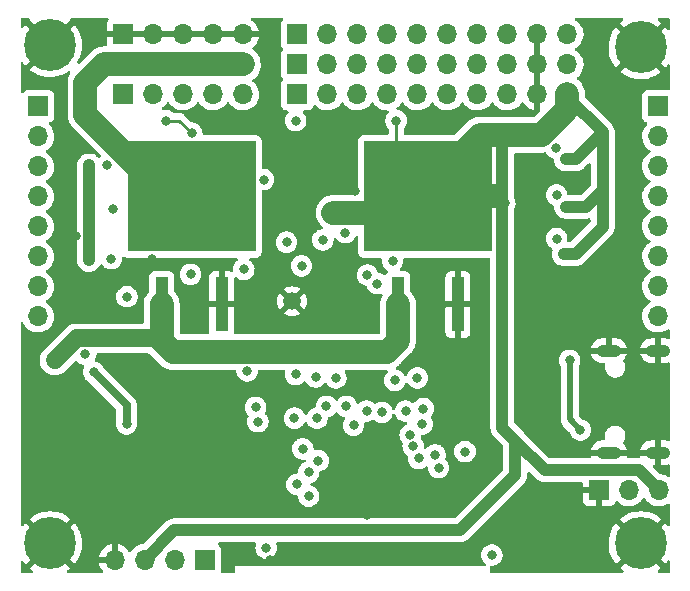
<source format=gbl>
G04 #@! TF.GenerationSoftware,KiCad,Pcbnew,(6.0.11)*
G04 #@! TF.CreationDate,2023-03-15T17:37:52+01:00*
G04 #@! TF.ProjectId,ProtoBoard,50726f74-6f42-46f6-9172-642e6b696361,rev?*
G04 #@! TF.SameCoordinates,Original*
G04 #@! TF.FileFunction,Copper,L4,Bot*
G04 #@! TF.FilePolarity,Positive*
%FSLAX46Y46*%
G04 Gerber Fmt 4.6, Leading zero omitted, Abs format (unit mm)*
G04 Created by KiCad (PCBNEW (6.0.11)) date 2023-03-15 17:37:52*
%MOMM*%
%LPD*%
G01*
G04 APERTURE LIST*
G04 #@! TA.AperFunction,ComponentPad*
%ADD10R,1.700000X1.700000*%
G04 #@! TD*
G04 #@! TA.AperFunction,ComponentPad*
%ADD11O,1.700000X1.700000*%
G04 #@! TD*
G04 #@! TA.AperFunction,ComponentPad*
%ADD12C,4.400000*%
G04 #@! TD*
G04 #@! TA.AperFunction,ComponentPad*
%ADD13O,2.100000X1.050000*%
G04 #@! TD*
G04 #@! TA.AperFunction,SMDPad,CuDef*
%ADD14C,1.500000*%
G04 #@! TD*
G04 #@! TA.AperFunction,SMDPad,CuDef*
%ADD15R,1.100000X4.600000*%
G04 #@! TD*
G04 #@! TA.AperFunction,SMDPad,CuDef*
%ADD16R,10.800000X9.400000*%
G04 #@! TD*
G04 #@! TA.AperFunction,ViaPad*
%ADD17C,0.800000*%
G04 #@! TD*
G04 #@! TA.AperFunction,Conductor*
%ADD18C,2.000000*%
G04 #@! TD*
G04 #@! TA.AperFunction,Conductor*
%ADD19C,1.000000*%
G04 #@! TD*
G04 #@! TA.AperFunction,Conductor*
%ADD20C,0.250000*%
G04 #@! TD*
G04 #@! TA.AperFunction,Conductor*
%ADD21C,1.500000*%
G04 #@! TD*
G04 #@! TA.AperFunction,Conductor*
%ADD22C,0.500000*%
G04 #@! TD*
G04 #@! TA.AperFunction,Conductor*
%ADD23C,0.700000*%
G04 #@! TD*
G04 APERTURE END LIST*
D10*
X71600000Y-66190000D03*
D11*
X74140000Y-66190000D03*
X76680000Y-66190000D03*
X79220000Y-66190000D03*
X81760000Y-66190000D03*
X84300000Y-66190000D03*
X86840000Y-66190000D03*
X89380000Y-66190000D03*
X91920000Y-66190000D03*
X94460000Y-66190000D03*
D10*
X56825000Y-68730000D03*
D11*
X59365000Y-68730000D03*
X61905000Y-68730000D03*
X64445000Y-68730000D03*
X66985000Y-68730000D03*
D10*
X71600000Y-68730000D03*
D11*
X74140000Y-68730000D03*
X76680000Y-68730000D03*
X79220000Y-68730000D03*
X81760000Y-68730000D03*
X84300000Y-68730000D03*
X86840000Y-68730000D03*
X89380000Y-68730000D03*
X91920000Y-68730000D03*
X94460000Y-68730000D03*
D10*
X71600000Y-63650000D03*
D11*
X74140000Y-63650000D03*
X76680000Y-63650000D03*
X79220000Y-63650000D03*
X81760000Y-63650000D03*
X84300000Y-63650000D03*
X86840000Y-63650000D03*
X89380000Y-63650000D03*
X91920000Y-63650000D03*
X94460000Y-63650000D03*
D10*
X102150000Y-69750000D03*
D11*
X102150000Y-72290000D03*
X102150000Y-74830000D03*
X102150000Y-77370000D03*
X102150000Y-79910000D03*
X102150000Y-82450000D03*
X102150000Y-84990000D03*
X102150000Y-87530000D03*
D12*
X50650000Y-64550000D03*
D10*
X56825000Y-66190000D03*
D11*
X59365000Y-66190000D03*
X61905000Y-66190000D03*
X64445000Y-66190000D03*
X66985000Y-66190000D03*
D10*
X56825000Y-63650000D03*
D11*
X59365000Y-63650000D03*
X61905000Y-63650000D03*
X64445000Y-63650000D03*
X66985000Y-63650000D03*
D10*
X97150000Y-102250000D03*
D11*
X99690000Y-102250000D03*
X102230000Y-102250000D03*
D12*
X50650000Y-106750000D03*
D10*
X49650000Y-69750000D03*
D11*
X49650000Y-72290000D03*
X49650000Y-74830000D03*
X49650000Y-77370000D03*
X49650000Y-79910000D03*
X49650000Y-82450000D03*
X49650000Y-84990000D03*
X49650000Y-87530000D03*
D13*
X97970000Y-99070000D03*
X97970000Y-90430000D03*
X102150000Y-99070000D03*
X102150000Y-90430000D03*
D12*
X100650000Y-64750000D03*
D10*
X63750000Y-108150000D03*
D11*
X61210000Y-108150000D03*
X58670000Y-108150000D03*
X56130000Y-108150000D03*
D12*
X100650000Y-106750000D03*
D14*
X74650000Y-78750000D03*
X71150000Y-86250000D03*
D15*
X85190000Y-86525000D03*
D16*
X82650000Y-77375000D03*
D15*
X80110000Y-86525000D03*
X65190000Y-86525000D03*
D16*
X62650000Y-77375000D03*
D15*
X60110000Y-86525000D03*
D17*
X52850000Y-80750000D03*
X51350000Y-74050000D03*
X51750000Y-69950000D03*
X51650000Y-72250000D03*
X52150000Y-77050000D03*
X73250000Y-97750000D03*
X99050000Y-77050000D03*
X100094622Y-72694622D03*
X100150000Y-79250000D03*
X100150000Y-75150000D03*
X94450000Y-83650000D03*
X99750000Y-81350000D03*
X59325500Y-82674502D03*
X77450000Y-104350000D03*
X51450000Y-83350000D03*
X69250000Y-108150000D03*
X51950000Y-85250000D03*
X55850000Y-91750000D03*
X72150000Y-81050000D03*
X51050000Y-78750000D03*
X75150000Y-96350000D03*
X94450000Y-86350000D03*
X76450000Y-76950000D03*
X69122500Y-92877500D03*
X80150000Y-96750000D03*
X60150000Y-94650480D03*
X86250000Y-104750000D03*
X62650000Y-72025500D03*
X88950000Y-81974500D03*
X67050000Y-83550000D03*
X68725500Y-75950000D03*
X54050000Y-78650000D03*
X97460000Y-71960000D03*
X88950000Y-85974500D03*
X71950000Y-83250000D03*
X79950000Y-70950000D03*
X90050000Y-98050000D03*
X62550000Y-83974500D03*
X94350000Y-78250000D03*
X94350000Y-74250000D03*
X53950000Y-82750000D03*
X53950000Y-74750000D03*
X94150000Y-82250000D03*
X89150000Y-77974500D03*
X88950000Y-73974500D03*
X62450000Y-105650000D03*
X60450000Y-70950000D03*
X65550000Y-90550000D03*
X70637701Y-90562299D03*
X51050000Y-91250000D03*
X77519020Y-84039625D03*
X77450000Y-95550000D03*
X78350000Y-84750000D03*
X78750000Y-95650000D03*
X76350000Y-96750000D03*
X80750000Y-95550000D03*
X82250000Y-95350000D03*
X81750000Y-92750000D03*
X81150000Y-97550000D03*
X82150000Y-96650000D03*
X81850000Y-99550000D03*
X81392415Y-98519659D03*
X68250000Y-96450000D03*
X68062299Y-95237701D03*
X71350000Y-96150000D03*
X67343142Y-92149500D03*
X53650000Y-90750000D03*
X72550000Y-102750000D03*
X88065000Y-107735000D03*
X68950000Y-107150000D03*
X73250000Y-96150000D03*
X71450000Y-70950000D03*
X75750000Y-95150000D03*
X79650000Y-82850000D03*
X75650000Y-80450000D03*
X74850000Y-92750000D03*
X74050000Y-95150000D03*
X73750000Y-81050000D03*
X70674500Y-81250000D03*
X73150000Y-92650000D03*
X71450000Y-92450000D03*
X95550000Y-97150000D03*
X94650000Y-91250000D03*
X79850000Y-92950000D03*
X72050000Y-98750000D03*
X55450000Y-74750000D03*
X55979339Y-78433828D03*
X73350000Y-99750000D03*
X72550000Y-100750000D03*
X55850000Y-82650000D03*
X71550000Y-101750000D03*
X57162299Y-85862299D03*
X93450000Y-73250000D03*
X83250000Y-99250000D03*
X93550000Y-77250000D03*
X85787701Y-98987701D03*
X83550000Y-100350000D03*
X93547179Y-80948120D03*
X54350000Y-92250000D03*
X57135875Y-96637316D03*
D18*
X87050000Y-72150000D02*
X82650000Y-76550000D01*
X89050000Y-72150000D02*
X87050000Y-72150000D01*
D19*
X94460000Y-68960000D02*
X97460000Y-71960000D01*
X88950000Y-96950000D02*
X90050000Y-98050000D01*
D20*
X61574500Y-70950000D02*
X62650000Y-72025500D01*
D19*
X90050000Y-100950000D02*
X86250000Y-104750000D01*
D20*
X60450000Y-70950000D02*
X61574500Y-70950000D01*
D19*
X97450000Y-79950000D02*
X95150000Y-82250000D01*
X88950000Y-73974500D02*
X88950000Y-85974500D01*
X88950000Y-73974500D02*
X88950000Y-72250000D01*
X61170000Y-105650000D02*
X62450000Y-105650000D01*
X58670000Y-108150000D02*
X61170000Y-105650000D01*
D18*
X89050000Y-72150000D02*
X92287949Y-72150000D01*
X82650000Y-76550000D02*
X82650000Y-77375000D01*
D19*
X97450000Y-71970000D02*
X97450000Y-76850000D01*
X97460000Y-71960000D02*
X97450000Y-71970000D01*
D18*
X81275000Y-78750000D02*
X82650000Y-77375000D01*
D19*
X97440000Y-71960000D02*
X95150000Y-74250000D01*
D20*
X79950000Y-70950000D02*
X79950000Y-74675000D01*
D19*
X96050000Y-78250000D02*
X94350000Y-78250000D01*
X94460000Y-68730000D02*
X94460000Y-68960000D01*
D18*
X74650000Y-78750000D02*
X81275000Y-78750000D01*
D19*
X88950000Y-72250000D02*
X89050000Y-72150000D01*
X100530000Y-100550000D02*
X102230000Y-102250000D01*
X92550000Y-100550000D02*
X100530000Y-100550000D01*
X90050000Y-98050000D02*
X90050000Y-100950000D01*
X53950000Y-74750000D02*
X53950000Y-82750000D01*
D18*
X88225000Y-77375000D02*
X82650000Y-77375000D01*
D20*
X79950000Y-74675000D02*
X82650000Y-77375000D01*
D19*
X97460000Y-71960000D02*
X97440000Y-71960000D01*
X90050000Y-98050000D02*
X92550000Y-100550000D01*
X95150000Y-74250000D02*
X94350000Y-74250000D01*
D18*
X92287949Y-72150000D02*
X94460000Y-69977949D01*
D19*
X88950000Y-85974500D02*
X88950000Y-96950000D01*
X97450000Y-76850000D02*
X96050000Y-78250000D01*
D18*
X94460000Y-69977949D02*
X94460000Y-68730000D01*
D19*
X85350000Y-105650000D02*
X86250000Y-104750000D01*
X95150000Y-82250000D02*
X94150000Y-82250000D01*
X62450000Y-105650000D02*
X85350000Y-105650000D01*
X97450000Y-76850000D02*
X97450000Y-79950000D01*
D21*
X59900489Y-89400489D02*
X60110000Y-89610000D01*
X52899511Y-89400489D02*
X59900489Y-89400489D01*
D18*
X80110000Y-89590000D02*
X79250000Y-90450000D01*
X60110000Y-86525000D02*
X60110000Y-89610000D01*
X60110000Y-89610000D02*
X61050000Y-90550000D01*
X80110000Y-86525000D02*
X80110000Y-89590000D01*
X61050000Y-90550000D02*
X79150000Y-90550000D01*
X79150000Y-90550000D02*
X79250000Y-90450000D01*
D21*
X51050000Y-91250000D02*
X52899511Y-89400489D01*
D18*
X53650000Y-67750000D02*
X55210000Y-66190000D01*
X53650000Y-70450000D02*
X53650000Y-67750000D01*
X60575000Y-77375000D02*
X53650000Y-70450000D01*
X62650000Y-77375000D02*
X60575000Y-77375000D01*
X55210000Y-66190000D02*
X66985000Y-66190000D01*
D22*
X94650000Y-96250000D02*
X94650000Y-91250000D01*
X95550000Y-97150000D02*
X94650000Y-96250000D01*
D23*
X57135875Y-96637316D02*
X57135875Y-95035875D01*
X57135875Y-95035875D02*
X54350000Y-92250000D01*
G04 #@! TA.AperFunction,Conductor*
G36*
X91267012Y-100693700D02*
G01*
X91273595Y-100699829D01*
X91793145Y-101219379D01*
X91802247Y-101229522D01*
X91825968Y-101259025D01*
X91864421Y-101291291D01*
X91868069Y-101294472D01*
X91869881Y-101296115D01*
X91872075Y-101298309D01*
X91905349Y-101325642D01*
X91906147Y-101326304D01*
X91977474Y-101386154D01*
X91982144Y-101388722D01*
X91986261Y-101392103D01*
X92044145Y-101423140D01*
X92068086Y-101435977D01*
X92069245Y-101436606D01*
X92145381Y-101478462D01*
X92145389Y-101478465D01*
X92150787Y-101481433D01*
X92155869Y-101483045D01*
X92160563Y-101485562D01*
X92166454Y-101487363D01*
X92249477Y-101512747D01*
X92250735Y-101513139D01*
X92339306Y-101541235D01*
X92344597Y-101541829D01*
X92349698Y-101543388D01*
X92442263Y-101552790D01*
X92443450Y-101552916D01*
X92472838Y-101556213D01*
X92489730Y-101558108D01*
X92489735Y-101558108D01*
X92493227Y-101558500D01*
X92496752Y-101558500D01*
X92497737Y-101558555D01*
X92503432Y-101559003D01*
X92515342Y-101560213D01*
X92540334Y-101562752D01*
X92540339Y-101562752D01*
X92546462Y-101563374D01*
X92592108Y-101559059D01*
X92603967Y-101558500D01*
X95666000Y-101558500D01*
X95734121Y-101578502D01*
X95780614Y-101632158D01*
X95792000Y-101684500D01*
X95792000Y-101977885D01*
X95796475Y-101993124D01*
X95797865Y-101994329D01*
X95805548Y-101996000D01*
X97278000Y-101996000D01*
X97346121Y-102016002D01*
X97392614Y-102069658D01*
X97404000Y-102122000D01*
X97404000Y-103589884D01*
X97408475Y-103605123D01*
X97409865Y-103606328D01*
X97417548Y-103607999D01*
X98044669Y-103607999D01*
X98051490Y-103607629D01*
X98102352Y-103602105D01*
X98117604Y-103598479D01*
X98238054Y-103553324D01*
X98253649Y-103544786D01*
X98355724Y-103468285D01*
X98368285Y-103455724D01*
X98444786Y-103353649D01*
X98453324Y-103338054D01*
X98494225Y-103228952D01*
X98536867Y-103172188D01*
X98603428Y-103147488D01*
X98672777Y-103162696D01*
X98707444Y-103190684D01*
X98732865Y-103220031D01*
X98732869Y-103220035D01*
X98736250Y-103223938D01*
X98908126Y-103366632D01*
X99101000Y-103479338D01*
X99309692Y-103559030D01*
X99314760Y-103560061D01*
X99314763Y-103560062D01*
X99422017Y-103581883D01*
X99528597Y-103603567D01*
X99533772Y-103603757D01*
X99533774Y-103603757D01*
X99746673Y-103611564D01*
X99746677Y-103611564D01*
X99751837Y-103611753D01*
X99756957Y-103611097D01*
X99756959Y-103611097D01*
X99968288Y-103584025D01*
X99968289Y-103584025D01*
X99973416Y-103583368D01*
X99978366Y-103581883D01*
X100182429Y-103520661D01*
X100182434Y-103520659D01*
X100187384Y-103519174D01*
X100387994Y-103420896D01*
X100569860Y-103291173D01*
X100601501Y-103259643D01*
X100670701Y-103190684D01*
X100728096Y-103133489D01*
X100858453Y-102952077D01*
X100859776Y-102953028D01*
X100906645Y-102909857D01*
X100976580Y-102897625D01*
X101042026Y-102925144D01*
X101069875Y-102956994D01*
X101129987Y-103055088D01*
X101276250Y-103223938D01*
X101448126Y-103366632D01*
X101641000Y-103479338D01*
X101849692Y-103559030D01*
X101854760Y-103560061D01*
X101854763Y-103560062D01*
X101962017Y-103581883D01*
X102068597Y-103603567D01*
X102073772Y-103603757D01*
X102073774Y-103603757D01*
X102286673Y-103611564D01*
X102286677Y-103611564D01*
X102291837Y-103611753D01*
X102296957Y-103611097D01*
X102296959Y-103611097D01*
X102508288Y-103584025D01*
X102508289Y-103584025D01*
X102513416Y-103583368D01*
X102518366Y-103581883D01*
X102722429Y-103520661D01*
X102722434Y-103520659D01*
X102727384Y-103519174D01*
X102927994Y-103420896D01*
X102942332Y-103410669D01*
X103009406Y-103387395D01*
X103078414Y-103404079D01*
X103127448Y-103455424D01*
X103141500Y-103513248D01*
X103141500Y-105184491D01*
X103121498Y-105252612D01*
X103067842Y-105299105D01*
X102997568Y-105309209D01*
X102932988Y-105279715D01*
X102907553Y-105249480D01*
X102887763Y-105216609D01*
X102883481Y-105210377D01*
X102747991Y-105036647D01*
X102736199Y-105028178D01*
X102724486Y-105034725D01*
X101022020Y-106737190D01*
X101014408Y-106751131D01*
X101014539Y-106752966D01*
X101018790Y-106759580D01*
X102723285Y-108464074D01*
X102736408Y-108471240D01*
X102746709Y-108463851D01*
X102850751Y-108336055D01*
X102855159Y-108329921D01*
X102908938Y-108244686D01*
X102962205Y-108197748D01*
X103032392Y-108187059D01*
X103097217Y-108216014D01*
X103136096Y-108275418D01*
X103141500Y-108311922D01*
X103141500Y-109115500D01*
X103121498Y-109183621D01*
X103067842Y-109230114D01*
X103015500Y-109241500D01*
X102219317Y-109241500D01*
X102151196Y-109221498D01*
X102104703Y-109167842D01*
X102094599Y-109097568D01*
X102124093Y-109032988D01*
X102149596Y-109010548D01*
X102154347Y-109007392D01*
X102364305Y-108848889D01*
X102372761Y-108837496D01*
X102366045Y-108825256D01*
X100662810Y-107122020D01*
X100648869Y-107114408D01*
X100647034Y-107114539D01*
X100640420Y-107118790D01*
X98935818Y-108823393D01*
X98928703Y-108836423D01*
X98936227Y-108846854D01*
X99075483Y-108959020D01*
X99081664Y-108963413D01*
X99154100Y-109008588D01*
X99201317Y-109061608D01*
X99212373Y-109131738D01*
X99183759Y-109196713D01*
X99124559Y-109235903D01*
X99087424Y-109241500D01*
X88016000Y-109241500D01*
X87947879Y-109221498D01*
X87901386Y-109167842D01*
X87890000Y-109115500D01*
X87890000Y-108769500D01*
X87910002Y-108701379D01*
X87963658Y-108654886D01*
X88016000Y-108643500D01*
X88160487Y-108643500D01*
X88166939Y-108642128D01*
X88166944Y-108642128D01*
X88253888Y-108623647D01*
X88347288Y-108603794D01*
X88440542Y-108562275D01*
X88515722Y-108528803D01*
X88515724Y-108528802D01*
X88521752Y-108526118D01*
X88676253Y-108413866D01*
X88804040Y-108271944D01*
X88899527Y-108106556D01*
X88958542Y-107924928D01*
X88961583Y-107896000D01*
X88977814Y-107741565D01*
X88978504Y-107735000D01*
X88958542Y-107545072D01*
X88899527Y-107363444D01*
X88871418Y-107314757D01*
X88827196Y-107238163D01*
X88804040Y-107198056D01*
X88780496Y-107171907D01*
X88680675Y-107061045D01*
X88680674Y-107061044D01*
X88676253Y-107056134D01*
X88521752Y-106943882D01*
X88515724Y-106941198D01*
X88515722Y-106941197D01*
X88353319Y-106868891D01*
X88353318Y-106868891D01*
X88347288Y-106866206D01*
X88253887Y-106846353D01*
X88166944Y-106827872D01*
X88166939Y-106827872D01*
X88160487Y-106826500D01*
X87969513Y-106826500D01*
X87963061Y-106827872D01*
X87963056Y-106827872D01*
X87876113Y-106846353D01*
X87782712Y-106866206D01*
X87776682Y-106868891D01*
X87776681Y-106868891D01*
X87614278Y-106941197D01*
X87614276Y-106941198D01*
X87608248Y-106943882D01*
X87453747Y-107056134D01*
X87449326Y-107061044D01*
X87449325Y-107061045D01*
X87349505Y-107171907D01*
X87325960Y-107198056D01*
X87302804Y-107238163D01*
X87258583Y-107314757D01*
X87230473Y-107363444D01*
X87171458Y-107545072D01*
X87151496Y-107735000D01*
X87152186Y-107741565D01*
X87168418Y-107896000D01*
X87171458Y-107924928D01*
X87230473Y-108106556D01*
X87325960Y-108271944D01*
X87453747Y-108413866D01*
X87459089Y-108417747D01*
X87459091Y-108417749D01*
X87520086Y-108462064D01*
X87563440Y-108518286D01*
X87569515Y-108589022D01*
X87536384Y-108651814D01*
X87474564Y-108686725D01*
X87446025Y-108690000D01*
X66300000Y-108690000D01*
X66300000Y-109115500D01*
X66279998Y-109183621D01*
X66226342Y-109230114D01*
X66174000Y-109241500D01*
X65227923Y-109241500D01*
X65159802Y-109221498D01*
X65113309Y-109167842D01*
X65102660Y-109101892D01*
X65108131Y-109051531D01*
X65108500Y-109048134D01*
X65108500Y-107251866D01*
X65101745Y-107189684D01*
X65050615Y-107053295D01*
X64963261Y-106936739D01*
X64923098Y-106906638D01*
X64894661Y-106885326D01*
X64852146Y-106828467D01*
X64847120Y-106757648D01*
X64881180Y-106695355D01*
X64943511Y-106661365D01*
X64970226Y-106658500D01*
X67981021Y-106658500D01*
X68049142Y-106678502D01*
X68095635Y-106732158D01*
X68105739Y-106802432D01*
X68100854Y-106823436D01*
X68099413Y-106827872D01*
X68056458Y-106960072D01*
X68055768Y-106966633D01*
X68055768Y-106966635D01*
X68045845Y-107061045D01*
X68036496Y-107150000D01*
X68037186Y-107156565D01*
X68051076Y-107288717D01*
X68056458Y-107339928D01*
X68115473Y-107521556D01*
X68210960Y-107686944D01*
X68215378Y-107691851D01*
X68215379Y-107691852D01*
X68254230Y-107735000D01*
X68338747Y-107828866D01*
X68493248Y-107941118D01*
X68499276Y-107943802D01*
X68499278Y-107943803D01*
X68661681Y-108016109D01*
X68667712Y-108018794D01*
X68761113Y-108038647D01*
X68848056Y-108057128D01*
X68848061Y-108057128D01*
X68854513Y-108058500D01*
X69045487Y-108058500D01*
X69051939Y-108057128D01*
X69051944Y-108057128D01*
X69138887Y-108038647D01*
X69232288Y-108018794D01*
X69238319Y-108016109D01*
X69400722Y-107943803D01*
X69400724Y-107943802D01*
X69406752Y-107941118D01*
X69561253Y-107828866D01*
X69645770Y-107735000D01*
X69684621Y-107691852D01*
X69684622Y-107691851D01*
X69689040Y-107686944D01*
X69784527Y-107521556D01*
X69843542Y-107339928D01*
X69848925Y-107288717D01*
X69862814Y-107156565D01*
X69863504Y-107150000D01*
X69854155Y-107061045D01*
X69844232Y-106966635D01*
X69844232Y-106966633D01*
X69843542Y-106960072D01*
X69800587Y-106827872D01*
X69799146Y-106823436D01*
X69797118Y-106752469D01*
X69813452Y-106725383D01*
X97937388Y-106725383D01*
X97953245Y-107043914D01*
X97954076Y-107051443D01*
X98008085Y-107365759D01*
X98009818Y-107373146D01*
X98101196Y-107678695D01*
X98103799Y-107685808D01*
X98231227Y-107978173D01*
X98234669Y-107984929D01*
X98396296Y-108259865D01*
X98400519Y-108266150D01*
X98551463Y-108463934D01*
X98562989Y-108472396D01*
X98575054Y-108465735D01*
X100277980Y-106762810D01*
X100285592Y-106748869D01*
X100285461Y-106747034D01*
X100281210Y-106740420D01*
X98576445Y-105035656D01*
X98563510Y-105028592D01*
X98552949Y-105036252D01*
X98432766Y-105187072D01*
X98428410Y-105193270D01*
X98261059Y-105464764D01*
X98257479Y-105471440D01*
X98123956Y-105761074D01*
X98121206Y-105768125D01*
X98023444Y-106071708D01*
X98021561Y-106079041D01*
X97960979Y-106392170D01*
X97959992Y-106399670D01*
X97937467Y-106717802D01*
X97937388Y-106725383D01*
X69813452Y-106725383D01*
X69833781Y-106691671D01*
X69897493Y-106660345D01*
X69918979Y-106658500D01*
X85288157Y-106658500D01*
X85301764Y-106659237D01*
X85333262Y-106662659D01*
X85333267Y-106662659D01*
X85339388Y-106663324D01*
X85365638Y-106661027D01*
X85389388Y-106658950D01*
X85394214Y-106658621D01*
X85396686Y-106658500D01*
X85399769Y-106658500D01*
X85411738Y-106657326D01*
X85442506Y-106654310D01*
X85443819Y-106654188D01*
X85488084Y-106650315D01*
X85536413Y-106646087D01*
X85541532Y-106644600D01*
X85546833Y-106644080D01*
X85635834Y-106617209D01*
X85636967Y-106616874D01*
X85720414Y-106592630D01*
X85720418Y-106592628D01*
X85726336Y-106590909D01*
X85731068Y-106588456D01*
X85736169Y-106586916D01*
X85741612Y-106584022D01*
X85818260Y-106543269D01*
X85819426Y-106542657D01*
X85896453Y-106502729D01*
X85901926Y-106499892D01*
X85906089Y-106496569D01*
X85910796Y-106494066D01*
X85982918Y-106435245D01*
X85983774Y-106434554D01*
X86022973Y-106403262D01*
X86025477Y-106400758D01*
X86026195Y-106400116D01*
X86030528Y-106396415D01*
X86064062Y-106369065D01*
X86093291Y-106333733D01*
X86101272Y-106324963D01*
X86922968Y-105503266D01*
X86922973Y-105503262D01*
X87762812Y-104663423D01*
X98927917Y-104663423D01*
X98934520Y-104675309D01*
X100637190Y-106377980D01*
X100651131Y-106385592D01*
X100652966Y-106385461D01*
X100659580Y-106381210D01*
X102364559Y-104676230D01*
X102371571Y-104663389D01*
X102363777Y-104652701D01*
X102201298Y-104524613D01*
X102195075Y-104520288D01*
X101922702Y-104354357D01*
X101916025Y-104350822D01*
X101625686Y-104218813D01*
X101618616Y-104216099D01*
X101314537Y-104119932D01*
X101307186Y-104118085D01*
X100993746Y-104059142D01*
X100986237Y-104058194D01*
X100667989Y-104037335D01*
X100660424Y-104037295D01*
X100341964Y-104054821D01*
X100334450Y-104055690D01*
X100020405Y-104111348D01*
X100013044Y-104113115D01*
X99707980Y-104206092D01*
X99700860Y-104208740D01*
X99409182Y-104337690D01*
X99402445Y-104341167D01*
X99128355Y-104504233D01*
X99122091Y-104508490D01*
X98936385Y-104651762D01*
X98927917Y-104663423D01*
X87762812Y-104663423D01*
X89281566Y-103144669D01*
X95792001Y-103144669D01*
X95792371Y-103151490D01*
X95797895Y-103202352D01*
X95801521Y-103217604D01*
X95846676Y-103338054D01*
X95855214Y-103353649D01*
X95931715Y-103455724D01*
X95944276Y-103468285D01*
X96046351Y-103544786D01*
X96061946Y-103553324D01*
X96182394Y-103598478D01*
X96197649Y-103602105D01*
X96248514Y-103607631D01*
X96255328Y-103608000D01*
X96877885Y-103608000D01*
X96893124Y-103603525D01*
X96894329Y-103602135D01*
X96896000Y-103594452D01*
X96896000Y-102522115D01*
X96891525Y-102506876D01*
X96890135Y-102505671D01*
X96882452Y-102504000D01*
X95810116Y-102504000D01*
X95794877Y-102508475D01*
X95793672Y-102509865D01*
X95792001Y-102517548D01*
X95792001Y-103144669D01*
X89281566Y-103144669D01*
X90719393Y-101706842D01*
X90729527Y-101697749D01*
X90754218Y-101677897D01*
X90759025Y-101674032D01*
X90791315Y-101635550D01*
X90794467Y-101631938D01*
X90796123Y-101630112D01*
X90798310Y-101627925D01*
X90800272Y-101625537D01*
X90825576Y-101594732D01*
X90826418Y-101593717D01*
X90840714Y-101576680D01*
X90886154Y-101522526D01*
X90888723Y-101517853D01*
X90892103Y-101513738D01*
X90906246Y-101487363D01*
X90936028Y-101431820D01*
X90936657Y-101430662D01*
X90978465Y-101354612D01*
X90978465Y-101354611D01*
X90981433Y-101349213D01*
X90983044Y-101344135D01*
X90985563Y-101339437D01*
X91012753Y-101250502D01*
X91013136Y-101249272D01*
X91016490Y-101238701D01*
X91041235Y-101160694D01*
X91041828Y-101155403D01*
X91043388Y-101150302D01*
X91052793Y-101057712D01*
X91052926Y-101056465D01*
X91058108Y-101010272D01*
X91058108Y-101010264D01*
X91058500Y-101006773D01*
X91058500Y-101003248D01*
X91058555Y-101002262D01*
X91059004Y-100996556D01*
X91062752Y-100959664D01*
X91062752Y-100959661D01*
X91063374Y-100953537D01*
X91059059Y-100907888D01*
X91058500Y-100896031D01*
X91058500Y-100788924D01*
X91078502Y-100720803D01*
X91132158Y-100674310D01*
X91202432Y-100664206D01*
X91267012Y-100693700D01*
G37*
G04 #@! TD.AperFunction*
G04 #@! TA.AperFunction,Conductor*
G36*
X48897632Y-62278502D02*
G01*
X48944125Y-62332158D01*
X48954229Y-62402432D01*
X48931464Y-62458538D01*
X48927917Y-62463423D01*
X48934520Y-62475309D01*
X50637190Y-64177980D01*
X50651131Y-64185592D01*
X50652966Y-64185461D01*
X50659580Y-64181210D01*
X52364559Y-62476230D01*
X52371571Y-62463389D01*
X52368183Y-62458743D01*
X52344205Y-62391918D01*
X52360161Y-62322738D01*
X52410986Y-62273167D01*
X52469986Y-62258500D01*
X55494056Y-62258500D01*
X55562177Y-62278502D01*
X55608670Y-62332158D01*
X55618774Y-62402432D01*
X55594882Y-62460065D01*
X55530214Y-62546351D01*
X55521676Y-62561946D01*
X55476522Y-62682394D01*
X55472895Y-62697649D01*
X55467369Y-62748514D01*
X55467000Y-62755328D01*
X55467000Y-63377885D01*
X55471475Y-63393124D01*
X55472865Y-63394329D01*
X55480548Y-63396000D01*
X68303344Y-63396000D01*
X68316875Y-63392027D01*
X68318180Y-63382947D01*
X68276214Y-63215875D01*
X68272894Y-63206124D01*
X68187972Y-63010814D01*
X68183105Y-63001739D01*
X68067426Y-62822926D01*
X68061136Y-62814757D01*
X67917806Y-62657240D01*
X67910273Y-62650215D01*
X67743139Y-62518222D01*
X67734552Y-62512517D01*
X67702473Y-62494808D01*
X67652502Y-62444375D01*
X67637731Y-62374932D01*
X67662848Y-62308527D01*
X67719879Y-62266243D01*
X67763367Y-62258500D01*
X70268431Y-62258500D01*
X70336552Y-62278502D01*
X70383045Y-62332158D01*
X70393149Y-62402432D01*
X70369257Y-62460065D01*
X70299385Y-62553295D01*
X70248255Y-62689684D01*
X70241500Y-62751866D01*
X70241500Y-64548134D01*
X70248255Y-64610316D01*
X70299385Y-64746705D01*
X70354988Y-64820896D01*
X70372630Y-64844435D01*
X70397478Y-64910941D01*
X70382425Y-64980324D01*
X70372632Y-64995562D01*
X70299385Y-65093295D01*
X70248255Y-65229684D01*
X70241500Y-65291866D01*
X70241500Y-67088134D01*
X70248255Y-67150316D01*
X70299385Y-67286705D01*
X70368265Y-67378611D01*
X70372630Y-67384435D01*
X70397478Y-67450941D01*
X70382425Y-67520324D01*
X70372632Y-67535562D01*
X70299385Y-67633295D01*
X70248255Y-67769684D01*
X70241500Y-67831866D01*
X70241500Y-69628134D01*
X70248255Y-69690316D01*
X70299385Y-69826705D01*
X70386739Y-69943261D01*
X70503295Y-70030615D01*
X70639684Y-70081745D01*
X70701866Y-70088500D01*
X70720191Y-70088500D01*
X70788312Y-70108502D01*
X70834805Y-70162158D01*
X70844909Y-70232432D01*
X70813827Y-70298810D01*
X70722368Y-70400386D01*
X70710960Y-70413056D01*
X70615473Y-70578444D01*
X70556458Y-70760072D01*
X70555768Y-70766633D01*
X70555768Y-70766635D01*
X70542525Y-70892641D01*
X70536496Y-70950000D01*
X70537186Y-70956565D01*
X70553037Y-71107375D01*
X70556458Y-71139928D01*
X70615473Y-71321556D01*
X70710960Y-71486944D01*
X70715375Y-71491847D01*
X70715379Y-71491852D01*
X70788660Y-71573239D01*
X70838747Y-71628866D01*
X70993248Y-71741118D01*
X70999276Y-71743802D01*
X70999278Y-71743803D01*
X71161681Y-71816109D01*
X71167712Y-71818794D01*
X71246646Y-71835572D01*
X71348056Y-71857128D01*
X71348061Y-71857128D01*
X71354513Y-71858500D01*
X71545487Y-71858500D01*
X71551939Y-71857128D01*
X71551944Y-71857128D01*
X71653354Y-71835572D01*
X71732288Y-71818794D01*
X71738319Y-71816109D01*
X71900722Y-71743803D01*
X71900724Y-71743802D01*
X71906752Y-71741118D01*
X72061253Y-71628866D01*
X72111340Y-71573239D01*
X72184621Y-71491852D01*
X72184625Y-71491847D01*
X72189040Y-71486944D01*
X72284527Y-71321556D01*
X72343542Y-71139928D01*
X72346964Y-71107375D01*
X72362814Y-70956565D01*
X72363504Y-70950000D01*
X72357475Y-70892641D01*
X72344232Y-70766635D01*
X72344232Y-70766633D01*
X72343542Y-70760072D01*
X72284527Y-70578444D01*
X72189040Y-70413056D01*
X72177632Y-70400386D01*
X72086173Y-70298810D01*
X72055455Y-70234803D01*
X72064220Y-70164349D01*
X72109683Y-70109818D01*
X72179809Y-70088500D01*
X72498134Y-70088500D01*
X72560316Y-70081745D01*
X72696705Y-70030615D01*
X72813261Y-69943261D01*
X72900615Y-69826705D01*
X72910719Y-69799752D01*
X72944598Y-69709382D01*
X72987240Y-69652618D01*
X73053802Y-69627918D01*
X73123150Y-69643126D01*
X73157817Y-69671114D01*
X73186250Y-69703938D01*
X73358126Y-69846632D01*
X73551000Y-69959338D01*
X73759692Y-70039030D01*
X73764760Y-70040061D01*
X73764763Y-70040062D01*
X73853443Y-70058104D01*
X73978597Y-70083567D01*
X73983772Y-70083757D01*
X73983774Y-70083757D01*
X74196673Y-70091564D01*
X74196677Y-70091564D01*
X74201837Y-70091753D01*
X74206957Y-70091097D01*
X74206959Y-70091097D01*
X74418288Y-70064025D01*
X74418289Y-70064025D01*
X74423416Y-70063368D01*
X74436609Y-70059410D01*
X74632429Y-70000661D01*
X74632434Y-70000659D01*
X74637384Y-69999174D01*
X74837994Y-69900896D01*
X75019860Y-69771173D01*
X75178096Y-69613489D01*
X75308453Y-69432077D01*
X75309776Y-69433028D01*
X75356645Y-69389857D01*
X75426580Y-69377625D01*
X75492026Y-69405144D01*
X75519875Y-69436994D01*
X75579987Y-69535088D01*
X75726250Y-69703938D01*
X75898126Y-69846632D01*
X76091000Y-69959338D01*
X76299692Y-70039030D01*
X76304760Y-70040061D01*
X76304763Y-70040062D01*
X76393443Y-70058104D01*
X76518597Y-70083567D01*
X76523772Y-70083757D01*
X76523774Y-70083757D01*
X76736673Y-70091564D01*
X76736677Y-70091564D01*
X76741837Y-70091753D01*
X76746957Y-70091097D01*
X76746959Y-70091097D01*
X76958288Y-70064025D01*
X76958289Y-70064025D01*
X76963416Y-70063368D01*
X76976609Y-70059410D01*
X77172429Y-70000661D01*
X77172434Y-70000659D01*
X77177384Y-69999174D01*
X77377994Y-69900896D01*
X77559860Y-69771173D01*
X77718096Y-69613489D01*
X77848453Y-69432077D01*
X77849776Y-69433028D01*
X77896645Y-69389857D01*
X77966580Y-69377625D01*
X78032026Y-69405144D01*
X78059875Y-69436994D01*
X78119987Y-69535088D01*
X78266250Y-69703938D01*
X78438126Y-69846632D01*
X78631000Y-69959338D01*
X78839692Y-70039030D01*
X78844760Y-70040061D01*
X78844763Y-70040062D01*
X78933443Y-70058104D01*
X79058597Y-70083567D01*
X79063771Y-70083757D01*
X79063773Y-70083757D01*
X79116882Y-70085704D01*
X79223871Y-70089627D01*
X79291212Y-70112111D01*
X79335708Y-70167435D01*
X79343230Y-70238032D01*
X79312889Y-70299852D01*
X79222368Y-70400386D01*
X79210960Y-70413056D01*
X79115473Y-70578444D01*
X79056458Y-70760072D01*
X79055768Y-70766633D01*
X79055768Y-70766635D01*
X79042525Y-70892641D01*
X79036496Y-70950000D01*
X79037186Y-70956565D01*
X79053037Y-71107375D01*
X79056458Y-71139928D01*
X79115473Y-71321556D01*
X79210960Y-71486944D01*
X79284137Y-71568215D01*
X79314853Y-71632221D01*
X79316500Y-71652524D01*
X79316500Y-72040500D01*
X79296498Y-72108621D01*
X79242842Y-72155114D01*
X79190500Y-72166500D01*
X77201866Y-72166500D01*
X77139684Y-72173255D01*
X77003295Y-72224385D01*
X76886739Y-72311739D01*
X76799385Y-72428295D01*
X76748255Y-72564684D01*
X76741500Y-72626866D01*
X76741500Y-77115500D01*
X76721498Y-77183621D01*
X76667842Y-77230114D01*
X76615500Y-77241500D01*
X74588999Y-77241500D01*
X74586491Y-77241702D01*
X74586486Y-77241702D01*
X74413076Y-77255654D01*
X74413071Y-77255655D01*
X74408035Y-77256060D01*
X74403127Y-77257266D01*
X74403124Y-77257266D01*
X74177208Y-77312756D01*
X74172294Y-77313963D01*
X74167642Y-77315938D01*
X74167638Y-77315939D01*
X74106594Y-77341851D01*
X73948844Y-77408812D01*
X73944560Y-77411510D01*
X73747712Y-77535472D01*
X73747709Y-77535474D01*
X73743433Y-77538167D01*
X73714514Y-77563662D01*
X73565142Y-77695350D01*
X73565139Y-77695353D01*
X73561345Y-77698698D01*
X73558135Y-77702606D01*
X73558134Y-77702607D01*
X73430550Y-77857932D01*
X73407266Y-77886278D01*
X73382479Y-77928866D01*
X73296684Y-78076277D01*
X73285159Y-78096078D01*
X73283346Y-78100801D01*
X73232797Y-78232488D01*
X73198167Y-78322702D01*
X73197133Y-78327652D01*
X73197132Y-78327655D01*
X73154970Y-78529476D01*
X73148526Y-78560320D01*
X73137514Y-78802817D01*
X73138095Y-78807837D01*
X73138095Y-78807841D01*
X73158131Y-78981001D01*
X73165415Y-79043956D01*
X73166791Y-79048820D01*
X73166792Y-79048823D01*
X73188220Y-79124548D01*
X73231510Y-79277532D01*
X73233644Y-79282108D01*
X73233646Y-79282114D01*
X73331962Y-79492954D01*
X73334099Y-79497536D01*
X73470544Y-79698307D01*
X73637332Y-79874681D01*
X73683528Y-79910000D01*
X73696513Y-79919928D01*
X73738481Y-79977192D01*
X73742826Y-80048056D01*
X73708170Y-80110019D01*
X73646181Y-80143271D01*
X73635804Y-80145477D01*
X73467712Y-80181206D01*
X73461682Y-80183891D01*
X73461681Y-80183891D01*
X73299278Y-80256197D01*
X73299276Y-80256198D01*
X73293248Y-80258882D01*
X73287907Y-80262762D01*
X73287906Y-80262763D01*
X73278972Y-80269254D01*
X73138747Y-80371134D01*
X73134326Y-80376044D01*
X73134325Y-80376045D01*
X73084021Y-80431914D01*
X73010960Y-80513056D01*
X72915473Y-80678444D01*
X72856458Y-80860072D01*
X72855768Y-80866633D01*
X72855768Y-80866635D01*
X72839299Y-81023327D01*
X72836496Y-81050000D01*
X72837186Y-81056565D01*
X72850073Y-81179174D01*
X72856458Y-81239928D01*
X72915473Y-81421556D01*
X72918776Y-81427278D01*
X72918777Y-81427279D01*
X72948838Y-81479346D01*
X73010960Y-81586944D01*
X73138747Y-81728866D01*
X73293248Y-81841118D01*
X73299276Y-81843802D01*
X73299278Y-81843803D01*
X73360373Y-81871004D01*
X73467712Y-81918794D01*
X73533365Y-81932749D01*
X73648056Y-81957128D01*
X73648061Y-81957128D01*
X73654513Y-81958500D01*
X73845487Y-81958500D01*
X73851939Y-81957128D01*
X73851944Y-81957128D01*
X73966635Y-81932749D01*
X74032288Y-81918794D01*
X74139627Y-81871004D01*
X74200722Y-81843803D01*
X74200724Y-81843802D01*
X74206752Y-81841118D01*
X74361253Y-81728866D01*
X74489040Y-81586944D01*
X74551162Y-81479346D01*
X74581223Y-81427279D01*
X74581224Y-81427278D01*
X74584527Y-81421556D01*
X74643542Y-81239928D01*
X74649928Y-81179174D01*
X74662814Y-81056565D01*
X74663504Y-81050000D01*
X74662290Y-81038447D01*
X74675063Y-80968609D01*
X74723566Y-80916763D01*
X74792399Y-80899369D01*
X74859708Y-80921951D01*
X74896719Y-80962278D01*
X74910960Y-80986944D01*
X74915378Y-80991851D01*
X74915379Y-80991852D01*
X75031767Y-81121114D01*
X75038747Y-81128866D01*
X75107990Y-81179174D01*
X75145791Y-81206638D01*
X75193248Y-81241118D01*
X75199276Y-81243802D01*
X75199278Y-81243803D01*
X75361681Y-81316109D01*
X75367712Y-81318794D01*
X75461112Y-81338647D01*
X75548056Y-81357128D01*
X75548061Y-81357128D01*
X75554513Y-81358500D01*
X75745487Y-81358500D01*
X75751939Y-81357128D01*
X75751944Y-81357128D01*
X75838888Y-81338647D01*
X75932288Y-81318794D01*
X75938319Y-81316109D01*
X76100722Y-81243803D01*
X76100724Y-81243802D01*
X76106752Y-81241118D01*
X76154210Y-81206638D01*
X76192010Y-81179174D01*
X76261253Y-81128866D01*
X76268233Y-81121114D01*
X76384621Y-80991852D01*
X76384622Y-80991851D01*
X76389040Y-80986944D01*
X76465914Y-80853794D01*
X76481223Y-80827279D01*
X76481224Y-80827278D01*
X76484527Y-80821556D01*
X76495668Y-80787269D01*
X76535741Y-80728665D01*
X76601138Y-80701028D01*
X76671094Y-80713135D01*
X76723400Y-80761141D01*
X76741500Y-80826207D01*
X76741500Y-82123134D01*
X76748255Y-82185316D01*
X76799385Y-82321705D01*
X76886739Y-82438261D01*
X77003295Y-82525615D01*
X77139684Y-82576745D01*
X77201866Y-82583500D01*
X78624569Y-82583500D01*
X78692690Y-82603502D01*
X78739183Y-82657158D01*
X78749879Y-82722670D01*
X78736496Y-82850000D01*
X78737186Y-82856565D01*
X78755129Y-83027279D01*
X78756458Y-83039928D01*
X78815473Y-83221556D01*
X78818776Y-83227278D01*
X78818777Y-83227279D01*
X78837228Y-83259237D01*
X78910960Y-83386944D01*
X78915378Y-83391851D01*
X78915379Y-83391852D01*
X79029678Y-83518794D01*
X79038747Y-83528866D01*
X79193248Y-83641118D01*
X79197318Y-83642930D01*
X79245762Y-83693737D01*
X79259198Y-83763451D01*
X79232811Y-83829361D01*
X79209337Y-83852297D01*
X79203920Y-83856357D01*
X79196739Y-83861739D01*
X79109385Y-83978295D01*
X79106233Y-83986703D01*
X79101923Y-83994575D01*
X79099225Y-83993098D01*
X79065772Y-84037611D01*
X78999206Y-84062298D01*
X78929860Y-84047078D01*
X78916390Y-84038539D01*
X78812094Y-83962763D01*
X78812093Y-83962762D01*
X78806752Y-83958882D01*
X78800724Y-83956198D01*
X78800722Y-83956197D01*
X78638319Y-83883891D01*
X78638318Y-83883891D01*
X78632288Y-83881206D01*
X78478415Y-83848499D01*
X78415941Y-83814770D01*
X78384779Y-83764189D01*
X78355588Y-83674350D01*
X78355587Y-83674349D01*
X78353547Y-83668069D01*
X78258060Y-83502681D01*
X78232265Y-83474032D01*
X78134695Y-83365670D01*
X78134694Y-83365669D01*
X78130273Y-83360759D01*
X77995427Y-83262787D01*
X77981114Y-83252388D01*
X77981113Y-83252387D01*
X77975772Y-83248507D01*
X77969744Y-83245823D01*
X77969742Y-83245822D01*
X77807339Y-83173516D01*
X77807338Y-83173516D01*
X77801308Y-83170831D01*
X77699604Y-83149213D01*
X77620964Y-83132497D01*
X77620959Y-83132497D01*
X77614507Y-83131125D01*
X77423533Y-83131125D01*
X77417081Y-83132497D01*
X77417076Y-83132497D01*
X77338436Y-83149213D01*
X77236732Y-83170831D01*
X77230702Y-83173516D01*
X77230701Y-83173516D01*
X77068298Y-83245822D01*
X77068296Y-83245823D01*
X77062268Y-83248507D01*
X77056927Y-83252387D01*
X77056926Y-83252388D01*
X77042613Y-83262787D01*
X76907767Y-83360759D01*
X76903346Y-83365669D01*
X76903345Y-83365670D01*
X76805776Y-83474032D01*
X76779980Y-83502681D01*
X76764862Y-83528866D01*
X76699340Y-83642354D01*
X76684493Y-83668069D01*
X76625478Y-83849697D01*
X76624788Y-83856258D01*
X76624788Y-83856260D01*
X76614002Y-83958882D01*
X76605516Y-84039625D01*
X76606206Y-84046190D01*
X76620305Y-84180331D01*
X76625478Y-84229553D01*
X76684493Y-84411181D01*
X76687796Y-84416903D01*
X76687797Y-84416904D01*
X76711021Y-84457128D01*
X76779980Y-84576569D01*
X76784398Y-84581476D01*
X76784399Y-84581477D01*
X76903345Y-84713580D01*
X76907767Y-84718491D01*
X77062268Y-84830743D01*
X77068296Y-84833427D01*
X77068298Y-84833428D01*
X77230701Y-84905734D01*
X77236732Y-84908419D01*
X77365100Y-84935705D01*
X77390605Y-84941126D01*
X77453079Y-84974855D01*
X77484241Y-85025436D01*
X77499105Y-85071181D01*
X77515473Y-85121556D01*
X77610960Y-85286944D01*
X77615378Y-85291851D01*
X77615379Y-85291852D01*
X77734325Y-85423955D01*
X77738747Y-85428866D01*
X77818804Y-85487031D01*
X77872099Y-85525752D01*
X77893248Y-85541118D01*
X77899276Y-85543802D01*
X77899278Y-85543803D01*
X78060657Y-85615653D01*
X78067712Y-85618794D01*
X78161113Y-85638647D01*
X78248056Y-85657128D01*
X78248061Y-85657128D01*
X78254513Y-85658500D01*
X78445487Y-85658500D01*
X78451939Y-85657128D01*
X78451944Y-85657128D01*
X78625829Y-85620167D01*
X78625830Y-85620167D01*
X78632288Y-85618794D01*
X78638319Y-85616109D01*
X78639722Y-85615653D01*
X78710690Y-85613627D01*
X78771487Y-85650290D01*
X78802812Y-85714003D01*
X78794718Y-85784536D01*
X78789708Y-85795014D01*
X78723169Y-85919109D01*
X78644138Y-86148631D01*
X78643276Y-86153623D01*
X78604242Y-86379612D01*
X78602821Y-86387836D01*
X78602641Y-86391797D01*
X78602641Y-86391798D01*
X78602369Y-86397800D01*
X78601500Y-86416925D01*
X78601500Y-88912969D01*
X78581498Y-88981090D01*
X78564595Y-89002064D01*
X78562064Y-89004595D01*
X78499752Y-89038621D01*
X78472969Y-89041500D01*
X66370134Y-89041500D01*
X66302013Y-89021498D01*
X66255520Y-88967842D01*
X66244871Y-88901892D01*
X66247631Y-88876486D01*
X66248000Y-88869672D01*
X66248000Y-87300161D01*
X70464393Y-87300161D01*
X70473687Y-87312175D01*
X70514088Y-87340464D01*
X70523584Y-87345947D01*
X70713113Y-87434326D01*
X70723405Y-87438072D01*
X70925401Y-87492196D01*
X70936196Y-87494099D01*
X71144525Y-87512326D01*
X71155475Y-87512326D01*
X71363804Y-87494099D01*
X71374599Y-87492196D01*
X71576595Y-87438072D01*
X71586887Y-87434326D01*
X71776416Y-87345947D01*
X71785912Y-87340464D01*
X71827148Y-87311590D01*
X71835523Y-87301112D01*
X71828457Y-87287668D01*
X71162811Y-86622021D01*
X71148868Y-86614408D01*
X71147034Y-86614539D01*
X71140420Y-86618790D01*
X70470820Y-87288391D01*
X70464393Y-87300161D01*
X66248000Y-87300161D01*
X66248000Y-86797115D01*
X66243525Y-86781876D01*
X66242135Y-86780671D01*
X66234452Y-86779000D01*
X64150116Y-86779000D01*
X64134877Y-86783475D01*
X64133672Y-86784865D01*
X64132001Y-86792548D01*
X64132001Y-88869669D01*
X64132370Y-88876488D01*
X64135130Y-88901894D01*
X64122601Y-88971776D01*
X64074280Y-89023791D01*
X64009867Y-89041500D01*
X61744500Y-89041500D01*
X61676379Y-89021498D01*
X61629886Y-88967842D01*
X61618500Y-88915500D01*
X61618500Y-86463999D01*
X61618298Y-86461486D01*
X61604346Y-86288076D01*
X61604345Y-86288071D01*
X61603940Y-86283035D01*
X61599544Y-86265135D01*
X61596535Y-86252885D01*
X64132000Y-86252885D01*
X64136475Y-86268124D01*
X64137865Y-86269329D01*
X64145548Y-86271000D01*
X64917885Y-86271000D01*
X64933124Y-86266525D01*
X64934329Y-86265135D01*
X64936000Y-86257452D01*
X64936000Y-83735116D01*
X64931525Y-83719877D01*
X64930135Y-83718672D01*
X64922452Y-83717001D01*
X64595331Y-83717001D01*
X64588510Y-83717371D01*
X64537648Y-83722895D01*
X64522396Y-83726521D01*
X64401946Y-83771676D01*
X64386351Y-83780214D01*
X64284276Y-83856715D01*
X64271715Y-83869276D01*
X64195214Y-83971351D01*
X64186676Y-83986946D01*
X64141522Y-84107394D01*
X64137895Y-84122649D01*
X64132369Y-84173514D01*
X64132000Y-84180328D01*
X64132000Y-86252885D01*
X61596535Y-86252885D01*
X61547244Y-86052208D01*
X61546037Y-86047294D01*
X61541327Y-86036196D01*
X61474167Y-85877979D01*
X61451188Y-85823844D01*
X61370854Y-85696277D01*
X61324528Y-85622712D01*
X61324526Y-85622709D01*
X61321833Y-85618433D01*
X61199986Y-85480224D01*
X61169941Y-85415898D01*
X61168500Y-85396899D01*
X61168500Y-84176866D01*
X61161745Y-84114684D01*
X61110615Y-83978295D01*
X61107771Y-83974500D01*
X61636496Y-83974500D01*
X61637186Y-83981065D01*
X61651380Y-84116109D01*
X61656458Y-84164428D01*
X61715473Y-84346056D01*
X61810960Y-84511444D01*
X61938747Y-84653366D01*
X62093248Y-84765618D01*
X62099276Y-84768302D01*
X62099278Y-84768303D01*
X62245552Y-84833428D01*
X62267712Y-84843294D01*
X62361113Y-84863147D01*
X62448056Y-84881628D01*
X62448061Y-84881628D01*
X62454513Y-84883000D01*
X62645487Y-84883000D01*
X62651939Y-84881628D01*
X62651944Y-84881628D01*
X62738887Y-84863147D01*
X62832288Y-84843294D01*
X62854448Y-84833428D01*
X63000722Y-84768303D01*
X63000724Y-84768302D01*
X63006752Y-84765618D01*
X63161253Y-84653366D01*
X63289040Y-84511444D01*
X63384527Y-84346056D01*
X63443542Y-84164428D01*
X63448621Y-84116109D01*
X63462814Y-83981065D01*
X63463504Y-83974500D01*
X63452407Y-83868919D01*
X63444232Y-83791135D01*
X63444232Y-83791133D01*
X63443542Y-83784572D01*
X63384527Y-83602944D01*
X63374861Y-83586201D01*
X63307372Y-83469308D01*
X63289040Y-83437556D01*
X63279752Y-83427240D01*
X63165675Y-83300545D01*
X63165674Y-83300544D01*
X63161253Y-83295634D01*
X63013736Y-83188456D01*
X63012094Y-83187263D01*
X63012093Y-83187262D01*
X63006752Y-83183382D01*
X63000724Y-83180698D01*
X63000722Y-83180697D01*
X62838319Y-83108391D01*
X62838318Y-83108391D01*
X62832288Y-83105706D01*
X62738888Y-83085853D01*
X62651944Y-83067372D01*
X62651939Y-83067372D01*
X62645487Y-83066000D01*
X62454513Y-83066000D01*
X62448061Y-83067372D01*
X62448056Y-83067372D01*
X62361112Y-83085853D01*
X62267712Y-83105706D01*
X62261682Y-83108391D01*
X62261681Y-83108391D01*
X62099278Y-83180697D01*
X62099276Y-83180698D01*
X62093248Y-83183382D01*
X62087907Y-83187262D01*
X62087906Y-83187263D01*
X62086264Y-83188456D01*
X61938747Y-83295634D01*
X61934326Y-83300544D01*
X61934325Y-83300545D01*
X61820249Y-83427240D01*
X61810960Y-83437556D01*
X61792628Y-83469308D01*
X61725140Y-83586201D01*
X61715473Y-83602944D01*
X61656458Y-83784572D01*
X61655768Y-83791133D01*
X61655768Y-83791135D01*
X61647593Y-83868919D01*
X61636496Y-83974500D01*
X61107771Y-83974500D01*
X61023261Y-83861739D01*
X60906705Y-83774385D01*
X60770316Y-83723255D01*
X60708134Y-83716500D01*
X59511866Y-83716500D01*
X59449684Y-83723255D01*
X59313295Y-83774385D01*
X59196739Y-83861739D01*
X59109385Y-83978295D01*
X59058255Y-84114684D01*
X59051500Y-84176866D01*
X59051500Y-85395483D01*
X59031498Y-85463604D01*
X59012073Y-85487031D01*
X58993035Y-85505035D01*
X58985319Y-85512332D01*
X58982241Y-85516358D01*
X58982240Y-85516359D01*
X58840953Y-85701154D01*
X58840950Y-85701158D01*
X58837880Y-85705174D01*
X58835490Y-85709632D01*
X58835489Y-85709633D01*
X58787576Y-85798990D01*
X58723169Y-85919109D01*
X58644138Y-86148631D01*
X58643276Y-86153623D01*
X58604242Y-86379612D01*
X58602821Y-86387836D01*
X58602641Y-86391797D01*
X58602641Y-86391798D01*
X58602369Y-86397800D01*
X58601500Y-86416925D01*
X58601500Y-88015989D01*
X58581498Y-88084110D01*
X58527842Y-88130603D01*
X58475500Y-88141989D01*
X52990907Y-88141989D01*
X52974460Y-88140911D01*
X52973781Y-88140822D01*
X52952425Y-88138010D01*
X52946825Y-88138274D01*
X52946824Y-88138274D01*
X52871015Y-88141849D01*
X52865080Y-88141989D01*
X52842512Y-88141989D01*
X52839729Y-88142237D01*
X52839715Y-88142238D01*
X52816534Y-88144307D01*
X52811271Y-88144666D01*
X52781853Y-88146053D01*
X52728023Y-88148592D01*
X52710534Y-88152597D01*
X52693615Y-88155277D01*
X52689129Y-88155678D01*
X52675749Y-88156872D01*
X52670341Y-88158351D01*
X52670338Y-88158352D01*
X52595381Y-88178858D01*
X52590263Y-88180144D01*
X52533457Y-88193155D01*
X52509041Y-88198747D01*
X52492548Y-88205782D01*
X52476366Y-88211417D01*
X52464478Y-88214669D01*
X52464469Y-88214672D01*
X52459060Y-88216152D01*
X52453997Y-88218567D01*
X52453986Y-88218571D01*
X52383854Y-88252023D01*
X52379053Y-88254191D01*
X52302403Y-88286885D01*
X52297715Y-88289964D01*
X52297714Y-88289965D01*
X52287411Y-88296733D01*
X52272482Y-88305145D01*
X52256293Y-88312867D01*
X52251737Y-88316141D01*
X52251735Y-88316142D01*
X52188633Y-88361486D01*
X52184282Y-88364476D01*
X52118503Y-88407684D01*
X52118498Y-88407688D01*
X52114637Y-88410224D01*
X52106878Y-88417137D01*
X52093857Y-88428738D01*
X52083566Y-88436983D01*
X52078418Y-88440682D01*
X52078414Y-88440686D01*
X52073857Y-88443960D01*
X52069950Y-88447992D01*
X51999479Y-88520712D01*
X51998090Y-88522122D01*
X50119802Y-90400410D01*
X50012406Y-90528854D01*
X49901101Y-90723993D01*
X49899232Y-90729270D01*
X49899230Y-90729275D01*
X49827984Y-90930469D01*
X49826111Y-90935759D01*
X49789806Y-91157457D01*
X49789894Y-91163070D01*
X49789894Y-91163073D01*
X49790383Y-91194190D01*
X49793335Y-91382081D01*
X49794415Y-91387586D01*
X49830426Y-91571134D01*
X49836585Y-91602529D01*
X49838623Y-91607755D01*
X49838624Y-91607760D01*
X49888222Y-91734971D01*
X49918190Y-91811835D01*
X50035570Y-92003382D01*
X50039305Y-92007575D01*
X50039308Y-92007578D01*
X50126708Y-92105673D01*
X50185015Y-92171115D01*
X50361801Y-92309734D01*
X50413026Y-92336856D01*
X50467697Y-92365802D01*
X50560341Y-92414854D01*
X50565687Y-92416560D01*
X50565689Y-92416561D01*
X50670467Y-92450000D01*
X50774357Y-92483156D01*
X50779914Y-92483888D01*
X50779916Y-92483888D01*
X50850899Y-92493233D01*
X50997086Y-92512479D01*
X51002685Y-92512215D01*
X51002687Y-92512215D01*
X51109287Y-92507188D01*
X51221488Y-92501896D01*
X51357347Y-92470780D01*
X51435005Y-92452994D01*
X51435009Y-92452993D01*
X51440470Y-92451742D01*
X51616333Y-92376730D01*
X51641954Y-92365802D01*
X51641956Y-92365801D01*
X51647109Y-92363603D01*
X51729117Y-92309734D01*
X51831020Y-92242797D01*
X51831024Y-92242794D01*
X51834874Y-92240265D01*
X51838312Y-92237202D01*
X51838317Y-92237198D01*
X51876152Y-92203487D01*
X51877509Y-92202278D01*
X52761110Y-91318677D01*
X52823422Y-91284651D01*
X52894237Y-91289716D01*
X52943841Y-91323462D01*
X53027840Y-91416752D01*
X53038747Y-91428866D01*
X53193248Y-91541118D01*
X53199276Y-91543802D01*
X53199278Y-91543803D01*
X53341069Y-91606932D01*
X53367712Y-91618794D01*
X53441617Y-91634503D01*
X53463211Y-91639093D01*
X53525684Y-91672822D01*
X53560006Y-91734971D01*
X53555278Y-91805810D01*
X53546137Y-91825333D01*
X53515473Y-91878444D01*
X53456458Y-92060072D01*
X53455768Y-92066633D01*
X53455768Y-92066635D01*
X53441385Y-92203487D01*
X53436496Y-92250000D01*
X53437186Y-92256565D01*
X53454824Y-92424377D01*
X53456458Y-92439928D01*
X53515473Y-92621556D01*
X53610960Y-92786944D01*
X53615378Y-92791851D01*
X53615379Y-92791852D01*
X53647278Y-92827279D01*
X53738747Y-92928866D01*
X53837843Y-93000864D01*
X53861834Y-93018294D01*
X53893248Y-93041118D01*
X53899276Y-93043802D01*
X53899278Y-93043803D01*
X53932785Y-93058721D01*
X53970631Y-93084733D01*
X56240470Y-95354572D01*
X56274496Y-95416884D01*
X56277375Y-95443667D01*
X56277375Y-96319584D01*
X56271208Y-96358521D01*
X56242333Y-96447388D01*
X56241643Y-96453954D01*
X56241642Y-96453958D01*
X56230399Y-96560936D01*
X56222371Y-96637316D01*
X56223061Y-96643881D01*
X56241075Y-96815271D01*
X56242333Y-96827244D01*
X56301348Y-97008872D01*
X56304651Y-97014594D01*
X56304652Y-97014595D01*
X56308671Y-97021556D01*
X56396835Y-97174260D01*
X56401253Y-97179167D01*
X56401254Y-97179168D01*
X56498296Y-97286944D01*
X56524622Y-97316182D01*
X56585031Y-97360072D01*
X56666725Y-97419426D01*
X56679123Y-97428434D01*
X56685151Y-97431118D01*
X56685153Y-97431119D01*
X56844205Y-97501933D01*
X56853587Y-97506110D01*
X56946988Y-97525963D01*
X57033931Y-97544444D01*
X57033936Y-97544444D01*
X57040388Y-97545816D01*
X57231362Y-97545816D01*
X57237814Y-97544444D01*
X57237819Y-97544444D01*
X57324762Y-97525963D01*
X57418163Y-97506110D01*
X57427545Y-97501933D01*
X57586597Y-97431119D01*
X57586599Y-97431118D01*
X57592627Y-97428434D01*
X57605026Y-97419426D01*
X57686719Y-97360072D01*
X57747128Y-97316182D01*
X57773454Y-97286944D01*
X57870496Y-97179168D01*
X57870497Y-97179167D01*
X57874915Y-97174260D01*
X57963079Y-97021556D01*
X57967098Y-97014595D01*
X57967099Y-97014594D01*
X57970402Y-97008872D01*
X58029417Y-96827244D01*
X58030676Y-96815271D01*
X58048689Y-96643881D01*
X58049379Y-96637316D01*
X58041351Y-96560936D01*
X58030108Y-96453958D01*
X58030107Y-96453954D01*
X58029417Y-96447388D01*
X58000542Y-96358521D01*
X57994375Y-96319584D01*
X57994375Y-95237701D01*
X67148795Y-95237701D01*
X67149485Y-95244266D01*
X67167628Y-95416884D01*
X67168757Y-95427629D01*
X67227772Y-95609257D01*
X67231075Y-95614979D01*
X67231076Y-95614980D01*
X67249972Y-95647709D01*
X67323259Y-95774645D01*
X67327677Y-95779552D01*
X67327678Y-95779553D01*
X67425062Y-95887709D01*
X67455780Y-95951716D01*
X67447015Y-96022170D01*
X67440551Y-96035007D01*
X67415473Y-96078444D01*
X67356458Y-96260072D01*
X67355768Y-96266633D01*
X67355768Y-96266635D01*
X67348065Y-96339928D01*
X67336496Y-96450000D01*
X67337186Y-96456565D01*
X67354235Y-96618774D01*
X67356458Y-96639928D01*
X67415473Y-96821556D01*
X67418776Y-96827278D01*
X67418777Y-96827279D01*
X67426080Y-96839928D01*
X67510960Y-96986944D01*
X67515378Y-96991851D01*
X67515379Y-96991852D01*
X67525045Y-97002587D01*
X67638747Y-97128866D01*
X67737843Y-97200864D01*
X67787535Y-97236967D01*
X67793248Y-97241118D01*
X67799276Y-97243802D01*
X67799278Y-97243803D01*
X67932078Y-97302929D01*
X67967712Y-97318794D01*
X68053303Y-97336987D01*
X68148056Y-97357128D01*
X68148061Y-97357128D01*
X68154513Y-97358500D01*
X68345487Y-97358500D01*
X68351939Y-97357128D01*
X68351944Y-97357128D01*
X68446697Y-97336987D01*
X68532288Y-97318794D01*
X68567922Y-97302929D01*
X68700722Y-97243803D01*
X68700724Y-97243802D01*
X68706752Y-97241118D01*
X68712466Y-97236967D01*
X68762157Y-97200864D01*
X68861253Y-97128866D01*
X68974955Y-97002587D01*
X68984621Y-96991852D01*
X68984622Y-96991851D01*
X68989040Y-96986944D01*
X69073920Y-96839928D01*
X69081223Y-96827279D01*
X69081224Y-96827278D01*
X69084527Y-96821556D01*
X69143542Y-96639928D01*
X69145766Y-96618774D01*
X69162814Y-96456565D01*
X69163504Y-96450000D01*
X69151935Y-96339928D01*
X69144232Y-96266635D01*
X69144232Y-96266633D01*
X69143542Y-96260072D01*
X69107777Y-96150000D01*
X70436496Y-96150000D01*
X70437186Y-96156565D01*
X70454857Y-96324692D01*
X70456458Y-96339928D01*
X70515473Y-96521556D01*
X70518776Y-96527278D01*
X70518777Y-96527279D01*
X70536803Y-96558500D01*
X70610960Y-96686944D01*
X70615378Y-96691851D01*
X70615379Y-96691852D01*
X70709016Y-96795846D01*
X70738747Y-96828866D01*
X70773205Y-96853901D01*
X70838499Y-96901340D01*
X70893248Y-96941118D01*
X70899276Y-96943802D01*
X70899278Y-96943803D01*
X71058366Y-97014633D01*
X71067712Y-97018794D01*
X71161112Y-97038647D01*
X71248056Y-97057128D01*
X71248061Y-97057128D01*
X71254513Y-97058500D01*
X71445487Y-97058500D01*
X71451939Y-97057128D01*
X71451944Y-97057128D01*
X71538888Y-97038647D01*
X71632288Y-97018794D01*
X71641634Y-97014633D01*
X71800722Y-96943803D01*
X71800724Y-96943802D01*
X71806752Y-96941118D01*
X71861502Y-96901340D01*
X71926795Y-96853901D01*
X71961253Y-96828866D01*
X71990984Y-96795846D01*
X72084621Y-96691852D01*
X72084622Y-96691851D01*
X72089040Y-96686944D01*
X72151158Y-96579352D01*
X72181226Y-96527274D01*
X72181227Y-96527272D01*
X72184527Y-96521556D01*
X72185626Y-96518174D01*
X72230874Y-96464940D01*
X72298802Y-96444291D01*
X72367109Y-96463644D01*
X72414383Y-96518200D01*
X72415473Y-96521556D01*
X72418773Y-96527272D01*
X72418774Y-96527274D01*
X72448842Y-96579352D01*
X72510960Y-96686944D01*
X72515378Y-96691851D01*
X72515379Y-96691852D01*
X72609016Y-96795846D01*
X72638747Y-96828866D01*
X72673205Y-96853901D01*
X72738499Y-96901340D01*
X72793248Y-96941118D01*
X72799276Y-96943802D01*
X72799278Y-96943803D01*
X72958366Y-97014633D01*
X72967712Y-97018794D01*
X73061112Y-97038647D01*
X73148056Y-97057128D01*
X73148061Y-97057128D01*
X73154513Y-97058500D01*
X73345487Y-97058500D01*
X73351939Y-97057128D01*
X73351944Y-97057128D01*
X73438888Y-97038647D01*
X73532288Y-97018794D01*
X73541634Y-97014633D01*
X73700722Y-96943803D01*
X73700724Y-96943802D01*
X73706752Y-96941118D01*
X73761502Y-96901340D01*
X73826795Y-96853901D01*
X73861253Y-96828866D01*
X73890984Y-96795846D01*
X73984621Y-96691852D01*
X73984622Y-96691851D01*
X73989040Y-96686944D01*
X74063197Y-96558500D01*
X74081223Y-96527279D01*
X74081224Y-96527278D01*
X74084527Y-96521556D01*
X74143542Y-96339928D01*
X74145144Y-96324692D01*
X74163504Y-96150000D01*
X74164785Y-96150135D01*
X74182816Y-96088728D01*
X74236472Y-96042235D01*
X74262606Y-96033606D01*
X74332288Y-96018794D01*
X74405615Y-95986147D01*
X74500722Y-95943803D01*
X74500724Y-95943802D01*
X74506752Y-95941118D01*
X74514046Y-95935819D01*
X74581316Y-95886944D01*
X74661253Y-95828866D01*
X74789040Y-95686944D01*
X74792341Y-95681226D01*
X74796224Y-95675882D01*
X74797878Y-95677084D01*
X74842259Y-95634764D01*
X74911972Y-95621325D01*
X74977884Y-95647709D01*
X75002868Y-95676542D01*
X75003776Y-95675882D01*
X75007659Y-95681226D01*
X75010960Y-95686944D01*
X75138747Y-95828866D01*
X75218684Y-95886944D01*
X75285955Y-95935819D01*
X75293248Y-95941118D01*
X75299276Y-95943802D01*
X75299278Y-95943803D01*
X75394385Y-95986147D01*
X75467712Y-96018794D01*
X75474167Y-96020166D01*
X75474170Y-96020167D01*
X75525565Y-96031091D01*
X75588039Y-96064819D01*
X75622361Y-96126969D01*
X75617633Y-96197808D01*
X75608489Y-96217336D01*
X75568711Y-96286233D01*
X75526976Y-96358521D01*
X75515473Y-96378444D01*
X75456458Y-96560072D01*
X75455768Y-96566633D01*
X75455768Y-96566635D01*
X75438486Y-96731062D01*
X75436496Y-96750000D01*
X75437186Y-96756565D01*
X75449228Y-96871134D01*
X75456458Y-96939928D01*
X75515473Y-97121556D01*
X75518776Y-97127278D01*
X75518777Y-97127279D01*
X75539484Y-97163144D01*
X75610960Y-97286944D01*
X75615378Y-97291851D01*
X75615379Y-97291852D01*
X75719753Y-97407771D01*
X75738747Y-97428866D01*
X75759306Y-97443803D01*
X75851514Y-97510796D01*
X75893248Y-97541118D01*
X75899276Y-97543802D01*
X75899278Y-97543803D01*
X76061681Y-97616109D01*
X76067712Y-97618794D01*
X76161112Y-97638647D01*
X76248056Y-97657128D01*
X76248061Y-97657128D01*
X76254513Y-97658500D01*
X76445487Y-97658500D01*
X76451939Y-97657128D01*
X76451944Y-97657128D01*
X76538888Y-97638647D01*
X76632288Y-97618794D01*
X76638319Y-97616109D01*
X76800722Y-97543803D01*
X76800724Y-97543802D01*
X76806752Y-97541118D01*
X76848487Y-97510796D01*
X76940694Y-97443803D01*
X76961253Y-97428866D01*
X76980247Y-97407771D01*
X77084621Y-97291852D01*
X77084622Y-97291851D01*
X77089040Y-97286944D01*
X77160516Y-97163144D01*
X77181223Y-97127279D01*
X77181224Y-97127278D01*
X77184527Y-97121556D01*
X77243542Y-96939928D01*
X77250773Y-96871134D01*
X77262814Y-96756565D01*
X77263504Y-96750000D01*
X77261514Y-96731062D01*
X77247494Y-96597670D01*
X77260266Y-96527832D01*
X77308768Y-96475985D01*
X77372804Y-96458500D01*
X77545487Y-96458500D01*
X77551939Y-96457128D01*
X77551944Y-96457128D01*
X77667557Y-96432553D01*
X77732288Y-96418794D01*
X77746290Y-96412560D01*
X77900722Y-96343803D01*
X77900724Y-96343802D01*
X77906752Y-96341118D01*
X77961885Y-96301061D01*
X78028754Y-96277203D01*
X78097905Y-96293284D01*
X78129583Y-96318689D01*
X78134328Y-96323960D01*
X78134336Y-96323968D01*
X78138747Y-96328866D01*
X78144939Y-96333365D01*
X78271927Y-96425627D01*
X78293248Y-96441118D01*
X78299276Y-96443802D01*
X78299278Y-96443803D01*
X78440903Y-96506858D01*
X78467712Y-96518794D01*
X78561113Y-96538647D01*
X78648056Y-96557128D01*
X78648061Y-96557128D01*
X78654513Y-96558500D01*
X78845487Y-96558500D01*
X78851939Y-96557128D01*
X78851944Y-96557128D01*
X78938887Y-96538647D01*
X79032288Y-96518794D01*
X79059097Y-96506858D01*
X79200722Y-96443803D01*
X79200724Y-96443802D01*
X79206752Y-96441118D01*
X79228074Y-96425627D01*
X79314598Y-96362763D01*
X79361253Y-96328866D01*
X79369611Y-96319584D01*
X79484621Y-96191852D01*
X79484622Y-96191851D01*
X79489040Y-96186944D01*
X79584527Y-96021556D01*
X79643542Y-95839928D01*
X79643550Y-95839851D01*
X79676130Y-95779509D01*
X79738280Y-95745189D01*
X79809119Y-95749918D01*
X79866155Y-95792195D01*
X79885478Y-95829243D01*
X79915473Y-95921556D01*
X79918776Y-95927278D01*
X79918777Y-95927279D01*
X79952686Y-95986010D01*
X80010960Y-96086944D01*
X80015378Y-96091851D01*
X80015379Y-96091852D01*
X80061825Y-96143435D01*
X80138747Y-96228866D01*
X80192336Y-96267801D01*
X80281724Y-96332745D01*
X80293248Y-96341118D01*
X80299276Y-96343802D01*
X80299278Y-96343803D01*
X80453710Y-96412560D01*
X80467712Y-96418794D01*
X80532443Y-96432553D01*
X80648056Y-96457128D01*
X80648061Y-96457128D01*
X80654513Y-96458500D01*
X80775133Y-96458500D01*
X80843254Y-96478502D01*
X80889747Y-96532158D01*
X80899851Y-96602432D01*
X80870357Y-96667012D01*
X80826382Y-96699607D01*
X80699278Y-96756197D01*
X80699276Y-96756198D01*
X80693248Y-96758882D01*
X80538747Y-96871134D01*
X80534326Y-96876044D01*
X80534325Y-96876045D01*
X80422924Y-96999769D01*
X80410960Y-97013056D01*
X80393957Y-97042506D01*
X80340441Y-97135199D01*
X80315473Y-97178444D01*
X80256458Y-97360072D01*
X80255768Y-97366633D01*
X80255768Y-97366635D01*
X80248991Y-97431119D01*
X80236496Y-97550000D01*
X80237186Y-97556565D01*
X80251954Y-97697071D01*
X80256458Y-97739928D01*
X80315473Y-97921556D01*
X80410960Y-98086944D01*
X80484854Y-98169011D01*
X80515570Y-98233018D01*
X80511049Y-98292255D01*
X80500913Y-98323450D01*
X80500911Y-98323457D01*
X80498873Y-98329731D01*
X80498183Y-98336292D01*
X80498183Y-98336294D01*
X80481135Y-98498500D01*
X80478911Y-98519659D01*
X80479601Y-98526223D01*
X80479601Y-98526224D01*
X80495096Y-98673647D01*
X80498873Y-98709587D01*
X80557888Y-98891215D01*
X80561191Y-98896937D01*
X80561192Y-98896938D01*
X80589637Y-98946206D01*
X80653375Y-99056603D01*
X80657793Y-99061510D01*
X80657794Y-99061511D01*
X80706200Y-99115271D01*
X80781162Y-99198525D01*
X80894990Y-99281226D01*
X80900944Y-99285552D01*
X80944297Y-99341775D01*
X80952192Y-99400658D01*
X80948065Y-99439928D01*
X80936496Y-99550000D01*
X80937186Y-99556565D01*
X80949228Y-99671134D01*
X80956458Y-99739928D01*
X81015473Y-99921556D01*
X81110960Y-100086944D01*
X81115378Y-100091851D01*
X81115379Y-100091852D01*
X81199221Y-100184968D01*
X81238747Y-100228866D01*
X81393248Y-100341118D01*
X81399276Y-100343802D01*
X81399278Y-100343803D01*
X81491200Y-100384729D01*
X81567712Y-100418794D01*
X81633365Y-100432749D01*
X81748056Y-100457128D01*
X81748061Y-100457128D01*
X81754513Y-100458500D01*
X81945487Y-100458500D01*
X81951939Y-100457128D01*
X81951944Y-100457128D01*
X82066635Y-100432749D01*
X82132288Y-100418794D01*
X82208800Y-100384729D01*
X82300722Y-100343803D01*
X82300724Y-100343802D01*
X82306752Y-100341118D01*
X82437125Y-100246396D01*
X82503993Y-100222538D01*
X82573144Y-100238618D01*
X82622624Y-100289532D01*
X82636825Y-100346873D01*
X82636496Y-100350000D01*
X82637186Y-100356565D01*
X82655653Y-100532266D01*
X82656458Y-100539928D01*
X82715473Y-100721556D01*
X82810960Y-100886944D01*
X82815378Y-100891851D01*
X82815379Y-100891852D01*
X82909655Y-100996556D01*
X82938747Y-101028866D01*
X83093248Y-101141118D01*
X83099276Y-101143802D01*
X83099278Y-101143803D01*
X83254824Y-101213056D01*
X83267712Y-101218794D01*
X83361112Y-101238647D01*
X83448056Y-101257128D01*
X83448061Y-101257128D01*
X83454513Y-101258500D01*
X83645487Y-101258500D01*
X83651939Y-101257128D01*
X83651944Y-101257128D01*
X83738888Y-101238647D01*
X83832288Y-101218794D01*
X83845176Y-101213056D01*
X84000722Y-101143803D01*
X84000724Y-101143802D01*
X84006752Y-101141118D01*
X84161253Y-101028866D01*
X84190345Y-100996556D01*
X84284621Y-100891852D01*
X84284622Y-100891851D01*
X84289040Y-100886944D01*
X84384527Y-100721556D01*
X84443542Y-100539928D01*
X84444348Y-100532266D01*
X84462814Y-100356565D01*
X84463504Y-100350000D01*
X84460151Y-100318096D01*
X84444232Y-100166635D01*
X84444232Y-100166633D01*
X84443542Y-100160072D01*
X84384527Y-99978444D01*
X84368185Y-99950138D01*
X84332715Y-99888703D01*
X84289040Y-99813056D01*
X84260631Y-99781504D01*
X84165675Y-99676045D01*
X84165674Y-99676044D01*
X84161253Y-99671134D01*
X84155909Y-99667251D01*
X84151002Y-99662833D01*
X84152824Y-99660809D01*
X84116841Y-99614117D01*
X84110787Y-99543379D01*
X84114437Y-99529502D01*
X84116016Y-99524645D01*
X84143542Y-99439928D01*
X84147670Y-99400658D01*
X84162814Y-99256565D01*
X84163504Y-99250000D01*
X84143542Y-99060072D01*
X84120027Y-98987701D01*
X84874197Y-98987701D01*
X84874887Y-98994266D01*
X84888266Y-99121556D01*
X84894159Y-99177629D01*
X84953174Y-99359257D01*
X85048661Y-99524645D01*
X85053079Y-99529552D01*
X85053080Y-99529553D01*
X85083807Y-99563679D01*
X85176448Y-99666567D01*
X85226320Y-99702801D01*
X85318039Y-99769439D01*
X85330949Y-99778819D01*
X85336977Y-99781503D01*
X85336979Y-99781504D01*
X85465534Y-99838740D01*
X85505413Y-99856495D01*
X85596188Y-99875790D01*
X85685757Y-99894829D01*
X85685762Y-99894829D01*
X85692214Y-99896201D01*
X85883188Y-99896201D01*
X85889640Y-99894829D01*
X85889645Y-99894829D01*
X85979214Y-99875790D01*
X86069989Y-99856495D01*
X86109868Y-99838740D01*
X86238423Y-99781504D01*
X86238425Y-99781503D01*
X86244453Y-99778819D01*
X86257364Y-99769439D01*
X86349082Y-99702801D01*
X86398954Y-99666567D01*
X86491595Y-99563679D01*
X86522322Y-99529553D01*
X86522323Y-99529552D01*
X86526741Y-99524645D01*
X86622228Y-99359257D01*
X86681243Y-99177629D01*
X86687137Y-99121556D01*
X86700515Y-98994266D01*
X86701205Y-98987701D01*
X86691064Y-98891215D01*
X86681933Y-98804336D01*
X86681933Y-98804334D01*
X86681243Y-98797773D01*
X86622228Y-98616145D01*
X86526741Y-98450757D01*
X86412114Y-98323450D01*
X86403376Y-98313746D01*
X86403375Y-98313745D01*
X86398954Y-98308835D01*
X86294601Y-98233018D01*
X86249795Y-98200464D01*
X86249794Y-98200463D01*
X86244453Y-98196583D01*
X86238425Y-98193899D01*
X86238423Y-98193898D01*
X86076020Y-98121592D01*
X86076019Y-98121592D01*
X86069989Y-98118907D01*
X85976589Y-98099054D01*
X85889645Y-98080573D01*
X85889640Y-98080573D01*
X85883188Y-98079201D01*
X85692214Y-98079201D01*
X85685762Y-98080573D01*
X85685757Y-98080573D01*
X85598813Y-98099054D01*
X85505413Y-98118907D01*
X85499383Y-98121592D01*
X85499382Y-98121592D01*
X85336979Y-98193898D01*
X85336977Y-98193899D01*
X85330949Y-98196583D01*
X85325608Y-98200463D01*
X85325607Y-98200464D01*
X85280801Y-98233018D01*
X85176448Y-98308835D01*
X85172027Y-98313745D01*
X85172026Y-98313746D01*
X85163289Y-98323450D01*
X85048661Y-98450757D01*
X84953174Y-98616145D01*
X84894159Y-98797773D01*
X84893469Y-98804334D01*
X84893469Y-98804336D01*
X84884338Y-98891215D01*
X84874197Y-98987701D01*
X84120027Y-98987701D01*
X84084527Y-98878444D01*
X84063990Y-98842872D01*
X84014004Y-98756295D01*
X83989040Y-98713056D01*
X83861253Y-98571134D01*
X83742437Y-98484809D01*
X83712094Y-98462763D01*
X83712093Y-98462762D01*
X83706752Y-98458882D01*
X83700724Y-98456198D01*
X83700722Y-98456197D01*
X83538319Y-98383891D01*
X83538318Y-98383891D01*
X83532288Y-98381206D01*
X83438888Y-98361353D01*
X83351944Y-98342872D01*
X83351939Y-98342872D01*
X83345487Y-98341500D01*
X83154513Y-98341500D01*
X83148061Y-98342872D01*
X83148056Y-98342872D01*
X83061113Y-98361353D01*
X82967712Y-98381206D01*
X82961682Y-98383891D01*
X82961681Y-98383891D01*
X82799278Y-98456197D01*
X82799276Y-98456198D01*
X82793248Y-98458882D01*
X82787907Y-98462762D01*
X82787906Y-98462763D01*
X82757563Y-98484809D01*
X82638747Y-98571134D01*
X82634326Y-98576044D01*
X82634325Y-98576045D01*
X82515289Y-98708248D01*
X82454843Y-98745488D01*
X82383859Y-98744136D01*
X82324875Y-98704623D01*
X82296617Y-98639492D01*
X82296343Y-98610767D01*
X82296380Y-98610422D01*
X82305919Y-98519659D01*
X82303695Y-98498500D01*
X82286647Y-98336294D01*
X82286647Y-98336292D01*
X82285957Y-98329731D01*
X82226942Y-98148103D01*
X82131455Y-97982715D01*
X82057561Y-97900648D01*
X82026845Y-97836641D01*
X82031366Y-97777404D01*
X82041501Y-97746211D01*
X82041502Y-97746206D01*
X82043542Y-97739928D01*
X82050752Y-97671329D01*
X82077765Y-97605673D01*
X82135987Y-97565043D01*
X82176062Y-97558500D01*
X82245487Y-97558500D01*
X82251939Y-97557128D01*
X82251944Y-97557128D01*
X82345521Y-97537237D01*
X82432288Y-97518794D01*
X82450252Y-97510796D01*
X82600722Y-97443803D01*
X82600724Y-97443802D01*
X82606752Y-97441118D01*
X82620515Y-97431119D01*
X82706872Y-97368376D01*
X82761253Y-97328866D01*
X82769087Y-97320166D01*
X82884621Y-97191852D01*
X82884622Y-97191851D01*
X82889040Y-97186944D01*
X82963197Y-97058500D01*
X82981223Y-97027279D01*
X82981224Y-97027278D01*
X82984527Y-97021556D01*
X83043542Y-96839928D01*
X83044872Y-96827279D01*
X83062814Y-96656565D01*
X83063504Y-96650000D01*
X83059105Y-96608148D01*
X83044232Y-96466635D01*
X83044232Y-96466633D01*
X83043542Y-96460072D01*
X82984527Y-96278444D01*
X82968300Y-96250337D01*
X82894339Y-96122234D01*
X82877601Y-96053239D01*
X82900821Y-95986147D01*
X82909810Y-95974938D01*
X82989040Y-95886944D01*
X83068152Y-95749918D01*
X83081223Y-95727279D01*
X83081224Y-95727278D01*
X83084527Y-95721556D01*
X83143542Y-95539928D01*
X83150773Y-95471134D01*
X83162814Y-95356565D01*
X83163504Y-95350000D01*
X83145473Y-95178444D01*
X83144232Y-95166635D01*
X83144232Y-95166633D01*
X83143542Y-95160072D01*
X83084527Y-94978444D01*
X83067961Y-94949750D01*
X83038625Y-94898939D01*
X82989040Y-94813056D01*
X82883507Y-94695849D01*
X82865675Y-94676045D01*
X82865674Y-94676044D01*
X82861253Y-94671134D01*
X82706752Y-94558882D01*
X82700724Y-94556198D01*
X82700722Y-94556197D01*
X82538319Y-94483891D01*
X82538318Y-94483891D01*
X82532288Y-94481206D01*
X82438888Y-94461353D01*
X82351944Y-94442872D01*
X82351939Y-94442872D01*
X82345487Y-94441500D01*
X82154513Y-94441500D01*
X82148061Y-94442872D01*
X82148056Y-94442872D01*
X82061112Y-94461353D01*
X81967712Y-94481206D01*
X81961682Y-94483891D01*
X81961681Y-94483891D01*
X81799278Y-94556197D01*
X81799276Y-94556198D01*
X81793248Y-94558882D01*
X81638747Y-94671134D01*
X81634326Y-94676044D01*
X81634325Y-94676045D01*
X81536466Y-94784729D01*
X81510960Y-94813056D01*
X81507661Y-94818770D01*
X81506237Y-94820730D01*
X81450014Y-94864083D01*
X81379278Y-94870157D01*
X81330242Y-94848603D01*
X81212094Y-94762763D01*
X81212093Y-94762762D01*
X81206752Y-94758882D01*
X81200724Y-94756198D01*
X81200722Y-94756197D01*
X81038319Y-94683891D01*
X81038318Y-94683891D01*
X81032288Y-94681206D01*
X80938888Y-94661353D01*
X80851944Y-94642872D01*
X80851939Y-94642872D01*
X80845487Y-94641500D01*
X80654513Y-94641500D01*
X80648061Y-94642872D01*
X80648056Y-94642872D01*
X80561112Y-94661353D01*
X80467712Y-94681206D01*
X80461682Y-94683891D01*
X80461681Y-94683891D01*
X80299278Y-94756197D01*
X80299276Y-94756198D01*
X80293248Y-94758882D01*
X80138747Y-94871134D01*
X80134328Y-94876042D01*
X80134325Y-94876045D01*
X80052758Y-94966635D01*
X80010960Y-95013056D01*
X79915473Y-95178444D01*
X79856458Y-95360072D01*
X79856450Y-95360149D01*
X79823870Y-95420491D01*
X79761720Y-95454811D01*
X79690881Y-95450082D01*
X79633845Y-95407805D01*
X79614521Y-95370756D01*
X79610383Y-95358019D01*
X79584527Y-95278444D01*
X79563990Y-95242872D01*
X79545745Y-95211272D01*
X79489040Y-95113056D01*
X79480602Y-95103684D01*
X79365675Y-94976045D01*
X79365674Y-94976044D01*
X79361253Y-94971134D01*
X79225399Y-94872430D01*
X79212094Y-94862763D01*
X79212093Y-94862762D01*
X79206752Y-94858882D01*
X79200724Y-94856198D01*
X79200722Y-94856197D01*
X79038319Y-94783891D01*
X79038318Y-94783891D01*
X79032288Y-94781206D01*
X78938888Y-94761353D01*
X78851944Y-94742872D01*
X78851939Y-94742872D01*
X78845487Y-94741500D01*
X78654513Y-94741500D01*
X78648061Y-94742872D01*
X78648056Y-94742872D01*
X78561112Y-94761353D01*
X78467712Y-94781206D01*
X78461682Y-94783891D01*
X78461681Y-94783891D01*
X78299278Y-94856197D01*
X78299276Y-94856198D01*
X78293248Y-94858882D01*
X78276385Y-94871134D01*
X78238114Y-94898939D01*
X78171246Y-94922797D01*
X78102095Y-94906716D01*
X78070417Y-94881311D01*
X78065672Y-94876040D01*
X78065664Y-94876032D01*
X78061253Y-94871134D01*
X77906752Y-94758882D01*
X77900724Y-94756198D01*
X77900722Y-94756197D01*
X77738319Y-94683891D01*
X77738318Y-94683891D01*
X77732288Y-94681206D01*
X77638888Y-94661353D01*
X77551944Y-94642872D01*
X77551939Y-94642872D01*
X77545487Y-94641500D01*
X77354513Y-94641500D01*
X77348061Y-94642872D01*
X77348056Y-94642872D01*
X77261112Y-94661353D01*
X77167712Y-94681206D01*
X77161682Y-94683891D01*
X77161681Y-94683891D01*
X76999278Y-94756197D01*
X76999276Y-94756198D01*
X76993248Y-94758882D01*
X76838747Y-94871134D01*
X76820098Y-94891846D01*
X76759651Y-94929085D01*
X76688667Y-94927732D01*
X76629684Y-94888217D01*
X76606630Y-94846470D01*
X76604655Y-94840390D01*
X76584527Y-94778444D01*
X76563990Y-94742872D01*
X76529937Y-94683891D01*
X76489040Y-94613056D01*
X76372740Y-94483891D01*
X76365675Y-94476045D01*
X76365674Y-94476044D01*
X76361253Y-94471134D01*
X76224246Y-94371592D01*
X76212094Y-94362763D01*
X76212093Y-94362762D01*
X76206752Y-94358882D01*
X76200724Y-94356198D01*
X76200722Y-94356197D01*
X76038319Y-94283891D01*
X76038318Y-94283891D01*
X76032288Y-94281206D01*
X75938887Y-94261353D01*
X75851944Y-94242872D01*
X75851939Y-94242872D01*
X75845487Y-94241500D01*
X75654513Y-94241500D01*
X75648061Y-94242872D01*
X75648056Y-94242872D01*
X75561113Y-94261353D01*
X75467712Y-94281206D01*
X75461682Y-94283891D01*
X75461681Y-94283891D01*
X75299278Y-94356197D01*
X75299276Y-94356198D01*
X75293248Y-94358882D01*
X75287907Y-94362762D01*
X75287906Y-94362763D01*
X75275754Y-94371592D01*
X75138747Y-94471134D01*
X75134326Y-94476044D01*
X75134325Y-94476045D01*
X75127261Y-94483891D01*
X75010960Y-94613056D01*
X75007659Y-94618774D01*
X75003776Y-94624118D01*
X75002122Y-94622916D01*
X74957741Y-94665236D01*
X74888028Y-94678675D01*
X74822116Y-94652291D01*
X74797132Y-94623458D01*
X74796224Y-94624118D01*
X74792341Y-94618774D01*
X74789040Y-94613056D01*
X74672740Y-94483891D01*
X74665675Y-94476045D01*
X74665674Y-94476044D01*
X74661253Y-94471134D01*
X74524246Y-94371592D01*
X74512094Y-94362763D01*
X74512093Y-94362762D01*
X74506752Y-94358882D01*
X74500724Y-94356198D01*
X74500722Y-94356197D01*
X74338319Y-94283891D01*
X74338318Y-94283891D01*
X74332288Y-94281206D01*
X74238887Y-94261353D01*
X74151944Y-94242872D01*
X74151939Y-94242872D01*
X74145487Y-94241500D01*
X73954513Y-94241500D01*
X73948061Y-94242872D01*
X73948056Y-94242872D01*
X73861113Y-94261353D01*
X73767712Y-94281206D01*
X73761682Y-94283891D01*
X73761681Y-94283891D01*
X73599278Y-94356197D01*
X73599276Y-94356198D01*
X73593248Y-94358882D01*
X73587907Y-94362762D01*
X73587906Y-94362763D01*
X73575754Y-94371592D01*
X73438747Y-94471134D01*
X73434326Y-94476044D01*
X73434325Y-94476045D01*
X73427261Y-94483891D01*
X73310960Y-94613056D01*
X73270063Y-94683891D01*
X73236011Y-94742872D01*
X73215473Y-94778444D01*
X73156458Y-94960072D01*
X73155768Y-94966633D01*
X73155768Y-94966635D01*
X73144141Y-95077265D01*
X73136496Y-95150000D01*
X73135215Y-95149865D01*
X73117184Y-95211272D01*
X73063528Y-95257765D01*
X73037394Y-95266394D01*
X72967712Y-95281206D01*
X72959806Y-95284726D01*
X72799278Y-95356197D01*
X72799276Y-95356198D01*
X72793248Y-95358882D01*
X72638747Y-95471134D01*
X72634326Y-95476044D01*
X72634325Y-95476045D01*
X72520040Y-95602972D01*
X72510960Y-95613056D01*
X72474687Y-95675882D01*
X72420968Y-95768927D01*
X72415473Y-95778444D01*
X72414374Y-95781826D01*
X72369126Y-95835060D01*
X72301198Y-95855709D01*
X72232891Y-95836356D01*
X72185617Y-95781800D01*
X72184527Y-95778444D01*
X72179033Y-95768927D01*
X72125313Y-95675882D01*
X72089040Y-95613056D01*
X72079961Y-95602972D01*
X71965675Y-95476045D01*
X71965674Y-95476044D01*
X71961253Y-95471134D01*
X71806752Y-95358882D01*
X71800724Y-95356198D01*
X71800722Y-95356197D01*
X71638319Y-95283891D01*
X71638316Y-95283890D01*
X71632288Y-95281206D01*
X71538888Y-95261353D01*
X71451944Y-95242872D01*
X71451939Y-95242872D01*
X71445487Y-95241500D01*
X71254513Y-95241500D01*
X71248061Y-95242872D01*
X71248056Y-95242872D01*
X71161112Y-95261353D01*
X71067712Y-95281206D01*
X71061684Y-95283890D01*
X71061681Y-95283891D01*
X70899278Y-95356197D01*
X70899276Y-95356198D01*
X70893248Y-95358882D01*
X70738747Y-95471134D01*
X70734326Y-95476044D01*
X70734325Y-95476045D01*
X70620040Y-95602972D01*
X70610960Y-95613056D01*
X70574687Y-95675882D01*
X70520968Y-95768927D01*
X70515473Y-95778444D01*
X70456458Y-95960072D01*
X70455768Y-95966633D01*
X70455768Y-95966635D01*
X70440379Y-96113056D01*
X70436496Y-96150000D01*
X69107777Y-96150000D01*
X69084527Y-96078444D01*
X69068080Y-96049956D01*
X69006792Y-95943803D01*
X68989040Y-95913056D01*
X68969944Y-95891847D01*
X68887237Y-95799992D01*
X68856519Y-95735985D01*
X68865284Y-95665531D01*
X68871748Y-95652694D01*
X68896826Y-95609257D01*
X68955841Y-95427629D01*
X68956971Y-95416884D01*
X68975113Y-95244266D01*
X68975803Y-95237701D01*
X68973025Y-95211272D01*
X68956531Y-95054336D01*
X68956531Y-95054334D01*
X68955841Y-95047773D01*
X68896826Y-94866145D01*
X68891672Y-94857217D01*
X68849820Y-94784729D01*
X68801339Y-94700757D01*
X68782758Y-94680120D01*
X68677974Y-94563746D01*
X68677973Y-94563745D01*
X68673552Y-94558835D01*
X68559602Y-94476045D01*
X68524393Y-94450464D01*
X68524392Y-94450463D01*
X68519051Y-94446583D01*
X68513023Y-94443899D01*
X68513021Y-94443898D01*
X68350618Y-94371592D01*
X68350617Y-94371592D01*
X68344587Y-94368907D01*
X68251187Y-94349054D01*
X68164243Y-94330573D01*
X68164238Y-94330573D01*
X68157786Y-94329201D01*
X67966812Y-94329201D01*
X67960360Y-94330573D01*
X67960355Y-94330573D01*
X67873411Y-94349054D01*
X67780011Y-94368907D01*
X67773981Y-94371592D01*
X67773980Y-94371592D01*
X67611577Y-94443898D01*
X67611575Y-94443899D01*
X67605547Y-94446583D01*
X67600206Y-94450463D01*
X67600205Y-94450464D01*
X67564996Y-94476045D01*
X67451046Y-94558835D01*
X67446625Y-94563745D01*
X67446624Y-94563746D01*
X67341841Y-94680120D01*
X67323259Y-94700757D01*
X67274778Y-94784729D01*
X67232927Y-94857217D01*
X67227772Y-94866145D01*
X67168757Y-95047773D01*
X67168067Y-95054334D01*
X67168067Y-95054336D01*
X67151573Y-95211272D01*
X67148795Y-95237701D01*
X57994375Y-95237701D01*
X57994375Y-95077265D01*
X57994817Y-95066722D01*
X57998608Y-95021574D01*
X57999179Y-95014776D01*
X57995170Y-94984729D01*
X57988438Y-94934273D01*
X57988068Y-94931218D01*
X57982074Y-94876045D01*
X57979292Y-94850438D01*
X57977117Y-94843974D01*
X57976397Y-94840699D01*
X57976327Y-94840303D01*
X57976204Y-94839879D01*
X57975413Y-94836659D01*
X57974509Y-94829886D01*
X57946726Y-94753552D01*
X57945719Y-94750677D01*
X57930843Y-94706475D01*
X57919797Y-94673652D01*
X57916279Y-94667798D01*
X57914890Y-94664791D01*
X57914723Y-94664386D01*
X57914518Y-94664010D01*
X57913048Y-94661023D01*
X57910713Y-94654607D01*
X57867145Y-94585955D01*
X57865620Y-94583486D01*
X57823728Y-94513766D01*
X57819041Y-94508809D01*
X57817024Y-94506152D01*
X57816506Y-94505406D01*
X57813531Y-94501473D01*
X57810766Y-94497116D01*
X57806945Y-94492843D01*
X57752967Y-94438865D01*
X57750513Y-94436343D01*
X57700256Y-94383198D01*
X57695567Y-94378239D01*
X57689919Y-94374401D01*
X57684727Y-94369982D01*
X57685067Y-94369582D01*
X57677075Y-94362973D01*
X55185303Y-91871200D01*
X55165279Y-91845105D01*
X55118758Y-91764529D01*
X55089040Y-91713056D01*
X55071064Y-91693091D01*
X54965675Y-91576045D01*
X54965674Y-91576044D01*
X54961253Y-91571134D01*
X54806752Y-91458882D01*
X54800724Y-91456198D01*
X54800722Y-91456197D01*
X54638319Y-91383891D01*
X54638318Y-91383891D01*
X54632288Y-91381206D01*
X54536789Y-91360907D01*
X54474316Y-91327178D01*
X54439994Y-91265029D01*
X54444722Y-91194190D01*
X54453863Y-91174667D01*
X54484527Y-91121556D01*
X54543542Y-90939928D01*
X54561211Y-90771818D01*
X54588224Y-90706162D01*
X54646446Y-90665532D01*
X54686521Y-90658989D01*
X58967300Y-90658989D01*
X59035421Y-90678991D01*
X59054831Y-90694356D01*
X59055349Y-90694856D01*
X59058698Y-90698655D01*
X59062606Y-90701865D01*
X59062607Y-90701866D01*
X59090989Y-90725179D01*
X59100108Y-90733449D01*
X59966325Y-91599666D01*
X59968779Y-91602188D01*
X60012059Y-91647955D01*
X60037332Y-91674681D01*
X60083601Y-91710056D01*
X60099757Y-91722408D01*
X60104892Y-91726552D01*
X60164720Y-91777470D01*
X60169045Y-91780089D01*
X60169050Y-91780093D01*
X60192824Y-91794491D01*
X60204071Y-91802163D01*
X60230174Y-91822120D01*
X60234632Y-91824510D01*
X60234633Y-91824511D01*
X60299401Y-91859239D01*
X60305126Y-91862504D01*
X60372358Y-91903221D01*
X60401369Y-91914942D01*
X60402817Y-91915527D01*
X60415158Y-91921307D01*
X60444109Y-91936831D01*
X60448890Y-91938477D01*
X60448894Y-91938479D01*
X60518401Y-91962412D01*
X60524579Y-91964722D01*
X60538962Y-91970533D01*
X60597429Y-91994155D01*
X60616968Y-91998594D01*
X60629460Y-92001432D01*
X60642559Y-92005163D01*
X60673631Y-92015862D01*
X60678608Y-92016722D01*
X60678621Y-92016725D01*
X60751071Y-92029239D01*
X60757540Y-92030531D01*
X60805821Y-92041500D01*
X60834145Y-92047935D01*
X60866951Y-92049999D01*
X60880455Y-92051586D01*
X60902683Y-92055425D01*
X60908933Y-92056505D01*
X60908936Y-92056505D01*
X60912836Y-92057179D01*
X60916793Y-92057359D01*
X60916796Y-92057359D01*
X60940506Y-92058436D01*
X60940525Y-92058436D01*
X60941925Y-92058500D01*
X60998108Y-92058500D01*
X61006019Y-92058749D01*
X61076413Y-92063178D01*
X61117992Y-92059101D01*
X61130288Y-92058500D01*
X66306622Y-92058500D01*
X66374743Y-92078502D01*
X66421236Y-92132158D01*
X66431932Y-92171329D01*
X66439225Y-92240719D01*
X66449600Y-92339428D01*
X66508615Y-92521056D01*
X66604102Y-92686444D01*
X66608520Y-92691351D01*
X66608521Y-92691352D01*
X66699012Y-92791852D01*
X66731889Y-92828366D01*
X66886390Y-92940618D01*
X66892418Y-92943302D01*
X66892420Y-92943303D01*
X67054823Y-93015609D01*
X67060854Y-93018294D01*
X67149973Y-93037237D01*
X67241198Y-93056628D01*
X67241203Y-93056628D01*
X67247655Y-93058000D01*
X67438629Y-93058000D01*
X67445081Y-93056628D01*
X67445086Y-93056628D01*
X67536311Y-93037237D01*
X67625430Y-93018294D01*
X67631461Y-93015609D01*
X67793864Y-92943303D01*
X67793866Y-92943302D01*
X67799894Y-92940618D01*
X67954395Y-92828366D01*
X67987272Y-92791852D01*
X68077763Y-92691352D01*
X68077764Y-92691351D01*
X68082182Y-92686444D01*
X68177669Y-92521056D01*
X68236684Y-92339428D01*
X68247059Y-92240719D01*
X68254352Y-92171329D01*
X68281365Y-92105673D01*
X68339587Y-92065043D01*
X68379662Y-92058500D01*
X70448529Y-92058500D01*
X70516650Y-92078502D01*
X70563143Y-92132158D01*
X70573247Y-92202432D01*
X70568363Y-92223432D01*
X70556458Y-92260072D01*
X70555768Y-92266633D01*
X70555768Y-92266635D01*
X70545345Y-92365802D01*
X70536496Y-92450000D01*
X70537186Y-92456565D01*
X70555129Y-92627279D01*
X70556458Y-92639928D01*
X70615473Y-92821556D01*
X70618776Y-92827278D01*
X70618777Y-92827279D01*
X70637254Y-92859281D01*
X70710960Y-92986944D01*
X70715378Y-92991851D01*
X70715379Y-92991852D01*
X70826506Y-93115271D01*
X70838747Y-93128866D01*
X70993248Y-93241118D01*
X70999276Y-93243802D01*
X70999278Y-93243803D01*
X71083332Y-93281226D01*
X71167712Y-93318794D01*
X71233365Y-93332749D01*
X71348056Y-93357128D01*
X71348061Y-93357128D01*
X71354513Y-93358500D01*
X71545487Y-93358500D01*
X71551939Y-93357128D01*
X71551944Y-93357128D01*
X71666635Y-93332749D01*
X71732288Y-93318794D01*
X71816668Y-93281226D01*
X71900722Y-93243803D01*
X71900724Y-93243802D01*
X71906752Y-93241118D01*
X72061253Y-93128866D01*
X72137859Y-93043786D01*
X72198302Y-93006548D01*
X72269286Y-93007900D01*
X72328271Y-93047413D01*
X72340612Y-93065098D01*
X72410960Y-93186944D01*
X72415378Y-93191851D01*
X72415379Y-93191852D01*
X72529678Y-93318794D01*
X72538747Y-93328866D01*
X72577646Y-93357128D01*
X72676385Y-93428866D01*
X72693248Y-93441118D01*
X72699276Y-93443802D01*
X72699278Y-93443803D01*
X72783332Y-93481226D01*
X72867712Y-93518794D01*
X72954479Y-93537237D01*
X73048056Y-93557128D01*
X73048061Y-93557128D01*
X73054513Y-93558500D01*
X73245487Y-93558500D01*
X73251939Y-93557128D01*
X73251944Y-93557128D01*
X73345521Y-93537237D01*
X73432288Y-93518794D01*
X73516668Y-93481226D01*
X73600722Y-93443803D01*
X73600724Y-93443802D01*
X73606752Y-93441118D01*
X73623616Y-93428866D01*
X73722354Y-93357128D01*
X73761253Y-93328866D01*
X73873037Y-93204718D01*
X73933482Y-93167479D01*
X74004466Y-93168831D01*
X74063450Y-93208345D01*
X74075789Y-93226026D01*
X74110960Y-93286944D01*
X74238747Y-93428866D01*
X74393248Y-93541118D01*
X74399276Y-93543802D01*
X74399278Y-93543803D01*
X74561681Y-93616109D01*
X74567712Y-93618794D01*
X74633365Y-93632749D01*
X74748056Y-93657128D01*
X74748061Y-93657128D01*
X74754513Y-93658500D01*
X74945487Y-93658500D01*
X74951939Y-93657128D01*
X74951944Y-93657128D01*
X75066635Y-93632749D01*
X75132288Y-93618794D01*
X75138319Y-93616109D01*
X75300722Y-93543803D01*
X75300724Y-93543802D01*
X75306752Y-93541118D01*
X75461253Y-93428866D01*
X75589040Y-93286944D01*
X75684527Y-93121556D01*
X75743542Y-92939928D01*
X75755268Y-92828366D01*
X75762814Y-92756565D01*
X75763504Y-92750000D01*
X75760193Y-92718500D01*
X75744232Y-92566635D01*
X75744232Y-92566633D01*
X75743542Y-92560072D01*
X75684527Y-92378444D01*
X75664005Y-92342898D01*
X75644857Y-92309734D01*
X75608926Y-92247499D01*
X75592188Y-92178505D01*
X75615408Y-92111413D01*
X75671215Y-92067526D01*
X75718045Y-92058500D01*
X79125984Y-92058500D01*
X79129501Y-92058549D01*
X79134929Y-92058701D01*
X79150556Y-92059137D01*
X79218092Y-92081033D01*
X79263069Y-92135966D01*
X79271207Y-92206494D01*
X79239923Y-92270227D01*
X79239724Y-92270424D01*
X79238747Y-92271134D01*
X79110960Y-92413056D01*
X79015473Y-92578444D01*
X78956458Y-92760072D01*
X78955768Y-92766633D01*
X78955768Y-92766635D01*
X78953118Y-92791852D01*
X78936496Y-92950000D01*
X78937186Y-92956565D01*
X78955129Y-93127279D01*
X78956458Y-93139928D01*
X79015473Y-93321556D01*
X79018776Y-93327278D01*
X79018777Y-93327279D01*
X79036803Y-93358500D01*
X79110960Y-93486944D01*
X79115378Y-93491851D01*
X79115379Y-93491852D01*
X79229678Y-93618794D01*
X79238747Y-93628866D01*
X79393248Y-93741118D01*
X79399276Y-93743802D01*
X79399278Y-93743803D01*
X79561681Y-93816109D01*
X79567712Y-93818794D01*
X79661113Y-93838647D01*
X79748056Y-93857128D01*
X79748061Y-93857128D01*
X79754513Y-93858500D01*
X79945487Y-93858500D01*
X79951939Y-93857128D01*
X79951944Y-93857128D01*
X80038887Y-93838647D01*
X80132288Y-93818794D01*
X80138319Y-93816109D01*
X80300722Y-93743803D01*
X80300724Y-93743802D01*
X80306752Y-93741118D01*
X80461253Y-93628866D01*
X80470322Y-93618794D01*
X80584621Y-93491852D01*
X80584622Y-93491851D01*
X80589040Y-93486944D01*
X80663197Y-93358500D01*
X80681223Y-93327279D01*
X80681224Y-93327278D01*
X80684527Y-93321556D01*
X80721825Y-93206766D01*
X80761897Y-93148161D01*
X80827294Y-93120524D01*
X80897251Y-93132631D01*
X80950776Y-93182703D01*
X81007658Y-93281226D01*
X81007661Y-93281231D01*
X81010960Y-93286944D01*
X81138747Y-93428866D01*
X81293248Y-93541118D01*
X81299276Y-93543802D01*
X81299278Y-93543803D01*
X81461681Y-93616109D01*
X81467712Y-93618794D01*
X81533365Y-93632749D01*
X81648056Y-93657128D01*
X81648061Y-93657128D01*
X81654513Y-93658500D01*
X81845487Y-93658500D01*
X81851939Y-93657128D01*
X81851944Y-93657128D01*
X81966635Y-93632749D01*
X82032288Y-93618794D01*
X82038319Y-93616109D01*
X82200722Y-93543803D01*
X82200724Y-93543802D01*
X82206752Y-93541118D01*
X82361253Y-93428866D01*
X82489040Y-93286944D01*
X82584527Y-93121556D01*
X82643542Y-92939928D01*
X82655268Y-92828366D01*
X82662814Y-92756565D01*
X82663504Y-92750000D01*
X82660193Y-92718500D01*
X82644232Y-92566635D01*
X82644232Y-92566633D01*
X82643542Y-92560072D01*
X82584527Y-92378444D01*
X82564005Y-92342898D01*
X82522048Y-92270227D01*
X82489040Y-92213056D01*
X82479336Y-92202278D01*
X82365675Y-92076045D01*
X82365674Y-92076044D01*
X82361253Y-92071134D01*
X82214790Y-91964722D01*
X82212094Y-91962763D01*
X82212093Y-91962762D01*
X82206752Y-91958882D01*
X82200724Y-91956198D01*
X82200722Y-91956197D01*
X82038319Y-91883891D01*
X82038318Y-91883891D01*
X82032288Y-91881206D01*
X81928942Y-91859239D01*
X81851944Y-91842872D01*
X81851939Y-91842872D01*
X81845487Y-91841500D01*
X81654513Y-91841500D01*
X81648061Y-91842872D01*
X81648056Y-91842872D01*
X81571058Y-91859239D01*
X81467712Y-91881206D01*
X81461682Y-91883891D01*
X81461681Y-91883891D01*
X81299278Y-91956197D01*
X81299276Y-91956198D01*
X81293248Y-91958882D01*
X81287907Y-91962762D01*
X81287906Y-91962763D01*
X81285210Y-91964722D01*
X81138747Y-92071134D01*
X81134326Y-92076044D01*
X81134325Y-92076045D01*
X81020665Y-92202278D01*
X81010960Y-92213056D01*
X80977952Y-92270227D01*
X80935996Y-92342898D01*
X80915473Y-92378444D01*
X80878175Y-92493234D01*
X80838103Y-92551839D01*
X80772706Y-92579476D01*
X80702749Y-92567369D01*
X80649224Y-92517297D01*
X80592342Y-92418774D01*
X80592339Y-92418769D01*
X80589040Y-92413056D01*
X80546493Y-92365802D01*
X80465675Y-92276045D01*
X80465674Y-92276044D01*
X80461253Y-92271134D01*
X80332925Y-92177898D01*
X80312094Y-92162763D01*
X80312093Y-92162762D01*
X80306752Y-92158882D01*
X80300724Y-92156198D01*
X80300722Y-92156197D01*
X80138319Y-92083891D01*
X80138318Y-92083891D01*
X80132288Y-92081206D01*
X80002580Y-92053636D01*
X79940108Y-92019908D01*
X79905786Y-91957758D01*
X79910514Y-91886919D01*
X79956146Y-91827430D01*
X79984596Y-91807360D01*
X79990086Y-91803699D01*
X80052286Y-91764529D01*
X80052287Y-91764528D01*
X80056567Y-91761833D01*
X80060356Y-91758492D01*
X80060362Y-91758488D01*
X80081217Y-91740102D01*
X80091912Y-91731656D01*
X80110173Y-91718774D01*
X80118747Y-91712726D01*
X80140250Y-91693091D01*
X80179970Y-91653372D01*
X80185738Y-91647955D01*
X80234859Y-91604649D01*
X80234861Y-91604647D01*
X80238655Y-91601302D01*
X80265172Y-91569020D01*
X80273440Y-91559902D01*
X80359805Y-91473537D01*
X80359811Y-91473530D01*
X81159666Y-90673675D01*
X81162188Y-90671221D01*
X81231012Y-90606138D01*
X81231014Y-90606135D01*
X81234681Y-90602668D01*
X81282411Y-90540239D01*
X81286552Y-90535108D01*
X81334191Y-90479133D01*
X81334192Y-90479132D01*
X81337470Y-90475280D01*
X81340089Y-90470955D01*
X81340093Y-90470950D01*
X81354491Y-90447176D01*
X81362163Y-90435929D01*
X81382120Y-90409826D01*
X81419243Y-90340592D01*
X81422507Y-90334868D01*
X81460601Y-90271968D01*
X81463221Y-90267642D01*
X81465116Y-90262953D01*
X81465119Y-90262946D01*
X81475533Y-90237172D01*
X81481312Y-90224836D01*
X81494440Y-90200351D01*
X81494442Y-90200347D01*
X81496831Y-90195891D01*
X81522405Y-90121619D01*
X81524715Y-90115439D01*
X81552263Y-90047257D01*
X81552264Y-90047254D01*
X81554156Y-90042571D01*
X81561436Y-90010529D01*
X81565169Y-89997425D01*
X81574216Y-89971149D01*
X81575862Y-89966369D01*
X81576722Y-89961389D01*
X81576725Y-89961378D01*
X81589238Y-89888935D01*
X81590530Y-89882467D01*
X81606815Y-89810788D01*
X81606816Y-89810779D01*
X81607935Y-89805855D01*
X81609999Y-89773049D01*
X81611586Y-89759545D01*
X81617179Y-89727164D01*
X81618024Y-89708557D01*
X81618436Y-89699494D01*
X81618436Y-89699475D01*
X81618500Y-89698075D01*
X81618500Y-89641892D01*
X81618749Y-89633980D01*
X81622860Y-89568641D01*
X81623178Y-89563587D01*
X81619101Y-89522006D01*
X81618500Y-89509711D01*
X81618500Y-88869669D01*
X84132001Y-88869669D01*
X84132371Y-88876490D01*
X84137895Y-88927352D01*
X84141521Y-88942604D01*
X84186676Y-89063054D01*
X84195214Y-89078649D01*
X84271715Y-89180724D01*
X84284276Y-89193285D01*
X84386351Y-89269786D01*
X84401946Y-89278324D01*
X84522394Y-89323478D01*
X84537649Y-89327105D01*
X84588514Y-89332631D01*
X84595328Y-89333000D01*
X84917885Y-89333000D01*
X84933124Y-89328525D01*
X84934329Y-89327135D01*
X84936000Y-89319452D01*
X84936000Y-89314884D01*
X85444000Y-89314884D01*
X85448475Y-89330123D01*
X85449865Y-89331328D01*
X85457548Y-89332999D01*
X85784669Y-89332999D01*
X85791490Y-89332629D01*
X85842352Y-89327105D01*
X85857604Y-89323479D01*
X85978054Y-89278324D01*
X85993649Y-89269786D01*
X86095724Y-89193285D01*
X86108285Y-89180724D01*
X86184786Y-89078649D01*
X86193324Y-89063054D01*
X86238478Y-88942606D01*
X86242105Y-88927351D01*
X86247631Y-88876486D01*
X86248000Y-88869672D01*
X86248000Y-86797115D01*
X86243525Y-86781876D01*
X86242135Y-86780671D01*
X86234452Y-86779000D01*
X85462115Y-86779000D01*
X85446876Y-86783475D01*
X85445671Y-86784865D01*
X85444000Y-86792548D01*
X85444000Y-89314884D01*
X84936000Y-89314884D01*
X84936000Y-86797115D01*
X84931525Y-86781876D01*
X84930135Y-86780671D01*
X84922452Y-86779000D01*
X84150116Y-86779000D01*
X84134877Y-86783475D01*
X84133672Y-86784865D01*
X84132001Y-86792548D01*
X84132001Y-88869669D01*
X81618500Y-88869669D01*
X81618500Y-86463999D01*
X81618298Y-86461486D01*
X81604346Y-86288076D01*
X81604345Y-86288071D01*
X81603940Y-86283035D01*
X81599544Y-86265135D01*
X81596535Y-86252885D01*
X84132000Y-86252885D01*
X84136475Y-86268124D01*
X84137865Y-86269329D01*
X84145548Y-86271000D01*
X84917885Y-86271000D01*
X84933124Y-86266525D01*
X84934329Y-86265135D01*
X84936000Y-86257452D01*
X84936000Y-86252885D01*
X85444000Y-86252885D01*
X85448475Y-86268124D01*
X85449865Y-86269329D01*
X85457548Y-86271000D01*
X86229884Y-86271000D01*
X86245123Y-86266525D01*
X86246328Y-86265135D01*
X86247999Y-86257452D01*
X86247999Y-84180331D01*
X86247629Y-84173510D01*
X86242105Y-84122648D01*
X86238479Y-84107396D01*
X86193324Y-83986946D01*
X86184786Y-83971351D01*
X86108285Y-83869276D01*
X86095724Y-83856715D01*
X85993649Y-83780214D01*
X85978054Y-83771676D01*
X85857606Y-83726522D01*
X85842351Y-83722895D01*
X85791486Y-83717369D01*
X85784672Y-83717000D01*
X85462115Y-83717000D01*
X85446876Y-83721475D01*
X85445671Y-83722865D01*
X85444000Y-83730548D01*
X85444000Y-86252885D01*
X84936000Y-86252885D01*
X84936000Y-83735116D01*
X84931525Y-83719877D01*
X84930135Y-83718672D01*
X84922452Y-83717001D01*
X84595331Y-83717001D01*
X84588510Y-83717371D01*
X84537648Y-83722895D01*
X84522396Y-83726521D01*
X84401946Y-83771676D01*
X84386351Y-83780214D01*
X84284276Y-83856715D01*
X84271715Y-83869276D01*
X84195214Y-83971351D01*
X84186676Y-83986946D01*
X84141522Y-84107394D01*
X84137895Y-84122649D01*
X84132369Y-84173514D01*
X84132000Y-84180328D01*
X84132000Y-86252885D01*
X81596535Y-86252885D01*
X81547244Y-86052208D01*
X81546037Y-86047294D01*
X81541327Y-86036196D01*
X81474167Y-85877979D01*
X81451188Y-85823844D01*
X81370854Y-85696277D01*
X81324528Y-85622712D01*
X81324526Y-85622709D01*
X81321833Y-85618433D01*
X81199986Y-85480224D01*
X81169941Y-85415898D01*
X81168500Y-85396899D01*
X81168500Y-84176866D01*
X81161745Y-84114684D01*
X81110615Y-83978295D01*
X81023261Y-83861739D01*
X80906705Y-83774385D01*
X80770316Y-83723255D01*
X80708134Y-83716500D01*
X80375307Y-83716500D01*
X80307186Y-83696498D01*
X80260693Y-83642842D01*
X80250589Y-83572568D01*
X80281671Y-83506190D01*
X80384621Y-83391852D01*
X80384622Y-83391851D01*
X80389040Y-83386944D01*
X80462772Y-83259237D01*
X80481223Y-83227279D01*
X80481224Y-83227278D01*
X80484527Y-83221556D01*
X80543542Y-83039928D01*
X80544872Y-83027279D01*
X80562814Y-82856565D01*
X80563504Y-82850000D01*
X80550121Y-82722670D01*
X80562893Y-82652832D01*
X80611395Y-82600986D01*
X80675431Y-82583500D01*
X87815500Y-82583500D01*
X87883621Y-82603502D01*
X87930114Y-82657158D01*
X87941500Y-82709500D01*
X87941500Y-96888157D01*
X87940763Y-96901764D01*
X87936676Y-96939388D01*
X87937485Y-96948633D01*
X87941050Y-96989388D01*
X87941379Y-96994214D01*
X87941500Y-96996686D01*
X87941500Y-96999769D01*
X87941801Y-97002837D01*
X87945690Y-97042506D01*
X87945812Y-97043819D01*
X87947097Y-97058500D01*
X87953913Y-97136413D01*
X87955400Y-97141532D01*
X87955920Y-97146833D01*
X87982791Y-97235834D01*
X87983126Y-97236967D01*
X88006900Y-97318794D01*
X88009091Y-97326336D01*
X88011544Y-97331068D01*
X88013084Y-97336169D01*
X88015978Y-97341612D01*
X88056731Y-97418260D01*
X88057343Y-97419426D01*
X88069979Y-97443803D01*
X88100108Y-97501926D01*
X88103431Y-97506089D01*
X88105934Y-97510796D01*
X88164755Y-97582918D01*
X88165446Y-97583774D01*
X88196738Y-97622973D01*
X88199242Y-97625477D01*
X88199884Y-97626195D01*
X88203585Y-97630528D01*
X88230935Y-97664062D01*
X88266267Y-97693291D01*
X88275037Y-97701272D01*
X88655919Y-98082153D01*
X89004595Y-98430829D01*
X89038620Y-98493142D01*
X89041500Y-98519925D01*
X89041500Y-100480076D01*
X89021498Y-100548197D01*
X89004595Y-100569171D01*
X85577045Y-103996721D01*
X85577027Y-103996738D01*
X84969171Y-104604595D01*
X84906858Y-104638620D01*
X84880075Y-104641500D01*
X61231843Y-104641500D01*
X61218236Y-104640763D01*
X61186738Y-104637341D01*
X61186733Y-104637341D01*
X61180612Y-104636676D01*
X61154362Y-104638973D01*
X61130612Y-104641050D01*
X61125786Y-104641379D01*
X61123314Y-104641500D01*
X61120231Y-104641500D01*
X61108262Y-104642674D01*
X61077494Y-104645690D01*
X61076181Y-104645812D01*
X61031916Y-104649685D01*
X60983587Y-104653913D01*
X60978468Y-104655400D01*
X60973167Y-104655920D01*
X60884166Y-104682791D01*
X60883033Y-104683126D01*
X60799586Y-104707370D01*
X60799582Y-104707372D01*
X60793664Y-104709091D01*
X60788932Y-104711544D01*
X60783831Y-104713084D01*
X60778388Y-104715978D01*
X60701740Y-104756731D01*
X60700574Y-104757343D01*
X60623547Y-104797271D01*
X60618074Y-104800108D01*
X60613911Y-104803431D01*
X60609204Y-104805934D01*
X60537082Y-104864755D01*
X60536226Y-104865446D01*
X60497027Y-104896738D01*
X60494523Y-104899242D01*
X60493805Y-104899884D01*
X60489472Y-104903585D01*
X60455938Y-104930935D01*
X60452011Y-104935682D01*
X60452009Y-104935684D01*
X60426713Y-104966262D01*
X60418723Y-104975042D01*
X58637991Y-106755774D01*
X58575679Y-106789800D01*
X58567955Y-106791229D01*
X58480734Y-106804576D01*
X58354091Y-106823955D01*
X58141756Y-106893357D01*
X58068759Y-106931357D01*
X58044699Y-106943882D01*
X57943607Y-106996507D01*
X57939474Y-106999610D01*
X57939471Y-106999612D01*
X57780741Y-107118790D01*
X57764965Y-107130635D01*
X57739541Y-107157240D01*
X57671280Y-107228671D01*
X57610629Y-107292138D01*
X57607715Y-107296410D01*
X57607714Y-107296411D01*
X57502898Y-107450066D01*
X57447987Y-107495069D01*
X57377462Y-107503240D01*
X57313715Y-107471986D01*
X57293018Y-107447502D01*
X57212426Y-107322926D01*
X57206136Y-107314757D01*
X57062806Y-107157240D01*
X57055273Y-107150215D01*
X56888139Y-107018222D01*
X56879552Y-107012517D01*
X56693117Y-106909599D01*
X56683705Y-106905369D01*
X56482959Y-106834280D01*
X56472988Y-106831646D01*
X56401837Y-106818972D01*
X56388540Y-106820432D01*
X56384000Y-106834989D01*
X56384000Y-108278000D01*
X56363998Y-108346121D01*
X56310342Y-108392614D01*
X56258000Y-108404000D01*
X54813225Y-108404000D01*
X54799694Y-108407973D01*
X54798257Y-108417966D01*
X54828565Y-108552446D01*
X54831645Y-108562275D01*
X54911770Y-108759603D01*
X54916413Y-108768794D01*
X55027694Y-108950388D01*
X55033772Y-108958691D01*
X55098142Y-109033003D01*
X55127624Y-109097588D01*
X55117509Y-109167861D01*
X55071008Y-109221509D01*
X55002904Y-109241500D01*
X52219317Y-109241500D01*
X52151196Y-109221498D01*
X52104703Y-109167842D01*
X52094599Y-109097568D01*
X52124093Y-109032988D01*
X52149596Y-109010548D01*
X52154347Y-109007392D01*
X52364305Y-108848889D01*
X52372761Y-108837496D01*
X52366045Y-108825256D01*
X50662810Y-107122020D01*
X50648869Y-107114408D01*
X50647034Y-107114539D01*
X50640420Y-107118790D01*
X48935818Y-108823393D01*
X48928703Y-108836423D01*
X48936227Y-108846854D01*
X49075483Y-108959020D01*
X49081664Y-108963413D01*
X49154100Y-109008588D01*
X49201317Y-109061608D01*
X49212373Y-109131738D01*
X49183759Y-109196713D01*
X49124559Y-109235903D01*
X49087424Y-109241500D01*
X48284500Y-109241500D01*
X48216379Y-109221498D01*
X48169886Y-109167842D01*
X48158500Y-109115500D01*
X48158500Y-108318320D01*
X48178502Y-108250199D01*
X48232158Y-108203706D01*
X48302432Y-108193602D01*
X48367012Y-108223096D01*
X48393120Y-108254463D01*
X48396296Y-108259866D01*
X48400519Y-108266150D01*
X48551463Y-108463934D01*
X48562989Y-108472396D01*
X48575054Y-108465735D01*
X50277980Y-106762810D01*
X50284357Y-106751131D01*
X51014408Y-106751131D01*
X51014539Y-106752966D01*
X51018790Y-106759580D01*
X52723285Y-108464074D01*
X52736408Y-108471240D01*
X52746709Y-108463851D01*
X52850751Y-108336055D01*
X52855164Y-108329914D01*
X53025349Y-108060187D01*
X53029005Y-108053536D01*
X53109238Y-107884183D01*
X54794389Y-107884183D01*
X54795912Y-107892607D01*
X54808292Y-107896000D01*
X55857885Y-107896000D01*
X55873124Y-107891525D01*
X55874329Y-107890135D01*
X55876000Y-107882452D01*
X55876000Y-106833102D01*
X55872082Y-106819758D01*
X55857806Y-106817771D01*
X55819324Y-106823660D01*
X55809288Y-106826051D01*
X55606868Y-106892212D01*
X55597359Y-106896209D01*
X55408463Y-106994542D01*
X55399738Y-107000036D01*
X55229433Y-107127905D01*
X55221726Y-107134748D01*
X55074590Y-107288717D01*
X55068104Y-107296727D01*
X54948098Y-107472649D01*
X54943000Y-107481623D01*
X54853338Y-107674783D01*
X54849775Y-107684470D01*
X54794389Y-107884183D01*
X53109238Y-107884183D01*
X53165544Y-107765335D01*
X53168375Y-107758295D01*
X53269306Y-107455767D01*
X53271270Y-107448433D01*
X53335122Y-107135989D01*
X53336194Y-107128465D01*
X53362173Y-106809051D01*
X53362378Y-106804576D01*
X53362927Y-106752221D01*
X53362817Y-106747789D01*
X53343529Y-106427853D01*
X53342621Y-106420351D01*
X53285319Y-106106593D01*
X53283518Y-106099260D01*
X53188935Y-105794655D01*
X53186263Y-105787583D01*
X53055781Y-105496570D01*
X53052264Y-105489843D01*
X52887771Y-105216621D01*
X52883481Y-105210377D01*
X52747991Y-105036647D01*
X52736199Y-105028178D01*
X52724486Y-105034725D01*
X51022020Y-106737190D01*
X51014408Y-106751131D01*
X50284357Y-106751131D01*
X50285592Y-106748869D01*
X50285461Y-106747034D01*
X50281210Y-106740420D01*
X48576445Y-105035656D01*
X48563510Y-105028592D01*
X48552949Y-105036252D01*
X48432766Y-105187072D01*
X48428410Y-105193270D01*
X48391760Y-105252727D01*
X48338988Y-105300220D01*
X48268916Y-105311644D01*
X48203792Y-105283370D01*
X48164293Y-105224376D01*
X48158500Y-105186611D01*
X48158500Y-104663423D01*
X48927917Y-104663423D01*
X48934520Y-104675309D01*
X50637190Y-106377980D01*
X50651131Y-106385592D01*
X50652966Y-106385461D01*
X50659580Y-106381210D01*
X52364559Y-104676230D01*
X52371571Y-104663389D01*
X52363777Y-104652701D01*
X52201298Y-104524613D01*
X52195075Y-104520288D01*
X51922702Y-104354357D01*
X51916025Y-104350822D01*
X51625686Y-104218813D01*
X51618616Y-104216099D01*
X51314537Y-104119932D01*
X51307186Y-104118085D01*
X50993746Y-104059142D01*
X50986237Y-104058194D01*
X50667989Y-104037335D01*
X50660424Y-104037295D01*
X50341964Y-104054821D01*
X50334450Y-104055690D01*
X50020405Y-104111348D01*
X50013044Y-104113115D01*
X49707980Y-104206092D01*
X49700860Y-104208740D01*
X49409182Y-104337690D01*
X49402445Y-104341167D01*
X49128355Y-104504233D01*
X49122091Y-104508490D01*
X48936385Y-104651762D01*
X48927917Y-104663423D01*
X48158500Y-104663423D01*
X48158500Y-101750000D01*
X70636496Y-101750000D01*
X70637186Y-101756565D01*
X70649450Y-101873247D01*
X70656458Y-101939928D01*
X70715473Y-102121556D01*
X70810960Y-102286944D01*
X70938747Y-102428866D01*
X71093248Y-102541118D01*
X71099276Y-102543802D01*
X71099278Y-102543803D01*
X71150560Y-102566635D01*
X71267712Y-102618794D01*
X71361113Y-102638647D01*
X71448056Y-102657128D01*
X71448061Y-102657128D01*
X71454513Y-102658500D01*
X71513428Y-102658500D01*
X71581549Y-102678502D01*
X71628042Y-102732158D01*
X71638738Y-102771329D01*
X71656458Y-102939928D01*
X71715473Y-103121556D01*
X71718776Y-103127278D01*
X71718777Y-103127279D01*
X71724469Y-103137137D01*
X71810960Y-103286944D01*
X71815378Y-103291851D01*
X71815379Y-103291852D01*
X71871021Y-103353649D01*
X71938747Y-103428866D01*
X72093248Y-103541118D01*
X72099276Y-103543802D01*
X72099278Y-103543803D01*
X72261681Y-103616109D01*
X72267712Y-103618794D01*
X72361112Y-103638647D01*
X72448056Y-103657128D01*
X72448061Y-103657128D01*
X72454513Y-103658500D01*
X72645487Y-103658500D01*
X72651939Y-103657128D01*
X72651944Y-103657128D01*
X72738888Y-103638647D01*
X72832288Y-103618794D01*
X72838319Y-103616109D01*
X73000722Y-103543803D01*
X73000724Y-103543802D01*
X73006752Y-103541118D01*
X73161253Y-103428866D01*
X73228979Y-103353649D01*
X73284621Y-103291852D01*
X73284622Y-103291851D01*
X73289040Y-103286944D01*
X73375531Y-103137137D01*
X73381223Y-103127279D01*
X73381224Y-103127278D01*
X73384527Y-103121556D01*
X73443542Y-102939928D01*
X73463504Y-102750000D01*
X73443542Y-102560072D01*
X73384527Y-102378444D01*
X73289040Y-102213056D01*
X73161253Y-102071134D01*
X73006752Y-101958882D01*
X73000724Y-101956198D01*
X73000722Y-101956197D01*
X72838319Y-101883891D01*
X72838318Y-101883891D01*
X72832288Y-101881206D01*
X72794844Y-101873247D01*
X72732371Y-101839518D01*
X72698049Y-101777369D01*
X72702777Y-101706530D01*
X72745053Y-101649492D01*
X72794844Y-101626753D01*
X72832288Y-101618794D01*
X72838319Y-101616109D01*
X73000722Y-101543803D01*
X73000724Y-101543802D01*
X73006752Y-101541118D01*
X73025847Y-101527245D01*
X73092990Y-101478462D01*
X73161253Y-101428866D01*
X73165675Y-101423955D01*
X73284621Y-101291852D01*
X73284622Y-101291851D01*
X73289040Y-101286944D01*
X73361931Y-101160694D01*
X73381223Y-101127279D01*
X73381224Y-101127278D01*
X73384527Y-101121556D01*
X73443542Y-100939928D01*
X73444464Y-100931161D01*
X73463504Y-100750000D01*
X73464785Y-100750135D01*
X73482816Y-100688728D01*
X73536472Y-100642235D01*
X73562606Y-100633606D01*
X73632288Y-100618794D01*
X73749440Y-100566635D01*
X73800722Y-100543803D01*
X73800724Y-100543802D01*
X73806752Y-100541118D01*
X73961253Y-100428866D01*
X73970322Y-100418794D01*
X74084621Y-100291852D01*
X74084622Y-100291851D01*
X74089040Y-100286944D01*
X74162290Y-100160072D01*
X74181223Y-100127279D01*
X74181224Y-100127278D01*
X74184527Y-100121556D01*
X74243542Y-99939928D01*
X74244872Y-99927279D01*
X74262814Y-99756565D01*
X74263504Y-99750000D01*
X74254735Y-99666567D01*
X74244232Y-99566635D01*
X74244232Y-99566633D01*
X74243542Y-99560072D01*
X74184527Y-99378444D01*
X74155388Y-99327973D01*
X74114160Y-99256565D01*
X74089040Y-99213056D01*
X74071535Y-99193614D01*
X73965675Y-99076045D01*
X73965674Y-99076044D01*
X73961253Y-99071134D01*
X73806752Y-98958882D01*
X73800724Y-98956198D01*
X73800722Y-98956197D01*
X73638319Y-98883891D01*
X73638318Y-98883891D01*
X73632288Y-98881206D01*
X73538887Y-98861353D01*
X73451944Y-98842872D01*
X73451939Y-98842872D01*
X73445487Y-98841500D01*
X73254513Y-98841500D01*
X73248061Y-98842872D01*
X73248056Y-98842872D01*
X73115011Y-98871152D01*
X73044220Y-98865750D01*
X72987587Y-98822933D01*
X72963094Y-98756295D01*
X72963033Y-98754478D01*
X72963504Y-98750000D01*
X72959621Y-98713056D01*
X72944232Y-98566635D01*
X72944232Y-98566633D01*
X72943542Y-98560072D01*
X72884527Y-98378444D01*
X72863990Y-98342872D01*
X72792341Y-98218774D01*
X72789040Y-98213056D01*
X72770360Y-98192309D01*
X72665675Y-98076045D01*
X72665674Y-98076044D01*
X72661253Y-98071134D01*
X72506752Y-97958882D01*
X72500724Y-97956198D01*
X72500722Y-97956197D01*
X72338319Y-97883891D01*
X72338318Y-97883891D01*
X72332288Y-97881206D01*
X72238887Y-97861353D01*
X72151944Y-97842872D01*
X72151939Y-97842872D01*
X72145487Y-97841500D01*
X71954513Y-97841500D01*
X71948061Y-97842872D01*
X71948056Y-97842872D01*
X71861113Y-97861353D01*
X71767712Y-97881206D01*
X71761682Y-97883891D01*
X71761681Y-97883891D01*
X71599278Y-97956197D01*
X71599276Y-97956198D01*
X71593248Y-97958882D01*
X71438747Y-98071134D01*
X71434326Y-98076044D01*
X71434325Y-98076045D01*
X71329641Y-98192309D01*
X71310960Y-98213056D01*
X71307659Y-98218774D01*
X71236011Y-98342872D01*
X71215473Y-98378444D01*
X71156458Y-98560072D01*
X71155768Y-98566633D01*
X71155768Y-98566635D01*
X71140379Y-98713056D01*
X71136496Y-98750000D01*
X71137186Y-98756565D01*
X71151940Y-98896938D01*
X71156458Y-98939928D01*
X71215473Y-99121556D01*
X71310960Y-99286944D01*
X71315378Y-99291851D01*
X71315379Y-99291852D01*
X71354922Y-99335769D01*
X71438747Y-99428866D01*
X71593248Y-99541118D01*
X71599276Y-99543802D01*
X71599278Y-99543803D01*
X71757207Y-99614117D01*
X71767712Y-99618794D01*
X71861112Y-99638647D01*
X71948056Y-99657128D01*
X71948061Y-99657128D01*
X71954513Y-99658500D01*
X72145487Y-99658500D01*
X72151939Y-99657128D01*
X72151944Y-99657128D01*
X72163920Y-99654582D01*
X72234711Y-99659984D01*
X72291344Y-99702801D01*
X72315837Y-99769439D01*
X72300416Y-99838740D01*
X72249975Y-99888703D01*
X72241366Y-99892936D01*
X72099278Y-99956197D01*
X72099276Y-99956198D01*
X72093248Y-99958882D01*
X72087907Y-99962762D01*
X72087906Y-99962763D01*
X72057673Y-99984729D01*
X71938747Y-100071134D01*
X71934326Y-100076044D01*
X71934325Y-100076045D01*
X71836251Y-100184968D01*
X71810960Y-100213056D01*
X71715473Y-100378444D01*
X71656458Y-100560072D01*
X71655768Y-100566633D01*
X71655768Y-100566635D01*
X71638738Y-100728670D01*
X71611725Y-100794327D01*
X71553503Y-100834957D01*
X71513428Y-100841500D01*
X71454513Y-100841500D01*
X71448061Y-100842872D01*
X71448056Y-100842872D01*
X71361113Y-100861353D01*
X71267712Y-100881206D01*
X71261682Y-100883891D01*
X71261681Y-100883891D01*
X71099278Y-100956197D01*
X71099276Y-100956198D01*
X71093248Y-100958882D01*
X70938747Y-101071134D01*
X70934326Y-101076044D01*
X70934325Y-101076045D01*
X70863525Y-101154677D01*
X70810960Y-101213056D01*
X70771602Y-101281226D01*
X70732350Y-101349213D01*
X70715473Y-101378444D01*
X70656458Y-101560072D01*
X70655768Y-101566633D01*
X70655768Y-101566635D01*
X70648520Y-101635594D01*
X70636496Y-101750000D01*
X48158500Y-101750000D01*
X48158500Y-88113156D01*
X48178502Y-88045035D01*
X48232158Y-87998542D01*
X48302432Y-87988438D01*
X48367012Y-88017932D01*
X48401243Y-88065752D01*
X48430584Y-88138010D01*
X48433266Y-88144616D01*
X48454677Y-88179556D01*
X48534891Y-88310453D01*
X48549987Y-88335088D01*
X48696250Y-88503938D01*
X48868126Y-88646632D01*
X49061000Y-88759338D01*
X49269692Y-88839030D01*
X49274760Y-88840061D01*
X49274763Y-88840062D01*
X49382017Y-88861883D01*
X49488597Y-88883567D01*
X49493772Y-88883757D01*
X49493774Y-88883757D01*
X49706673Y-88891564D01*
X49706677Y-88891564D01*
X49711837Y-88891753D01*
X49716957Y-88891097D01*
X49716959Y-88891097D01*
X49928288Y-88864025D01*
X49928289Y-88864025D01*
X49933416Y-88863368D01*
X49938366Y-88861883D01*
X50142429Y-88800661D01*
X50142434Y-88800659D01*
X50147384Y-88799174D01*
X50347994Y-88700896D01*
X50529860Y-88571173D01*
X50688096Y-88413489D01*
X50724357Y-88363027D01*
X50815435Y-88236277D01*
X50818453Y-88232077D01*
X50833839Y-88200947D01*
X50915136Y-88036453D01*
X50915137Y-88036451D01*
X50917430Y-88031811D01*
X50982370Y-87818069D01*
X51011529Y-87596590D01*
X51013156Y-87530000D01*
X50994852Y-87307361D01*
X50940431Y-87090702D01*
X50851354Y-86885840D01*
X50730014Y-86698277D01*
X50579670Y-86533051D01*
X50575619Y-86529852D01*
X50575615Y-86529848D01*
X50408414Y-86397800D01*
X50408410Y-86397798D01*
X50404359Y-86394598D01*
X50363053Y-86371796D01*
X50313084Y-86321364D01*
X50298312Y-86251921D01*
X50323428Y-86185516D01*
X50350780Y-86158909D01*
X50394603Y-86127650D01*
X50529860Y-86031173D01*
X50688096Y-85873489D01*
X50691420Y-85868864D01*
X50696137Y-85862299D01*
X56248795Y-85862299D01*
X56249485Y-85868864D01*
X56265938Y-86025401D01*
X56268757Y-86052227D01*
X56327772Y-86233855D01*
X56331075Y-86239577D01*
X56331076Y-86239578D01*
X56353331Y-86278124D01*
X56423259Y-86399243D01*
X56427677Y-86404150D01*
X56427678Y-86404151D01*
X56491110Y-86474599D01*
X56551046Y-86541165D01*
X56705547Y-86653417D01*
X56711575Y-86656101D01*
X56711577Y-86656102D01*
X56873980Y-86728408D01*
X56880011Y-86731093D01*
X56973412Y-86750946D01*
X57060355Y-86769427D01*
X57060360Y-86769427D01*
X57066812Y-86770799D01*
X57257786Y-86770799D01*
X57264238Y-86769427D01*
X57264243Y-86769427D01*
X57351186Y-86750946D01*
X57444587Y-86731093D01*
X57450618Y-86728408D01*
X57613021Y-86656102D01*
X57613023Y-86656101D01*
X57619051Y-86653417D01*
X57773552Y-86541165D01*
X57833488Y-86474599D01*
X57896920Y-86404151D01*
X57896921Y-86404150D01*
X57901339Y-86399243D01*
X57971267Y-86278124D01*
X57993522Y-86239578D01*
X57993523Y-86239577D01*
X57996826Y-86233855D01*
X58055841Y-86052227D01*
X58058661Y-86025401D01*
X58075113Y-85868864D01*
X58075803Y-85862299D01*
X58060217Y-85714003D01*
X58056531Y-85678934D01*
X58056531Y-85678932D01*
X58055841Y-85672371D01*
X57996826Y-85490743D01*
X57973158Y-85449748D01*
X57942645Y-85396899D01*
X57901339Y-85325355D01*
X57854144Y-85272939D01*
X57777974Y-85188344D01*
X57777973Y-85188343D01*
X57773552Y-85183433D01*
X57619051Y-85071181D01*
X57613023Y-85068497D01*
X57613021Y-85068496D01*
X57450618Y-84996190D01*
X57450617Y-84996190D01*
X57444587Y-84993505D01*
X57351186Y-84973652D01*
X57264243Y-84955171D01*
X57264238Y-84955171D01*
X57257786Y-84953799D01*
X57066812Y-84953799D01*
X57060360Y-84955171D01*
X57060355Y-84955171D01*
X56973412Y-84973652D01*
X56880011Y-84993505D01*
X56873981Y-84996190D01*
X56873980Y-84996190D01*
X56711577Y-85068496D01*
X56711575Y-85068497D01*
X56705547Y-85071181D01*
X56551046Y-85183433D01*
X56546625Y-85188343D01*
X56546624Y-85188344D01*
X56470455Y-85272939D01*
X56423259Y-85325355D01*
X56381953Y-85396899D01*
X56351441Y-85449748D01*
X56327772Y-85490743D01*
X56268757Y-85672371D01*
X56268067Y-85678932D01*
X56268067Y-85678934D01*
X56264381Y-85714003D01*
X56248795Y-85862299D01*
X50696137Y-85862299D01*
X50815435Y-85696277D01*
X50818453Y-85692077D01*
X50828193Y-85672371D01*
X50915136Y-85496453D01*
X50915137Y-85496451D01*
X50917430Y-85491811D01*
X50969495Y-85320447D01*
X50980865Y-85283023D01*
X50980865Y-85283021D01*
X50982370Y-85278069D01*
X51011529Y-85056590D01*
X51012721Y-85007804D01*
X51013074Y-84993365D01*
X51013074Y-84993361D01*
X51013156Y-84990000D01*
X50994852Y-84767361D01*
X50940431Y-84550702D01*
X50851354Y-84345840D01*
X50771879Y-84222990D01*
X50732822Y-84162617D01*
X50732820Y-84162614D01*
X50730014Y-84158277D01*
X50579670Y-83993051D01*
X50575619Y-83989852D01*
X50575615Y-83989848D01*
X50408414Y-83857800D01*
X50408410Y-83857798D01*
X50404359Y-83854598D01*
X50363053Y-83831796D01*
X50313084Y-83781364D01*
X50298312Y-83711921D01*
X50323428Y-83645516D01*
X50350780Y-83618909D01*
X50415748Y-83572568D01*
X50529860Y-83491173D01*
X50543184Y-83477896D01*
X50655802Y-83365670D01*
X50688096Y-83333489D01*
X50704403Y-83310796D01*
X50815435Y-83156277D01*
X50818453Y-83152077D01*
X50844191Y-83100001D01*
X50915136Y-82956453D01*
X50915137Y-82956451D01*
X50917430Y-82951811D01*
X50982370Y-82738069D01*
X51011529Y-82516590D01*
X51013005Y-82456197D01*
X51013074Y-82453365D01*
X51013074Y-82453361D01*
X51013156Y-82450000D01*
X50994852Y-82227361D01*
X50940431Y-82010702D01*
X50851354Y-81805840D01*
X50808267Y-81739238D01*
X50732822Y-81622617D01*
X50732820Y-81622614D01*
X50730014Y-81618277D01*
X50579670Y-81453051D01*
X50575619Y-81449852D01*
X50575615Y-81449848D01*
X50408414Y-81317800D01*
X50408410Y-81317798D01*
X50404359Y-81314598D01*
X50363053Y-81291796D01*
X50313084Y-81241364D01*
X50298312Y-81171921D01*
X50323428Y-81105516D01*
X50350780Y-81078909D01*
X50407506Y-81038447D01*
X50529860Y-80951173D01*
X50564391Y-80916763D01*
X50684435Y-80797137D01*
X50688096Y-80793489D01*
X50717971Y-80751914D01*
X50815435Y-80616277D01*
X50818453Y-80612077D01*
X50832899Y-80582849D01*
X50915136Y-80416453D01*
X50915137Y-80416451D01*
X50917430Y-80411811D01*
X50982370Y-80198069D01*
X51011529Y-79976590D01*
X51012242Y-79947407D01*
X51013074Y-79913365D01*
X51013074Y-79913361D01*
X51013156Y-79910000D01*
X50994852Y-79687361D01*
X50940431Y-79470702D01*
X50851354Y-79265840D01*
X50759948Y-79124548D01*
X50732822Y-79082617D01*
X50732820Y-79082614D01*
X50730014Y-79078277D01*
X50579670Y-78913051D01*
X50575619Y-78909852D01*
X50575615Y-78909848D01*
X50408414Y-78777800D01*
X50408410Y-78777798D01*
X50404359Y-78774598D01*
X50363053Y-78751796D01*
X50313084Y-78701364D01*
X50298312Y-78631921D01*
X50323428Y-78565516D01*
X50350780Y-78538909D01*
X50394603Y-78507650D01*
X50529860Y-78411173D01*
X50688096Y-78253489D01*
X50694987Y-78243900D01*
X50815435Y-78076277D01*
X50818453Y-78072077D01*
X50847266Y-78013779D01*
X50915136Y-77876453D01*
X50915137Y-77876451D01*
X50917430Y-77871811D01*
X50982370Y-77658069D01*
X51011529Y-77436590D01*
X51013156Y-77370000D01*
X50994852Y-77147361D01*
X50940431Y-76930702D01*
X50851354Y-76725840D01*
X50730014Y-76538277D01*
X50579670Y-76373051D01*
X50575619Y-76369852D01*
X50575615Y-76369848D01*
X50408414Y-76237800D01*
X50408410Y-76237798D01*
X50404359Y-76234598D01*
X50363053Y-76211796D01*
X50313084Y-76161364D01*
X50298312Y-76091921D01*
X50323428Y-76025516D01*
X50350780Y-75998909D01*
X50419348Y-75950000D01*
X50529860Y-75871173D01*
X50688096Y-75713489D01*
X50747594Y-75630689D01*
X50815435Y-75536277D01*
X50818453Y-75532077D01*
X50874451Y-75418774D01*
X50915136Y-75336453D01*
X50915137Y-75336451D01*
X50917430Y-75331811D01*
X50960281Y-75190771D01*
X50980865Y-75123023D01*
X50980865Y-75123021D01*
X50982370Y-75118069D01*
X51011529Y-74896590D01*
X51013156Y-74830000D01*
X50994852Y-74607361D01*
X50940431Y-74390702D01*
X50851354Y-74185840D01*
X50759466Y-74043803D01*
X50732822Y-74002617D01*
X50732820Y-74002614D01*
X50730014Y-73998277D01*
X50579670Y-73833051D01*
X50575619Y-73829852D01*
X50575615Y-73829848D01*
X50408414Y-73697800D01*
X50408410Y-73697798D01*
X50404359Y-73694598D01*
X50363053Y-73671796D01*
X50313084Y-73621364D01*
X50298312Y-73551921D01*
X50323428Y-73485516D01*
X50350780Y-73458909D01*
X50394603Y-73427650D01*
X50529860Y-73331173D01*
X50688096Y-73173489D01*
X50747594Y-73090689D01*
X50815435Y-72996277D01*
X50818453Y-72992077D01*
X50871508Y-72884729D01*
X50915136Y-72796453D01*
X50915137Y-72796451D01*
X50917430Y-72791811D01*
X50982370Y-72578069D01*
X51011529Y-72356590D01*
X51011611Y-72353240D01*
X51013074Y-72293365D01*
X51013074Y-72293361D01*
X51013156Y-72290000D01*
X50994852Y-72067361D01*
X50940431Y-71850702D01*
X50851354Y-71645840D01*
X50782013Y-71538655D01*
X50732822Y-71462617D01*
X50732820Y-71462614D01*
X50730014Y-71458277D01*
X50713611Y-71440250D01*
X50582798Y-71296488D01*
X50551746Y-71232642D01*
X50560141Y-71162143D01*
X50605317Y-71107375D01*
X50631761Y-71093706D01*
X50738297Y-71053767D01*
X50746705Y-71050615D01*
X50863261Y-70963261D01*
X50950615Y-70846705D01*
X51001745Y-70710316D01*
X51008500Y-70648134D01*
X51008500Y-68851866D01*
X51001745Y-68789684D01*
X50950615Y-68653295D01*
X50863261Y-68536739D01*
X50746705Y-68449385D01*
X50610316Y-68398255D01*
X50548134Y-68391500D01*
X48751866Y-68391500D01*
X48689684Y-68398255D01*
X48553295Y-68449385D01*
X48436739Y-68536739D01*
X48431358Y-68543919D01*
X48431357Y-68543920D01*
X48385326Y-68605339D01*
X48328467Y-68647854D01*
X48257648Y-68652880D01*
X48195355Y-68618820D01*
X48161365Y-68556489D01*
X48158500Y-68529774D01*
X48158500Y-66636422D01*
X48928703Y-66636422D01*
X48936229Y-66646855D01*
X49075483Y-66759020D01*
X49081657Y-66763408D01*
X49352271Y-66932178D01*
X49358931Y-66935794D01*
X49647852Y-67070827D01*
X49654905Y-67073620D01*
X49957970Y-67172970D01*
X49965282Y-67174888D01*
X50278092Y-67237109D01*
X50285590Y-67238137D01*
X50603610Y-67262328D01*
X50611173Y-67262446D01*
X50929785Y-67248257D01*
X50937326Y-67247465D01*
X51251924Y-67195101D01*
X51259302Y-67193411D01*
X51565355Y-67103625D01*
X51572450Y-67101071D01*
X51865496Y-66975169D01*
X51872263Y-66971765D01*
X52148042Y-66811580D01*
X52154352Y-66807389D01*
X52182169Y-66786388D01*
X52248588Y-66761308D01*
X52318023Y-66776117D01*
X52368429Y-66826115D01*
X52383801Y-66895428D01*
X52369132Y-66946489D01*
X52340750Y-66999421D01*
X52337496Y-67005126D01*
X52296779Y-67072358D01*
X52290405Y-67088134D01*
X52284473Y-67102817D01*
X52278693Y-67115158D01*
X52263169Y-67144109D01*
X52261523Y-67148890D01*
X52261521Y-67148894D01*
X52237588Y-67218401D01*
X52235278Y-67224579D01*
X52230216Y-67237109D01*
X52205845Y-67297429D01*
X52204505Y-67303327D01*
X52198568Y-67329460D01*
X52194837Y-67342559D01*
X52184138Y-67373631D01*
X52170757Y-67451100D01*
X52169477Y-67457504D01*
X52152065Y-67534144D01*
X52150001Y-67566953D01*
X52148415Y-67580453D01*
X52142821Y-67612836D01*
X52141500Y-67641925D01*
X52141500Y-67698108D01*
X52141251Y-67706019D01*
X52136822Y-67776413D01*
X52137316Y-67781448D01*
X52140899Y-67817992D01*
X52141500Y-67830288D01*
X52141500Y-70425984D01*
X52141451Y-70429502D01*
X52139584Y-70496357D01*
X52138666Y-70529205D01*
X52148726Y-70604595D01*
X52149058Y-70607086D01*
X52149759Y-70613647D01*
X52153933Y-70665524D01*
X52156060Y-70691965D01*
X52162385Y-70717715D01*
X52163897Y-70723870D01*
X52166426Y-70737258D01*
X52170771Y-70769820D01*
X52172232Y-70774661D01*
X52172233Y-70774663D01*
X52193478Y-70845029D01*
X52195219Y-70851390D01*
X52213963Y-70927706D01*
X52215941Y-70932366D01*
X52226801Y-70957951D01*
X52231438Y-70970761D01*
X52240933Y-71002208D01*
X52243151Y-71006756D01*
X52243154Y-71006763D01*
X52275371Y-71072818D01*
X52278107Y-71078820D01*
X52282876Y-71090055D01*
X52308812Y-71151156D01*
X52313998Y-71159391D01*
X52326319Y-71178956D01*
X52332945Y-71190860D01*
X52347346Y-71220388D01*
X52350265Y-71224525D01*
X52350265Y-71224526D01*
X52392641Y-71284597D01*
X52396301Y-71290086D01*
X52431912Y-71346634D01*
X52438167Y-71356567D01*
X52441508Y-71360356D01*
X52441512Y-71360362D01*
X52459898Y-71381217D01*
X52468344Y-71391912D01*
X52487274Y-71418747D01*
X52489944Y-71421671D01*
X52503404Y-71436411D01*
X52506909Y-71440250D01*
X52546625Y-71479966D01*
X52552044Y-71485736D01*
X52595350Y-71534858D01*
X52595353Y-71534861D01*
X52598698Y-71538655D01*
X52602606Y-71541865D01*
X52602607Y-71541866D01*
X52630989Y-71565179D01*
X52640108Y-71573449D01*
X54907635Y-73840976D01*
X54941661Y-73903288D01*
X54936596Y-73974103D01*
X54892601Y-74032007D01*
X54876365Y-74043803D01*
X54846620Y-74065414D01*
X54779752Y-74089272D01*
X54710601Y-74073191D01*
X54674918Y-74043114D01*
X54672962Y-74040715D01*
X54672957Y-74040709D01*
X54669065Y-74035938D01*
X54664316Y-74032009D01*
X54521425Y-73913799D01*
X54521421Y-73913797D01*
X54516675Y-73909870D01*
X54342701Y-73815802D01*
X54153768Y-73757318D01*
X54147643Y-73756674D01*
X54147642Y-73756674D01*
X53963204Y-73737289D01*
X53963202Y-73737289D01*
X53957075Y-73736645D01*
X53874576Y-73744153D01*
X53766251Y-73754011D01*
X53766248Y-73754012D01*
X53760112Y-73754570D01*
X53754206Y-73756308D01*
X53754202Y-73756309D01*
X53669541Y-73781226D01*
X53570381Y-73810410D01*
X53564923Y-73813263D01*
X53564919Y-73813265D01*
X53519768Y-73836870D01*
X53395110Y-73902040D01*
X53240975Y-74025968D01*
X53113846Y-74177474D01*
X53110879Y-74182872D01*
X53110875Y-74182877D01*
X53047944Y-74297350D01*
X53018567Y-74350787D01*
X53016706Y-74356654D01*
X53016705Y-74356656D01*
X52960627Y-74533436D01*
X52958765Y-74539306D01*
X52941500Y-74693227D01*
X52941500Y-82799769D01*
X52955920Y-82946833D01*
X52957702Y-82952734D01*
X52957702Y-82952736D01*
X52967670Y-82985752D01*
X53013084Y-83136169D01*
X53105934Y-83310796D01*
X53168039Y-83386944D01*
X53227040Y-83459287D01*
X53227043Y-83459290D01*
X53230935Y-83464062D01*
X53235682Y-83467989D01*
X53235684Y-83467991D01*
X53378575Y-83586201D01*
X53378579Y-83586203D01*
X53383325Y-83590130D01*
X53557299Y-83684198D01*
X53746232Y-83742682D01*
X53752357Y-83743326D01*
X53752358Y-83743326D01*
X53936796Y-83762711D01*
X53936798Y-83762711D01*
X53942925Y-83763355D01*
X54025424Y-83755847D01*
X54133749Y-83745989D01*
X54133752Y-83745988D01*
X54139888Y-83745430D01*
X54145794Y-83743692D01*
X54145798Y-83743691D01*
X54253744Y-83711921D01*
X54329619Y-83689590D01*
X54335077Y-83686737D01*
X54335081Y-83686735D01*
X54459755Y-83621556D01*
X54504890Y-83597960D01*
X54659025Y-83474032D01*
X54786154Y-83322526D01*
X54798239Y-83300545D01*
X54875034Y-83160853D01*
X54925379Y-83110794D01*
X54994796Y-83095900D01*
X55061245Y-83120900D01*
X55094567Y-83158552D01*
X55107353Y-83180697D01*
X55110960Y-83186944D01*
X55115378Y-83191851D01*
X55115379Y-83191852D01*
X55222477Y-83310796D01*
X55238747Y-83328866D01*
X55337843Y-83400864D01*
X55374147Y-83427240D01*
X55393248Y-83441118D01*
X55399276Y-83443802D01*
X55399278Y-83443803D01*
X55544364Y-83508399D01*
X55567712Y-83518794D01*
X55633365Y-83532749D01*
X55748056Y-83557128D01*
X55748061Y-83557128D01*
X55754513Y-83558500D01*
X55945487Y-83558500D01*
X55951939Y-83557128D01*
X55951944Y-83557128D01*
X56066635Y-83532749D01*
X56132288Y-83518794D01*
X56155636Y-83508399D01*
X56300722Y-83443803D01*
X56300724Y-83443802D01*
X56306752Y-83441118D01*
X56325854Y-83427240D01*
X56362157Y-83400864D01*
X56461253Y-83328866D01*
X56477523Y-83310796D01*
X56584621Y-83191852D01*
X56584622Y-83191851D01*
X56589040Y-83186944D01*
X56684527Y-83021556D01*
X56743542Y-82839928D01*
X56757393Y-82708148D01*
X56762814Y-82656565D01*
X56763504Y-82650000D01*
X56758991Y-82607063D01*
X56771763Y-82537226D01*
X56820265Y-82485379D01*
X56889098Y-82467984D01*
X56959867Y-82493067D01*
X57003295Y-82525615D01*
X57139684Y-82576745D01*
X57201866Y-82583500D01*
X66446853Y-82583500D01*
X66514974Y-82603502D01*
X66561467Y-82657158D01*
X66571571Y-82727432D01*
X66542077Y-82792012D01*
X66520914Y-82811436D01*
X66450734Y-82862425D01*
X66438747Y-82871134D01*
X66434326Y-82876044D01*
X66434325Y-82876045D01*
X66317798Y-83005462D01*
X66310960Y-83013056D01*
X66262744Y-83096569D01*
X66220661Y-83169459D01*
X66215473Y-83178444D01*
X66156458Y-83360072D01*
X66155768Y-83366633D01*
X66155768Y-83366635D01*
X66153118Y-83391852D01*
X66136496Y-83550000D01*
X66137186Y-83556565D01*
X66145945Y-83639906D01*
X66133173Y-83709744D01*
X66084670Y-83761591D01*
X66015837Y-83778985D01*
X65976405Y-83771058D01*
X65857606Y-83726522D01*
X65842351Y-83722895D01*
X65791486Y-83717369D01*
X65784672Y-83717000D01*
X65462115Y-83717000D01*
X65446876Y-83721475D01*
X65445671Y-83722865D01*
X65444000Y-83730548D01*
X65444000Y-86252885D01*
X65448475Y-86268124D01*
X65449865Y-86269329D01*
X65457548Y-86271000D01*
X66229884Y-86271000D01*
X66245123Y-86266525D01*
X66246328Y-86265135D01*
X66247999Y-86257452D01*
X66247999Y-86255475D01*
X69887674Y-86255475D01*
X69905901Y-86463804D01*
X69907804Y-86474599D01*
X69961928Y-86676595D01*
X69965674Y-86686887D01*
X70054054Y-86876417D01*
X70059534Y-86885907D01*
X70088411Y-86927149D01*
X70098887Y-86935523D01*
X70112334Y-86928455D01*
X70777979Y-86262811D01*
X70784356Y-86251132D01*
X71514408Y-86251132D01*
X71514539Y-86252966D01*
X71518790Y-86259580D01*
X72188391Y-86929180D01*
X72200161Y-86935607D01*
X72212176Y-86926311D01*
X72240466Y-86885907D01*
X72245946Y-86876417D01*
X72334326Y-86686887D01*
X72338072Y-86676595D01*
X72392196Y-86474599D01*
X72394099Y-86463804D01*
X72412326Y-86255475D01*
X72412326Y-86244525D01*
X72394099Y-86036196D01*
X72392196Y-86025401D01*
X72338072Y-85823405D01*
X72334326Y-85813113D01*
X72245946Y-85623583D01*
X72240466Y-85614093D01*
X72211589Y-85572851D01*
X72201113Y-85564477D01*
X72187666Y-85571545D01*
X71522021Y-86237189D01*
X71514408Y-86251132D01*
X70784356Y-86251132D01*
X70785592Y-86248868D01*
X70785461Y-86247034D01*
X70781210Y-86240420D01*
X70111609Y-85570820D01*
X70099839Y-85564393D01*
X70087824Y-85573689D01*
X70059534Y-85614093D01*
X70054054Y-85623583D01*
X69965674Y-85813113D01*
X69961928Y-85823405D01*
X69907804Y-86025401D01*
X69905901Y-86036196D01*
X69887674Y-86244525D01*
X69887674Y-86255475D01*
X66247999Y-86255475D01*
X66247999Y-85198887D01*
X70464477Y-85198887D01*
X70471545Y-85212334D01*
X71137189Y-85877979D01*
X71151132Y-85885592D01*
X71152966Y-85885461D01*
X71159580Y-85881210D01*
X71829180Y-85211609D01*
X71835607Y-85199839D01*
X71826313Y-85187825D01*
X71785912Y-85159536D01*
X71776416Y-85154053D01*
X71586887Y-85065674D01*
X71576595Y-85061928D01*
X71374599Y-85007804D01*
X71363804Y-85005901D01*
X71155475Y-84987674D01*
X71144525Y-84987674D01*
X70936196Y-85005901D01*
X70925401Y-85007804D01*
X70723405Y-85061928D01*
X70713113Y-85065674D01*
X70523583Y-85154054D01*
X70514093Y-85159534D01*
X70472851Y-85188411D01*
X70464477Y-85198887D01*
X66247999Y-85198887D01*
X66247999Y-84337568D01*
X66268001Y-84269447D01*
X66321657Y-84222954D01*
X66391931Y-84212850D01*
X66448059Y-84235632D01*
X66494602Y-84269447D01*
X66553723Y-84312401D01*
X66593248Y-84341118D01*
X66599276Y-84343802D01*
X66599278Y-84343803D01*
X66761681Y-84416109D01*
X66767712Y-84418794D01*
X66861113Y-84438647D01*
X66948056Y-84457128D01*
X66948061Y-84457128D01*
X66954513Y-84458500D01*
X67145487Y-84458500D01*
X67151939Y-84457128D01*
X67151944Y-84457128D01*
X67238887Y-84438647D01*
X67332288Y-84418794D01*
X67338319Y-84416109D01*
X67500722Y-84343803D01*
X67500724Y-84343802D01*
X67506752Y-84341118D01*
X67661253Y-84228866D01*
X67712495Y-84171956D01*
X67784621Y-84091852D01*
X67784622Y-84091851D01*
X67789040Y-84086944D01*
X67884527Y-83921556D01*
X67943542Y-83739928D01*
X67945295Y-83723255D01*
X67962814Y-83556565D01*
X67963504Y-83550000D01*
X67946882Y-83391852D01*
X67944232Y-83366635D01*
X67944232Y-83366633D01*
X67943542Y-83360072D01*
X67907777Y-83250000D01*
X71036496Y-83250000D01*
X71037186Y-83256565D01*
X71044616Y-83327253D01*
X71056458Y-83439928D01*
X71115473Y-83621556D01*
X71118776Y-83627278D01*
X71118777Y-83627279D01*
X71129306Y-83645516D01*
X71210960Y-83786944D01*
X71215378Y-83791851D01*
X71215379Y-83791852D01*
X71285092Y-83869276D01*
X71338747Y-83928866D01*
X71493248Y-84041118D01*
X71499276Y-84043802D01*
X71499278Y-84043803D01*
X71661681Y-84116109D01*
X71667712Y-84118794D01*
X71750593Y-84136411D01*
X71848056Y-84157128D01*
X71848061Y-84157128D01*
X71854513Y-84158500D01*
X72045487Y-84158500D01*
X72051939Y-84157128D01*
X72051944Y-84157128D01*
X72149407Y-84136411D01*
X72232288Y-84118794D01*
X72238319Y-84116109D01*
X72400722Y-84043803D01*
X72400724Y-84043802D01*
X72406752Y-84041118D01*
X72561253Y-83928866D01*
X72614908Y-83869276D01*
X72684621Y-83791852D01*
X72684622Y-83791851D01*
X72689040Y-83786944D01*
X72770694Y-83645516D01*
X72781223Y-83627279D01*
X72781224Y-83627278D01*
X72784527Y-83621556D01*
X72843542Y-83439928D01*
X72855385Y-83327253D01*
X72862814Y-83256565D01*
X72863504Y-83250000D01*
X72857474Y-83192630D01*
X72844232Y-83066635D01*
X72844232Y-83066633D01*
X72843542Y-83060072D01*
X72784527Y-82878444D01*
X72775279Y-82862425D01*
X72692341Y-82718774D01*
X72689040Y-82713056D01*
X72663308Y-82684477D01*
X72565675Y-82576045D01*
X72565674Y-82576044D01*
X72561253Y-82571134D01*
X72406752Y-82458882D01*
X72400724Y-82456198D01*
X72400722Y-82456197D01*
X72238319Y-82383891D01*
X72238318Y-82383891D01*
X72232288Y-82381206D01*
X72138888Y-82361353D01*
X72051944Y-82342872D01*
X72051939Y-82342872D01*
X72045487Y-82341500D01*
X71854513Y-82341500D01*
X71848061Y-82342872D01*
X71848056Y-82342872D01*
X71761112Y-82361353D01*
X71667712Y-82381206D01*
X71661682Y-82383891D01*
X71661681Y-82383891D01*
X71499278Y-82456197D01*
X71499276Y-82456198D01*
X71493248Y-82458882D01*
X71338747Y-82571134D01*
X71334326Y-82576044D01*
X71334325Y-82576045D01*
X71236693Y-82684477D01*
X71210960Y-82713056D01*
X71207659Y-82718774D01*
X71124722Y-82862425D01*
X71115473Y-82878444D01*
X71056458Y-83060072D01*
X71055768Y-83066633D01*
X71055768Y-83066635D01*
X71042526Y-83192630D01*
X71036496Y-83250000D01*
X67907777Y-83250000D01*
X67884527Y-83178444D01*
X67879340Y-83169459D01*
X67837256Y-83096569D01*
X67789040Y-83013056D01*
X67782203Y-83005462D01*
X67665675Y-82876045D01*
X67665674Y-82876044D01*
X67661253Y-82871134D01*
X67649267Y-82862425D01*
X67579086Y-82811436D01*
X67535732Y-82755214D01*
X67529657Y-82684477D01*
X67562789Y-82621686D01*
X67624609Y-82586774D01*
X67653147Y-82583500D01*
X68098134Y-82583500D01*
X68160316Y-82576745D01*
X68296705Y-82525615D01*
X68413261Y-82438261D01*
X68500615Y-82321705D01*
X68551745Y-82185316D01*
X68558500Y-82123134D01*
X68558500Y-81250000D01*
X69760996Y-81250000D01*
X69761686Y-81256565D01*
X69779629Y-81427279D01*
X69780958Y-81439928D01*
X69839973Y-81621556D01*
X69935460Y-81786944D01*
X69939878Y-81791851D01*
X69939879Y-81791852D01*
X70052878Y-81917350D01*
X70063247Y-81928866D01*
X70126208Y-81974610D01*
X70209084Y-82034823D01*
X70217748Y-82041118D01*
X70223776Y-82043802D01*
X70223778Y-82043803D01*
X70379324Y-82113056D01*
X70392212Y-82118794D01*
X70485612Y-82138647D01*
X70572556Y-82157128D01*
X70572561Y-82157128D01*
X70579013Y-82158500D01*
X70769987Y-82158500D01*
X70776439Y-82157128D01*
X70776444Y-82157128D01*
X70863388Y-82138647D01*
X70956788Y-82118794D01*
X70969676Y-82113056D01*
X71125222Y-82043803D01*
X71125224Y-82043802D01*
X71131252Y-82041118D01*
X71139917Y-82034823D01*
X71222792Y-81974610D01*
X71285753Y-81928866D01*
X71296122Y-81917350D01*
X71409121Y-81791852D01*
X71409122Y-81791851D01*
X71413540Y-81786944D01*
X71509027Y-81621556D01*
X71568042Y-81439928D01*
X71569372Y-81427279D01*
X71587314Y-81256565D01*
X71588004Y-81250000D01*
X71575548Y-81131485D01*
X71568732Y-81066635D01*
X71568732Y-81066633D01*
X71568042Y-81060072D01*
X71509027Y-80878444D01*
X71413540Y-80713056D01*
X71343780Y-80635579D01*
X71290175Y-80576045D01*
X71290174Y-80576044D01*
X71285753Y-80571134D01*
X71131252Y-80458882D01*
X71125224Y-80456198D01*
X71125222Y-80456197D01*
X70962819Y-80383891D01*
X70962818Y-80383891D01*
X70956788Y-80381206D01*
X70863388Y-80361353D01*
X70776444Y-80342872D01*
X70776439Y-80342872D01*
X70769987Y-80341500D01*
X70579013Y-80341500D01*
X70572561Y-80342872D01*
X70572556Y-80342872D01*
X70485612Y-80361353D01*
X70392212Y-80381206D01*
X70386182Y-80383891D01*
X70386181Y-80383891D01*
X70223778Y-80456197D01*
X70223776Y-80456198D01*
X70217748Y-80458882D01*
X70063247Y-80571134D01*
X70058826Y-80576044D01*
X70058825Y-80576045D01*
X70005221Y-80635579D01*
X69935460Y-80713056D01*
X69839973Y-80878444D01*
X69780958Y-81060072D01*
X69780268Y-81066633D01*
X69780268Y-81066635D01*
X69773452Y-81131485D01*
X69760996Y-81250000D01*
X68558500Y-81250000D01*
X68558500Y-76984500D01*
X68578502Y-76916379D01*
X68632158Y-76869886D01*
X68684500Y-76858500D01*
X68820987Y-76858500D01*
X68827439Y-76857128D01*
X68827444Y-76857128D01*
X68920489Y-76837350D01*
X69007788Y-76818794D01*
X69045558Y-76801978D01*
X69176222Y-76743803D01*
X69176224Y-76743802D01*
X69182252Y-76741118D01*
X69196743Y-76730590D01*
X69249305Y-76692401D01*
X69336753Y-76628866D01*
X69464540Y-76486944D01*
X69560027Y-76321556D01*
X69619042Y-76139928D01*
X69623326Y-76099174D01*
X69638314Y-75956565D01*
X69639004Y-75950000D01*
X69630336Y-75867529D01*
X69619732Y-75766635D01*
X69619732Y-75766633D01*
X69619042Y-75760072D01*
X69560027Y-75578444D01*
X69464540Y-75413056D01*
X69395567Y-75336453D01*
X69341175Y-75276045D01*
X69341174Y-75276044D01*
X69336753Y-75271134D01*
X69220837Y-75186916D01*
X69187594Y-75162763D01*
X69187593Y-75162762D01*
X69182252Y-75158882D01*
X69176224Y-75156198D01*
X69176222Y-75156197D01*
X69013819Y-75083891D01*
X69013818Y-75083891D01*
X69007788Y-75081206D01*
X68892502Y-75056701D01*
X68827444Y-75042872D01*
X68827439Y-75042872D01*
X68820987Y-75041500D01*
X68684500Y-75041500D01*
X68616379Y-75021498D01*
X68569886Y-74967842D01*
X68558500Y-74915500D01*
X68558500Y-72626866D01*
X68551745Y-72564684D01*
X68500615Y-72428295D01*
X68413261Y-72311739D01*
X68296705Y-72224385D01*
X68160316Y-72173255D01*
X68098134Y-72166500D01*
X63688622Y-72166500D01*
X63620501Y-72146498D01*
X63574008Y-72092842D01*
X63565161Y-72038671D01*
X63562814Y-72038671D01*
X63562814Y-72032065D01*
X63563504Y-72025500D01*
X63552754Y-71923217D01*
X63544232Y-71842135D01*
X63544232Y-71842133D01*
X63543542Y-71835572D01*
X63484527Y-71653944D01*
X63389040Y-71488556D01*
X63365685Y-71462617D01*
X63265675Y-71351545D01*
X63265674Y-71351544D01*
X63261253Y-71346634D01*
X63128752Y-71250366D01*
X63112094Y-71238263D01*
X63112093Y-71238262D01*
X63106752Y-71234382D01*
X63100724Y-71231698D01*
X63100722Y-71231697D01*
X62938319Y-71159391D01*
X62938318Y-71159391D01*
X62932288Y-71156706D01*
X62837260Y-71136507D01*
X62751944Y-71118372D01*
X62751939Y-71118372D01*
X62745487Y-71117000D01*
X62689595Y-71117000D01*
X62621474Y-71096998D01*
X62600499Y-71080095D01*
X62353353Y-70832948D01*
X62078147Y-70557742D01*
X62070613Y-70549463D01*
X62066500Y-70542982D01*
X62016848Y-70496356D01*
X62014007Y-70493602D01*
X61994270Y-70473865D01*
X61991073Y-70471385D01*
X61982051Y-70463680D01*
X61955600Y-70438841D01*
X61949821Y-70433414D01*
X61942875Y-70429595D01*
X61942872Y-70429593D01*
X61932066Y-70423652D01*
X61915547Y-70412801D01*
X61909548Y-70408148D01*
X61899541Y-70400386D01*
X61892272Y-70397241D01*
X61892268Y-70397238D01*
X61858963Y-70382826D01*
X61848313Y-70377609D01*
X61809560Y-70356305D01*
X61789937Y-70351267D01*
X61771234Y-70344863D01*
X61759920Y-70339967D01*
X61759919Y-70339967D01*
X61752645Y-70336819D01*
X61744823Y-70335580D01*
X61744816Y-70335578D01*
X61738978Y-70334654D01*
X61676374Y-70304978D01*
X61647878Y-70316046D01*
X61637195Y-70316500D01*
X61634276Y-70316500D01*
X61614565Y-70314949D01*
X61602386Y-70313020D01*
X61594557Y-70311780D01*
X61586665Y-70312526D01*
X61550539Y-70315941D01*
X61538681Y-70316500D01*
X61158200Y-70316500D01*
X61090079Y-70296498D01*
X61070853Y-70280157D01*
X61070580Y-70280460D01*
X61065668Y-70276037D01*
X61061253Y-70271134D01*
X61011248Y-70234803D01*
X60912094Y-70162763D01*
X60912093Y-70162762D01*
X60906752Y-70158882D01*
X60900724Y-70156198D01*
X60900722Y-70156197D01*
X60738319Y-70083891D01*
X60738318Y-70083891D01*
X60732288Y-70081206D01*
X60635373Y-70060606D01*
X60551944Y-70042872D01*
X60551939Y-70042872D01*
X60545487Y-70041500D01*
X60354513Y-70041500D01*
X60348058Y-70042872D01*
X60348049Y-70042873D01*
X60250987Y-70063505D01*
X60180196Y-70058104D01*
X60123563Y-70015288D01*
X60099069Y-69948650D01*
X60114490Y-69879349D01*
X60151620Y-69837681D01*
X60240654Y-69774173D01*
X60244860Y-69771173D01*
X60403096Y-69613489D01*
X60533453Y-69432077D01*
X60534776Y-69433028D01*
X60581645Y-69389857D01*
X60651580Y-69377625D01*
X60717026Y-69405144D01*
X60744875Y-69436994D01*
X60804987Y-69535088D01*
X60951250Y-69703938D01*
X61123126Y-69846632D01*
X61316000Y-69959338D01*
X61524692Y-70039030D01*
X61598383Y-70054023D01*
X61662315Y-70067030D01*
X61717547Y-70096228D01*
X61742535Y-70085244D01*
X61763303Y-70084290D01*
X61961673Y-70091564D01*
X61961677Y-70091564D01*
X61966837Y-70091753D01*
X61971957Y-70091097D01*
X61971959Y-70091097D01*
X62183288Y-70064025D01*
X62183289Y-70064025D01*
X62188416Y-70063368D01*
X62201609Y-70059410D01*
X62397429Y-70000661D01*
X62397434Y-70000659D01*
X62402384Y-69999174D01*
X62602994Y-69900896D01*
X62784860Y-69771173D01*
X62943096Y-69613489D01*
X63073453Y-69432077D01*
X63074776Y-69433028D01*
X63121645Y-69389857D01*
X63191580Y-69377625D01*
X63257026Y-69405144D01*
X63284875Y-69436994D01*
X63344987Y-69535088D01*
X63491250Y-69703938D01*
X63663126Y-69846632D01*
X63856000Y-69959338D01*
X64064692Y-70039030D01*
X64069760Y-70040061D01*
X64069763Y-70040062D01*
X64158443Y-70058104D01*
X64283597Y-70083567D01*
X64288772Y-70083757D01*
X64288774Y-70083757D01*
X64501673Y-70091564D01*
X64501677Y-70091564D01*
X64506837Y-70091753D01*
X64511957Y-70091097D01*
X64511959Y-70091097D01*
X64723288Y-70064025D01*
X64723289Y-70064025D01*
X64728416Y-70063368D01*
X64741609Y-70059410D01*
X64937429Y-70000661D01*
X64937434Y-70000659D01*
X64942384Y-69999174D01*
X65142994Y-69900896D01*
X65324860Y-69771173D01*
X65483096Y-69613489D01*
X65613453Y-69432077D01*
X65614776Y-69433028D01*
X65661645Y-69389857D01*
X65731580Y-69377625D01*
X65797026Y-69405144D01*
X65824875Y-69436994D01*
X65884987Y-69535088D01*
X66031250Y-69703938D01*
X66203126Y-69846632D01*
X66396000Y-69959338D01*
X66604692Y-70039030D01*
X66609760Y-70040061D01*
X66609763Y-70040062D01*
X66698443Y-70058104D01*
X66823597Y-70083567D01*
X66828772Y-70083757D01*
X66828774Y-70083757D01*
X67041673Y-70091564D01*
X67041677Y-70091564D01*
X67046837Y-70091753D01*
X67051957Y-70091097D01*
X67051959Y-70091097D01*
X67263288Y-70064025D01*
X67263289Y-70064025D01*
X67268416Y-70063368D01*
X67281609Y-70059410D01*
X67477429Y-70000661D01*
X67477434Y-70000659D01*
X67482384Y-69999174D01*
X67682994Y-69900896D01*
X67864860Y-69771173D01*
X68023096Y-69613489D01*
X68153453Y-69432077D01*
X68166995Y-69404678D01*
X68250136Y-69236453D01*
X68250137Y-69236451D01*
X68252430Y-69231811D01*
X68317370Y-69018069D01*
X68346529Y-68796590D01*
X68348156Y-68730000D01*
X68329852Y-68507361D01*
X68275431Y-68290702D01*
X68186354Y-68085840D01*
X68071685Y-67908589D01*
X68067822Y-67902617D01*
X68067820Y-67902614D01*
X68065014Y-67898277D01*
X67914670Y-67733051D01*
X67910619Y-67729852D01*
X67910615Y-67729848D01*
X67810999Y-67651176D01*
X67769936Y-67593258D01*
X67766704Y-67522335D01*
X67802330Y-67460924D01*
X67821942Y-67445679D01*
X67891567Y-67401833D01*
X67966110Y-67336115D01*
X68069858Y-67244650D01*
X68069861Y-67244647D01*
X68073655Y-67241302D01*
X68079510Y-67234174D01*
X68224526Y-67057628D01*
X68224528Y-67057625D01*
X68227734Y-67053722D01*
X68324514Y-66887438D01*
X68347299Y-66848290D01*
X68347300Y-66848288D01*
X68349841Y-66843922D01*
X68406449Y-66696453D01*
X68435020Y-66622022D01*
X68435021Y-66622018D01*
X68436833Y-66617298D01*
X68464885Y-66483023D01*
X68485440Y-66384631D01*
X68485440Y-66384627D01*
X68486474Y-66379680D01*
X68497486Y-66137183D01*
X68496905Y-66132159D01*
X68470167Y-65901071D01*
X68470166Y-65901067D01*
X68469585Y-65896044D01*
X68403490Y-65662468D01*
X68401356Y-65657892D01*
X68401354Y-65657886D01*
X68303038Y-65447046D01*
X68303036Y-65447042D01*
X68300901Y-65442464D01*
X68164456Y-65241693D01*
X67997668Y-65065319D01*
X67815501Y-64926042D01*
X67773534Y-64868779D01*
X67769189Y-64797915D01*
X67803845Y-64735952D01*
X67818863Y-64723368D01*
X67860328Y-64693792D01*
X67868200Y-64687139D01*
X68019052Y-64536812D01*
X68025730Y-64528965D01*
X68150003Y-64356020D01*
X68155313Y-64347183D01*
X68249670Y-64156267D01*
X68253469Y-64146672D01*
X68315377Y-63942910D01*
X68317555Y-63932837D01*
X68318986Y-63921962D01*
X68316775Y-63907778D01*
X68303617Y-63904000D01*
X55485116Y-63904000D01*
X55469877Y-63908475D01*
X55468672Y-63909865D01*
X55467001Y-63917548D01*
X55467001Y-64544675D01*
X55467218Y-64548676D01*
X55450935Y-64617780D01*
X55399876Y-64667111D01*
X55341403Y-64681500D01*
X55234016Y-64681500D01*
X55230498Y-64681451D01*
X55135850Y-64678807D01*
X55135847Y-64678807D01*
X55130795Y-64678666D01*
X55052902Y-64689059D01*
X55046361Y-64689758D01*
X55017668Y-64692067D01*
X54973077Y-64695654D01*
X54973073Y-64695655D01*
X54968035Y-64696060D01*
X54936122Y-64703899D01*
X54922742Y-64706426D01*
X54890180Y-64710771D01*
X54885339Y-64712232D01*
X54885337Y-64712233D01*
X54814971Y-64733478D01*
X54808610Y-64735219D01*
X54732294Y-64753963D01*
X54727634Y-64755941D01*
X54702049Y-64766801D01*
X54689239Y-64771438D01*
X54657792Y-64780933D01*
X54653244Y-64783151D01*
X54653237Y-64783154D01*
X54587182Y-64815371D01*
X54581180Y-64818107D01*
X54574610Y-64820896D01*
X54508844Y-64848812D01*
X54491593Y-64859676D01*
X54481044Y-64866319D01*
X54469140Y-64872945D01*
X54439612Y-64887346D01*
X54393323Y-64920000D01*
X54375403Y-64932641D01*
X54369914Y-64936301D01*
X54307714Y-64975471D01*
X54303433Y-64978167D01*
X54299644Y-64981508D01*
X54299638Y-64981512D01*
X54278783Y-64999898D01*
X54268088Y-65008344D01*
X54241253Y-65027274D01*
X54238329Y-65029944D01*
X54231142Y-65036507D01*
X54219750Y-65046909D01*
X54180034Y-65086625D01*
X54174264Y-65092044D01*
X54125142Y-65135350D01*
X54125139Y-65135353D01*
X54121345Y-65138698D01*
X54118135Y-65142606D01*
X54118134Y-65142607D01*
X54094821Y-65170989D01*
X54086551Y-65180108D01*
X53171192Y-66095467D01*
X53108880Y-66129493D01*
X53038065Y-66124428D01*
X52981229Y-66081881D01*
X52956418Y-66015361D01*
X52971509Y-65945987D01*
X52975535Y-65939137D01*
X53025349Y-65860187D01*
X53029005Y-65853536D01*
X53165544Y-65565335D01*
X53168375Y-65558295D01*
X53269306Y-65255767D01*
X53271270Y-65248433D01*
X53335122Y-64935989D01*
X53336194Y-64928465D01*
X53362173Y-64609051D01*
X53362378Y-64604576D01*
X53362927Y-64552221D01*
X53362817Y-64547789D01*
X53343529Y-64227853D01*
X53342621Y-64220351D01*
X53285319Y-63906593D01*
X53283518Y-63899260D01*
X53188935Y-63594655D01*
X53186263Y-63587583D01*
X53055781Y-63296570D01*
X53052264Y-63289843D01*
X52887771Y-63016621D01*
X52883481Y-63010377D01*
X52747991Y-62836647D01*
X52736199Y-62828178D01*
X52724486Y-62834725D01*
X51009210Y-64550000D01*
X50650000Y-64909210D01*
X48935816Y-66623395D01*
X48928703Y-66636422D01*
X48158500Y-66636422D01*
X48158500Y-66118320D01*
X48178502Y-66050199D01*
X48232158Y-66003706D01*
X48302432Y-65993602D01*
X48367012Y-66023096D01*
X48393120Y-66054463D01*
X48396296Y-66059866D01*
X48400519Y-66066150D01*
X48551463Y-66263934D01*
X48562989Y-66272396D01*
X48575054Y-66265735D01*
X50277980Y-64562810D01*
X50285592Y-64548869D01*
X50285461Y-64547034D01*
X50281210Y-64540420D01*
X48576445Y-62835656D01*
X48563510Y-62828592D01*
X48552949Y-62836252D01*
X48432766Y-62987072D01*
X48428410Y-62993270D01*
X48391760Y-63052727D01*
X48338988Y-63100220D01*
X48268916Y-63111644D01*
X48203792Y-63083370D01*
X48164293Y-63024376D01*
X48158500Y-62986611D01*
X48158500Y-62384500D01*
X48178502Y-62316379D01*
X48232158Y-62269886D01*
X48284500Y-62258500D01*
X48829511Y-62258500D01*
X48897632Y-62278502D01*
G37*
G04 #@! TD.AperFunction*
G04 #@! TA.AperFunction,Conductor*
G36*
X99151296Y-62278502D02*
G01*
X99197789Y-62332158D01*
X99207893Y-62402432D01*
X99178399Y-62467012D01*
X99147597Y-62492786D01*
X99128350Y-62504237D01*
X99122091Y-62508490D01*
X98936385Y-62651762D01*
X98927917Y-62663423D01*
X98934520Y-62675309D01*
X100637190Y-64377980D01*
X100651131Y-64385592D01*
X100652966Y-64385461D01*
X100659580Y-64381210D01*
X102364559Y-62676230D01*
X102371571Y-62663389D01*
X102363777Y-62652701D01*
X102201298Y-62524613D01*
X102195075Y-62520288D01*
X102148813Y-62492105D01*
X102101044Y-62439582D01*
X102089254Y-62369571D01*
X102117186Y-62304300D01*
X102175972Y-62264492D01*
X102214366Y-62258500D01*
X103015500Y-62258500D01*
X103083621Y-62278502D01*
X103130114Y-62332158D01*
X103141500Y-62384500D01*
X103141500Y-63184491D01*
X103121498Y-63252612D01*
X103067842Y-63299105D01*
X102997568Y-63309209D01*
X102932988Y-63279715D01*
X102907553Y-63249480D01*
X102887763Y-63216609D01*
X102883481Y-63210377D01*
X102747991Y-63036647D01*
X102736199Y-63028178D01*
X102724486Y-63034725D01*
X101022020Y-64737190D01*
X101014408Y-64751131D01*
X101014539Y-64752966D01*
X101018790Y-64759580D01*
X102723285Y-66464074D01*
X102736408Y-66471240D01*
X102746709Y-66463851D01*
X102850751Y-66336055D01*
X102855159Y-66329921D01*
X102908938Y-66244686D01*
X102962205Y-66197748D01*
X103032392Y-66187059D01*
X103097217Y-66216014D01*
X103136096Y-66275418D01*
X103141500Y-66311922D01*
X103141500Y-68265500D01*
X103121498Y-68333621D01*
X103067842Y-68380114D01*
X103015500Y-68391500D01*
X101251866Y-68391500D01*
X101189684Y-68398255D01*
X101053295Y-68449385D01*
X100936739Y-68536739D01*
X100849385Y-68653295D01*
X100798255Y-68789684D01*
X100791500Y-68851866D01*
X100791500Y-70648134D01*
X100798255Y-70710316D01*
X100849385Y-70846705D01*
X100936739Y-70963261D01*
X101053295Y-71050615D01*
X101061704Y-71053767D01*
X101061705Y-71053768D01*
X101170451Y-71094535D01*
X101227216Y-71137176D01*
X101251916Y-71203738D01*
X101236709Y-71273087D01*
X101217316Y-71299568D01*
X101100632Y-71421671D01*
X101090629Y-71432138D01*
X101087715Y-71436410D01*
X101087714Y-71436411D01*
X101055491Y-71483648D01*
X100964743Y-71616680D01*
X100937349Y-71675696D01*
X100889187Y-71779453D01*
X100870688Y-71819305D01*
X100810989Y-72034570D01*
X100787251Y-72256695D01*
X100787548Y-72261848D01*
X100787548Y-72261851D01*
X100793011Y-72356590D01*
X100800110Y-72479715D01*
X100801247Y-72484761D01*
X100801248Y-72484767D01*
X100814918Y-72545424D01*
X100849222Y-72697639D01*
X100887461Y-72791811D01*
X100920492Y-72873156D01*
X100933266Y-72904616D01*
X100935965Y-72909020D01*
X101032552Y-73066636D01*
X101049987Y-73095088D01*
X101196250Y-73263938D01*
X101368126Y-73406632D01*
X101438595Y-73447811D01*
X101441445Y-73449476D01*
X101490169Y-73501114D01*
X101503240Y-73570897D01*
X101476509Y-73636669D01*
X101436055Y-73670027D01*
X101423607Y-73676507D01*
X101419474Y-73679610D01*
X101419471Y-73679612D01*
X101249100Y-73807530D01*
X101244965Y-73810635D01*
X101090629Y-73972138D01*
X101087715Y-73976410D01*
X101087714Y-73976411D01*
X101021695Y-74073191D01*
X100964743Y-74156680D01*
X100870688Y-74359305D01*
X100810989Y-74574570D01*
X100787251Y-74796695D01*
X100787548Y-74801848D01*
X100787548Y-74801851D01*
X100793011Y-74896590D01*
X100800110Y-75019715D01*
X100801247Y-75024761D01*
X100801248Y-75024767D01*
X100818059Y-75099362D01*
X100849222Y-75237639D01*
X100887461Y-75331811D01*
X100926871Y-75428866D01*
X100933266Y-75444616D01*
X100935965Y-75449020D01*
X101038357Y-75616109D01*
X101049987Y-75635088D01*
X101196250Y-75803938D01*
X101368126Y-75946632D01*
X101438595Y-75987811D01*
X101441445Y-75989476D01*
X101490169Y-76041114D01*
X101503240Y-76110897D01*
X101476509Y-76176669D01*
X101436055Y-76210027D01*
X101423607Y-76216507D01*
X101419474Y-76219610D01*
X101419471Y-76219612D01*
X101255304Y-76342872D01*
X101244965Y-76350635D01*
X101241393Y-76354373D01*
X101144088Y-76456197D01*
X101090629Y-76512138D01*
X100964743Y-76696680D01*
X100923413Y-76785718D01*
X100915866Y-76801978D01*
X100870688Y-76899305D01*
X100810989Y-77114570D01*
X100787251Y-77336695D01*
X100787548Y-77341848D01*
X100787548Y-77341851D01*
X100792825Y-77433365D01*
X100800110Y-77559715D01*
X100801247Y-77564761D01*
X100801248Y-77564767D01*
X100815336Y-77627279D01*
X100849222Y-77777639D01*
X100895109Y-77890646D01*
X100926493Y-77967935D01*
X100933266Y-77984616D01*
X100984019Y-78067438D01*
X101043455Y-78164428D01*
X101049987Y-78175088D01*
X101196250Y-78343938D01*
X101368126Y-78486632D01*
X101438595Y-78527811D01*
X101441445Y-78529476D01*
X101490169Y-78581114D01*
X101503240Y-78650897D01*
X101476509Y-78716669D01*
X101436055Y-78750027D01*
X101423607Y-78756507D01*
X101419474Y-78759610D01*
X101419471Y-78759612D01*
X101249100Y-78887530D01*
X101244965Y-78890635D01*
X101090629Y-79052138D01*
X101087715Y-79056410D01*
X101087714Y-79056411D01*
X101046672Y-79116577D01*
X100964743Y-79236680D01*
X100870688Y-79439305D01*
X100810989Y-79654570D01*
X100787251Y-79876695D01*
X100787548Y-79881848D01*
X100787548Y-79881851D01*
X100793202Y-79979908D01*
X100800110Y-80099715D01*
X100801247Y-80104761D01*
X100801248Y-80104767D01*
X100811233Y-80149072D01*
X100849222Y-80317639D01*
X100887203Y-80411176D01*
X100920492Y-80493156D01*
X100933266Y-80524616D01*
X100935965Y-80529020D01*
X101027532Y-80678444D01*
X101049987Y-80715088D01*
X101196250Y-80883938D01*
X101368126Y-81026632D01*
X101425352Y-81060072D01*
X101441445Y-81069476D01*
X101490169Y-81121114D01*
X101503240Y-81190897D01*
X101476509Y-81256669D01*
X101436055Y-81290027D01*
X101423607Y-81296507D01*
X101419474Y-81299610D01*
X101419471Y-81299612D01*
X101249100Y-81427530D01*
X101244965Y-81430635D01*
X101230085Y-81446206D01*
X101095593Y-81586944D01*
X101090629Y-81592138D01*
X101087715Y-81596410D01*
X101087714Y-81596411D01*
X101002556Y-81721249D01*
X100964743Y-81776680D01*
X100934832Y-81841118D01*
X100875150Y-81969693D01*
X100870688Y-81979305D01*
X100810989Y-82194570D01*
X100787251Y-82416695D01*
X100787548Y-82421848D01*
X100787548Y-82421851D01*
X100797877Y-82600986D01*
X100800110Y-82639715D01*
X100801247Y-82644761D01*
X100801248Y-82644767D01*
X100815532Y-82708148D01*
X100849222Y-82857639D01*
X100908353Y-83003262D01*
X100928872Y-83053794D01*
X100933266Y-83064616D01*
X100951078Y-83093683D01*
X101044800Y-83246623D01*
X101049987Y-83255088D01*
X101196250Y-83423938D01*
X101368126Y-83566632D01*
X101408338Y-83590130D01*
X101441445Y-83609476D01*
X101490169Y-83661114D01*
X101503240Y-83730897D01*
X101476509Y-83796669D01*
X101436055Y-83830027D01*
X101423607Y-83836507D01*
X101419474Y-83839610D01*
X101419471Y-83839612D01*
X101249100Y-83967530D01*
X101244965Y-83970635D01*
X101090629Y-84132138D01*
X101087715Y-84136410D01*
X101087714Y-84136411D01*
X101028654Y-84222990D01*
X100964743Y-84316680D01*
X100951107Y-84346056D01*
X100898913Y-84458500D01*
X100870688Y-84519305D01*
X100810989Y-84734570D01*
X100787251Y-84956695D01*
X100787548Y-84961848D01*
X100787548Y-84961851D01*
X100799812Y-85174547D01*
X100800110Y-85179715D01*
X100801247Y-85184761D01*
X100801248Y-85184767D01*
X100807461Y-85212334D01*
X100849222Y-85397639D01*
X100892831Y-85505035D01*
X100920492Y-85573156D01*
X100933266Y-85604616D01*
X100940309Y-85616109D01*
X101043521Y-85784536D01*
X101049987Y-85795088D01*
X101196250Y-85963938D01*
X101368126Y-86106632D01*
X101431804Y-86143842D01*
X101441445Y-86149476D01*
X101490169Y-86201114D01*
X101503240Y-86270897D01*
X101476509Y-86336669D01*
X101436055Y-86370027D01*
X101423607Y-86376507D01*
X101419474Y-86379610D01*
X101419471Y-86379612D01*
X101249100Y-86507530D01*
X101244965Y-86510635D01*
X101090629Y-86672138D01*
X101087715Y-86676410D01*
X101087714Y-86676411D01*
X101080568Y-86686887D01*
X100964743Y-86856680D01*
X100870688Y-87059305D01*
X100810989Y-87274570D01*
X100787251Y-87496695D01*
X100787548Y-87501848D01*
X100787548Y-87501851D01*
X100793011Y-87596590D01*
X100800110Y-87719715D01*
X100801247Y-87724761D01*
X100801248Y-87724767D01*
X100821119Y-87812939D01*
X100849222Y-87937639D01*
X100887461Y-88031811D01*
X100930584Y-88138010D01*
X100933266Y-88144616D01*
X100954677Y-88179556D01*
X101034891Y-88310453D01*
X101049987Y-88335088D01*
X101196250Y-88503938D01*
X101368126Y-88646632D01*
X101561000Y-88759338D01*
X101769692Y-88839030D01*
X101774760Y-88840061D01*
X101774763Y-88840062D01*
X101882017Y-88861883D01*
X101988597Y-88883567D01*
X101993772Y-88883757D01*
X101993774Y-88883757D01*
X102206673Y-88891564D01*
X102206677Y-88891564D01*
X102211837Y-88891753D01*
X102216957Y-88891097D01*
X102216959Y-88891097D01*
X102428288Y-88864025D01*
X102428289Y-88864025D01*
X102433416Y-88863368D01*
X102438366Y-88861883D01*
X102642429Y-88800661D01*
X102642434Y-88800659D01*
X102647384Y-88799174D01*
X102847994Y-88700896D01*
X102942331Y-88633606D01*
X103009405Y-88610332D01*
X103078414Y-88627016D01*
X103127448Y-88678360D01*
X103141500Y-88736185D01*
X103141500Y-89322051D01*
X103121498Y-89390172D01*
X103067842Y-89436665D01*
X102997568Y-89446769D01*
X102977401Y-89442153D01*
X102896682Y-89416547D01*
X102884691Y-89413998D01*
X102736650Y-89397393D01*
X102729626Y-89397000D01*
X102422115Y-89397000D01*
X102406876Y-89401475D01*
X102405671Y-89402865D01*
X102404000Y-89410548D01*
X102404000Y-91444885D01*
X102408475Y-91460124D01*
X102409865Y-91461329D01*
X102417548Y-91463000D01*
X102722890Y-91463000D01*
X102729035Y-91462700D01*
X102870481Y-91448830D01*
X102882522Y-91446446D01*
X102979083Y-91417293D01*
X103050077Y-91416752D01*
X103110094Y-91454680D01*
X103140077Y-91519035D01*
X103141500Y-91537915D01*
X103141500Y-97962051D01*
X103121498Y-98030172D01*
X103067842Y-98076665D01*
X102997568Y-98086769D01*
X102977401Y-98082153D01*
X102896682Y-98056547D01*
X102884691Y-98053998D01*
X102736650Y-98037393D01*
X102729626Y-98037000D01*
X102422115Y-98037000D01*
X102406876Y-98041475D01*
X102405671Y-98042865D01*
X102404000Y-98050548D01*
X102404000Y-100084885D01*
X102408475Y-100100124D01*
X102409865Y-100101329D01*
X102417548Y-100103000D01*
X102722890Y-100103000D01*
X102729035Y-100102700D01*
X102870481Y-100088830D01*
X102882522Y-100086446D01*
X102979083Y-100057293D01*
X103050077Y-100056752D01*
X103110094Y-100094680D01*
X103140077Y-100159035D01*
X103141500Y-100177915D01*
X103141500Y-100987865D01*
X103121498Y-101055986D01*
X103067842Y-101102479D01*
X102997568Y-101112583D01*
X102954607Y-101098174D01*
X102905624Y-101071134D01*
X102788789Y-101006638D01*
X102783920Y-101004914D01*
X102783916Y-101004912D01*
X102583087Y-100933795D01*
X102583083Y-100933794D01*
X102578212Y-100932069D01*
X102573119Y-100931162D01*
X102573116Y-100931161D01*
X102501361Y-100918380D01*
X102358284Y-100892894D01*
X102349686Y-100892789D01*
X102348354Y-100892380D01*
X102347961Y-100892343D01*
X102347969Y-100892262D01*
X102281814Y-100871956D01*
X102262129Y-100855894D01*
X102022345Y-100616110D01*
X101724329Y-100318095D01*
X101690305Y-100255783D01*
X101695369Y-100184968D01*
X101737916Y-100128132D01*
X101804436Y-100103321D01*
X101813425Y-100103000D01*
X101877885Y-100103000D01*
X101893124Y-100098525D01*
X101894329Y-100097135D01*
X101896000Y-100089452D01*
X101896000Y-99342115D01*
X101891525Y-99326876D01*
X101890135Y-99325671D01*
X101882452Y-99324000D01*
X100641014Y-99324000D01*
X100627483Y-99327973D01*
X100626362Y-99335769D01*
X100638209Y-99376020D01*
X100638255Y-99447017D01*
X100599910Y-99506767D01*
X100529194Y-99537037D01*
X100501841Y-99539622D01*
X100487890Y-99540941D01*
X100476033Y-99541500D01*
X99601355Y-99541500D01*
X99533234Y-99521498D01*
X99486741Y-99467842D01*
X99476637Y-99397568D01*
X99480990Y-99378242D01*
X99492422Y-99341309D01*
X99492628Y-99327205D01*
X99485873Y-99324000D01*
X96461014Y-99324000D01*
X96447483Y-99327973D01*
X96446362Y-99335769D01*
X96459358Y-99379924D01*
X96459404Y-99450921D01*
X96421058Y-99510672D01*
X96356497Y-99540206D01*
X96338485Y-99541500D01*
X93019925Y-99541500D01*
X92951804Y-99521498D01*
X92930830Y-99504595D01*
X92239030Y-98812795D01*
X96447372Y-98812795D01*
X96454127Y-98816000D01*
X99478986Y-98816000D01*
X99489901Y-98812795D01*
X100627372Y-98812795D01*
X100634127Y-98816000D01*
X101877885Y-98816000D01*
X101893124Y-98811525D01*
X101894329Y-98810135D01*
X101896000Y-98802452D01*
X101896000Y-98055115D01*
X101891525Y-98039876D01*
X101890135Y-98038671D01*
X101882452Y-98037000D01*
X101577110Y-98037000D01*
X101570965Y-98037300D01*
X101429519Y-98051170D01*
X101417481Y-98053553D01*
X101235349Y-98108542D01*
X101224007Y-98113217D01*
X101056023Y-98202535D01*
X101045807Y-98209322D01*
X100898366Y-98329572D01*
X100889662Y-98338216D01*
X100768390Y-98484809D01*
X100761530Y-98494980D01*
X100671038Y-98662342D01*
X100666286Y-98673647D01*
X100627578Y-98798692D01*
X100627372Y-98812795D01*
X99489901Y-98812795D01*
X99492517Y-98812027D01*
X99493637Y-98804232D01*
X99459154Y-98687068D01*
X99454561Y-98675700D01*
X99366414Y-98507089D01*
X99359698Y-98496827D01*
X99240484Y-98348556D01*
X99231899Y-98339789D01*
X99211185Y-98322407D01*
X99171859Y-98263297D01*
X99170733Y-98192309D01*
X99187965Y-98155064D01*
X99258646Y-98051060D01*
X99258647Y-98051058D01*
X99262480Y-98045418D01*
X99285273Y-97988433D01*
X99329215Y-97878570D01*
X99329216Y-97878568D01*
X99331751Y-97872229D01*
X99360053Y-97701272D01*
X99361101Y-97694942D01*
X99361101Y-97694939D01*
X99362216Y-97688205D01*
X99361851Y-97681226D01*
X99352949Y-97511398D01*
X99352453Y-97501933D01*
X99302920Y-97322102D01*
X99215925Y-97157102D01*
X99211520Y-97151889D01*
X99211517Y-97151885D01*
X99099936Y-97019847D01*
X99099932Y-97019843D01*
X99095529Y-97014633D01*
X99087047Y-97008148D01*
X98952769Y-96905484D01*
X98952765Y-96905481D01*
X98947348Y-96901340D01*
X98778296Y-96822510D01*
X98596260Y-96781820D01*
X98590537Y-96781500D01*
X98453404Y-96781500D01*
X98314563Y-96796583D01*
X98137777Y-96856078D01*
X97977891Y-96952147D01*
X97842364Y-97080308D01*
X97838529Y-97085951D01*
X97769895Y-97186944D01*
X97737520Y-97234582D01*
X97734988Y-97240911D01*
X97734987Y-97240914D01*
X97670785Y-97401430D01*
X97668249Y-97407771D01*
X97651742Y-97507482D01*
X97639094Y-97583884D01*
X97637784Y-97591795D01*
X97638141Y-97598611D01*
X97638141Y-97598615D01*
X97642771Y-97686944D01*
X97647547Y-97778067D01*
X97661539Y-97828866D01*
X97674946Y-97877540D01*
X97673752Y-97948527D01*
X97634369Y-98007599D01*
X97569301Y-98036001D01*
X97553470Y-98037000D01*
X97397110Y-98037000D01*
X97390965Y-98037300D01*
X97249519Y-98051170D01*
X97237481Y-98053553D01*
X97055349Y-98108542D01*
X97044007Y-98113217D01*
X96876023Y-98202535D01*
X96865807Y-98209322D01*
X96718366Y-98329572D01*
X96709662Y-98338216D01*
X96588390Y-98484809D01*
X96581530Y-98494980D01*
X96491038Y-98662342D01*
X96486286Y-98673647D01*
X96447578Y-98798692D01*
X96447372Y-98812795D01*
X92239030Y-98812795D01*
X90804069Y-97377835D01*
X90795521Y-97368376D01*
X90777439Y-97346206D01*
X90769065Y-97335938D01*
X90733733Y-97306709D01*
X90724963Y-97298728D01*
X90363472Y-96937237D01*
X89995405Y-96569171D01*
X89961380Y-96506858D01*
X89958500Y-96480075D01*
X89958500Y-91250000D01*
X93736496Y-91250000D01*
X93737186Y-91256565D01*
X93749307Y-91371886D01*
X93756458Y-91439928D01*
X93815473Y-91621556D01*
X93818776Y-91627278D01*
X93818777Y-91627279D01*
X93832224Y-91650569D01*
X93869429Y-91715009D01*
X93874619Y-91723999D01*
X93891500Y-91786999D01*
X93891500Y-96182930D01*
X93890067Y-96201880D01*
X93888367Y-96213056D01*
X93886801Y-96223349D01*
X93887394Y-96230641D01*
X93887394Y-96230644D01*
X93891085Y-96276018D01*
X93891500Y-96286233D01*
X93891500Y-96294293D01*
X93891925Y-96297937D01*
X93894789Y-96322507D01*
X93895222Y-96326882D01*
X93898951Y-96372721D01*
X93901140Y-96399637D01*
X93903396Y-96406601D01*
X93904587Y-96412560D01*
X93905971Y-96418415D01*
X93906818Y-96425681D01*
X93931735Y-96494327D01*
X93933152Y-96498455D01*
X93952160Y-96557128D01*
X93955649Y-96567899D01*
X93959445Y-96574154D01*
X93961951Y-96579628D01*
X93964670Y-96585058D01*
X93967167Y-96591937D01*
X93971180Y-96598057D01*
X93971180Y-96598058D01*
X94007186Y-96652976D01*
X94009523Y-96656680D01*
X94047405Y-96719107D01*
X94051121Y-96723315D01*
X94051122Y-96723316D01*
X94054803Y-96727484D01*
X94054776Y-96727508D01*
X94057429Y-96730500D01*
X94060132Y-96733733D01*
X94064144Y-96739852D01*
X94081398Y-96756197D01*
X94120383Y-96793128D01*
X94122825Y-96795506D01*
X94629875Y-97302556D01*
X94660613Y-97352714D01*
X94715473Y-97521556D01*
X94718776Y-97527278D01*
X94718777Y-97527279D01*
X94751458Y-97583884D01*
X94810960Y-97686944D01*
X94815378Y-97691851D01*
X94815379Y-97691852D01*
X94858667Y-97739928D01*
X94938747Y-97828866D01*
X95093248Y-97941118D01*
X95099276Y-97943802D01*
X95099278Y-97943803D01*
X95242567Y-98007599D01*
X95267712Y-98018794D01*
X95355213Y-98037393D01*
X95448056Y-98057128D01*
X95448061Y-98057128D01*
X95454513Y-98058500D01*
X95645487Y-98058500D01*
X95651939Y-98057128D01*
X95651944Y-98057128D01*
X95744787Y-98037393D01*
X95832288Y-98018794D01*
X95857433Y-98007599D01*
X96000722Y-97943803D01*
X96000724Y-97943802D01*
X96006752Y-97941118D01*
X96161253Y-97828866D01*
X96241333Y-97739928D01*
X96284621Y-97691852D01*
X96284622Y-97691851D01*
X96289040Y-97686944D01*
X96348542Y-97583884D01*
X96381223Y-97527279D01*
X96381224Y-97527278D01*
X96384527Y-97521556D01*
X96443542Y-97339928D01*
X96446046Y-97316109D01*
X96462814Y-97156565D01*
X96463504Y-97150000D01*
X96448037Y-97002837D01*
X96444232Y-96966635D01*
X96444232Y-96966633D01*
X96443542Y-96960072D01*
X96384527Y-96778444D01*
X96356847Y-96730500D01*
X96328398Y-96681226D01*
X96289040Y-96613056D01*
X96275187Y-96597670D01*
X96165675Y-96476045D01*
X96165674Y-96476044D01*
X96161253Y-96471134D01*
X96006752Y-96358882D01*
X96000724Y-96356198D01*
X96000722Y-96356197D01*
X95838319Y-96283891D01*
X95838318Y-96283891D01*
X95832288Y-96281206D01*
X95825833Y-96279834D01*
X95825824Y-96279831D01*
X95769228Y-96267801D01*
X95706331Y-96233650D01*
X95445405Y-95972724D01*
X95411379Y-95910412D01*
X95408500Y-95883629D01*
X95408500Y-91786999D01*
X95425381Y-91723999D01*
X95430572Y-91715009D01*
X95467776Y-91650569D01*
X95481223Y-91627279D01*
X95481224Y-91627278D01*
X95484527Y-91621556D01*
X95543542Y-91439928D01*
X95550694Y-91371886D01*
X95562814Y-91256565D01*
X95563504Y-91250000D01*
X95560388Y-91220357D01*
X95544232Y-91066635D01*
X95544232Y-91066633D01*
X95543542Y-91060072D01*
X95484527Y-90878444D01*
X95389040Y-90713056D01*
X95378965Y-90701866D01*
X95373474Y-90695768D01*
X96446363Y-90695768D01*
X96480846Y-90812932D01*
X96485439Y-90824300D01*
X96573586Y-90992911D01*
X96580302Y-91003173D01*
X96699515Y-91151443D01*
X96708103Y-91160213D01*
X96853838Y-91282499D01*
X96863969Y-91289437D01*
X97030692Y-91381094D01*
X97041962Y-91385924D01*
X97223315Y-91443452D01*
X97235309Y-91446002D01*
X97383350Y-91462607D01*
X97390374Y-91463000D01*
X97549020Y-91463000D01*
X97617141Y-91483002D01*
X97663634Y-91536658D01*
X97673738Y-91606932D01*
X97670573Y-91621960D01*
X97668249Y-91627771D01*
X97667135Y-91634498D01*
X97667134Y-91634503D01*
X97640064Y-91798022D01*
X97637784Y-91811795D01*
X97638141Y-91818611D01*
X97638141Y-91818615D01*
X97642576Y-91903221D01*
X97647547Y-91998067D01*
X97697080Y-92177898D01*
X97784075Y-92342898D01*
X97788480Y-92348111D01*
X97788483Y-92348115D01*
X97900064Y-92480153D01*
X97900068Y-92480157D01*
X97904471Y-92485367D01*
X97909895Y-92489514D01*
X97909896Y-92489515D01*
X98047231Y-92594516D01*
X98047235Y-92594519D01*
X98052652Y-92598660D01*
X98221704Y-92677490D01*
X98403740Y-92718180D01*
X98409463Y-92718500D01*
X98546596Y-92718500D01*
X98685437Y-92703417D01*
X98862223Y-92643922D01*
X99022109Y-92547853D01*
X99157636Y-92419692D01*
X99189557Y-92372721D01*
X99258646Y-92271060D01*
X99258647Y-92271058D01*
X99262480Y-92265418D01*
X99273768Y-92237198D01*
X99329215Y-92098570D01*
X99329216Y-92098568D01*
X99331751Y-92092229D01*
X99352860Y-91964722D01*
X99361101Y-91914942D01*
X99361101Y-91914939D01*
X99362216Y-91908205D01*
X99361325Y-91891188D01*
X99352810Y-91728746D01*
X99352453Y-91721933D01*
X99302920Y-91542102D01*
X99215925Y-91377102D01*
X99197620Y-91355441D01*
X99168929Y-91290500D01*
X99179902Y-91220357D01*
X99214226Y-91176468D01*
X99221638Y-91170423D01*
X99230338Y-91161784D01*
X99351610Y-91015191D01*
X99358470Y-91005020D01*
X99448962Y-90837658D01*
X99453714Y-90826353D01*
X99492422Y-90701308D01*
X99492503Y-90695768D01*
X100626363Y-90695768D01*
X100660846Y-90812932D01*
X100665439Y-90824300D01*
X100753586Y-90992911D01*
X100760302Y-91003173D01*
X100879515Y-91151443D01*
X100888103Y-91160213D01*
X101033838Y-91282499D01*
X101043969Y-91289437D01*
X101210692Y-91381094D01*
X101221962Y-91385924D01*
X101403315Y-91443452D01*
X101415309Y-91446002D01*
X101563350Y-91462607D01*
X101570374Y-91463000D01*
X101877885Y-91463000D01*
X101893124Y-91458525D01*
X101894329Y-91457135D01*
X101896000Y-91449452D01*
X101896000Y-90702115D01*
X101891525Y-90686876D01*
X101890135Y-90685671D01*
X101882452Y-90684000D01*
X100641014Y-90684000D01*
X100627483Y-90687973D01*
X100626363Y-90695768D01*
X99492503Y-90695768D01*
X99492628Y-90687205D01*
X99485873Y-90684000D01*
X96461014Y-90684000D01*
X96447483Y-90687973D01*
X96446363Y-90695768D01*
X95373474Y-90695768D01*
X95265675Y-90576045D01*
X95265674Y-90576044D01*
X95261253Y-90571134D01*
X95106752Y-90458882D01*
X95100724Y-90456198D01*
X95100722Y-90456197D01*
X94938319Y-90383891D01*
X94938318Y-90383891D01*
X94932288Y-90381206D01*
X94838888Y-90361353D01*
X94751944Y-90342872D01*
X94751939Y-90342872D01*
X94745487Y-90341500D01*
X94554513Y-90341500D01*
X94548061Y-90342872D01*
X94548056Y-90342872D01*
X94461112Y-90361353D01*
X94367712Y-90381206D01*
X94361682Y-90383891D01*
X94361681Y-90383891D01*
X94199278Y-90456197D01*
X94199276Y-90456198D01*
X94193248Y-90458882D01*
X94038747Y-90571134D01*
X94034326Y-90576044D01*
X94034325Y-90576045D01*
X93921036Y-90701866D01*
X93910960Y-90713056D01*
X93815473Y-90878444D01*
X93756458Y-91060072D01*
X93755768Y-91066633D01*
X93755768Y-91066635D01*
X93739612Y-91220357D01*
X93736496Y-91250000D01*
X89958500Y-91250000D01*
X89958500Y-90172795D01*
X96447372Y-90172795D01*
X96454127Y-90176000D01*
X97697885Y-90176000D01*
X97713124Y-90171525D01*
X97714329Y-90170135D01*
X97716000Y-90162452D01*
X97716000Y-90157885D01*
X98224000Y-90157885D01*
X98228475Y-90173124D01*
X98229865Y-90174329D01*
X98237548Y-90176000D01*
X99478986Y-90176000D01*
X99489901Y-90172795D01*
X100627372Y-90172795D01*
X100634127Y-90176000D01*
X101877885Y-90176000D01*
X101893124Y-90171525D01*
X101894329Y-90170135D01*
X101896000Y-90162452D01*
X101896000Y-89415115D01*
X101891525Y-89399876D01*
X101890135Y-89398671D01*
X101882452Y-89397000D01*
X101577110Y-89397000D01*
X101570965Y-89397300D01*
X101429519Y-89411170D01*
X101417481Y-89413553D01*
X101235349Y-89468542D01*
X101224007Y-89473217D01*
X101056023Y-89562535D01*
X101045807Y-89569322D01*
X100898366Y-89689572D01*
X100889662Y-89698216D01*
X100768390Y-89844809D01*
X100761530Y-89854980D01*
X100671038Y-90022342D01*
X100666286Y-90033647D01*
X100627578Y-90158692D01*
X100627372Y-90172795D01*
X99489901Y-90172795D01*
X99492517Y-90172027D01*
X99493637Y-90164232D01*
X99459154Y-90047068D01*
X99454561Y-90035700D01*
X99366414Y-89867089D01*
X99359698Y-89856827D01*
X99240485Y-89708557D01*
X99231897Y-89699787D01*
X99086162Y-89577501D01*
X99076031Y-89570563D01*
X98909308Y-89478906D01*
X98898038Y-89474076D01*
X98716685Y-89416548D01*
X98704691Y-89413998D01*
X98556650Y-89397393D01*
X98549626Y-89397000D01*
X98242115Y-89397000D01*
X98226876Y-89401475D01*
X98225671Y-89402865D01*
X98224000Y-89410548D01*
X98224000Y-90157885D01*
X97716000Y-90157885D01*
X97716000Y-89415115D01*
X97711525Y-89399876D01*
X97710135Y-89398671D01*
X97702452Y-89397000D01*
X97397110Y-89397000D01*
X97390965Y-89397300D01*
X97249519Y-89411170D01*
X97237481Y-89413553D01*
X97055349Y-89468542D01*
X97044007Y-89473217D01*
X96876023Y-89562535D01*
X96865807Y-89569322D01*
X96718366Y-89689572D01*
X96709662Y-89698216D01*
X96588390Y-89844809D01*
X96581530Y-89854980D01*
X96491038Y-90022342D01*
X96486286Y-90033647D01*
X96447578Y-90158692D01*
X96447372Y-90172795D01*
X89958500Y-90172795D01*
X89958500Y-78424897D01*
X89975380Y-78361898D01*
X89984527Y-78346056D01*
X90043542Y-78164428D01*
X90050230Y-78100801D01*
X90062814Y-77981065D01*
X90063504Y-77974500D01*
X90055346Y-77896884D01*
X90044232Y-77791135D01*
X90044232Y-77791133D01*
X90043542Y-77784572D01*
X89984527Y-77602944D01*
X89975380Y-77587102D01*
X89958500Y-77524103D01*
X89958500Y-73784500D01*
X89978502Y-73716379D01*
X90032158Y-73669886D01*
X90084500Y-73658500D01*
X92263933Y-73658500D01*
X92267451Y-73658549D01*
X92362099Y-73661193D01*
X92362102Y-73661193D01*
X92367154Y-73661334D01*
X92445047Y-73650941D01*
X92451588Y-73650242D01*
X92492041Y-73646987D01*
X92524870Y-73644346D01*
X92524872Y-73644346D01*
X92529914Y-73643940D01*
X92534154Y-73642898D01*
X92604402Y-73651731D01*
X92658874Y-73697265D01*
X92663219Y-73704253D01*
X92710960Y-73786944D01*
X92715378Y-73791851D01*
X92715379Y-73791852D01*
X92812024Y-73899187D01*
X92838747Y-73928866D01*
X92893162Y-73968401D01*
X92980711Y-74032009D01*
X92993248Y-74041118D01*
X92999276Y-74043802D01*
X92999278Y-74043803D01*
X93060665Y-74071134D01*
X93167712Y-74118794D01*
X93174173Y-74120167D01*
X93174178Y-74120169D01*
X93237593Y-74133649D01*
X93300067Y-74167377D01*
X93334388Y-74229527D01*
X93336877Y-74245475D01*
X93350094Y-74390702D01*
X93354570Y-74439888D01*
X93410410Y-74629619D01*
X93413263Y-74635077D01*
X93413265Y-74635081D01*
X93445506Y-74696751D01*
X93502040Y-74804890D01*
X93625968Y-74959025D01*
X93630692Y-74962989D01*
X93636476Y-74967842D01*
X93777474Y-75086154D01*
X93782872Y-75089121D01*
X93782877Y-75089125D01*
X93916826Y-75162763D01*
X93950787Y-75181433D01*
X93956654Y-75183294D01*
X93956656Y-75183295D01*
X94127970Y-75237639D01*
X94139306Y-75241235D01*
X94293227Y-75258500D01*
X95088157Y-75258500D01*
X95101764Y-75259237D01*
X95133262Y-75262659D01*
X95133267Y-75262659D01*
X95139388Y-75263324D01*
X95165638Y-75261027D01*
X95189388Y-75258950D01*
X95194214Y-75258621D01*
X95196686Y-75258500D01*
X95199769Y-75258500D01*
X95211738Y-75257326D01*
X95242506Y-75254310D01*
X95243819Y-75254188D01*
X95288084Y-75250315D01*
X95336413Y-75246087D01*
X95341532Y-75244600D01*
X95346833Y-75244080D01*
X95435834Y-75217209D01*
X95436967Y-75216874D01*
X95520414Y-75192630D01*
X95520418Y-75192628D01*
X95526336Y-75190909D01*
X95531068Y-75188456D01*
X95536169Y-75186916D01*
X95552060Y-75178467D01*
X95618260Y-75143269D01*
X95619426Y-75142657D01*
X95696453Y-75102729D01*
X95701926Y-75099892D01*
X95706089Y-75096569D01*
X95710796Y-75094066D01*
X95782918Y-75035245D01*
X95783774Y-75034554D01*
X95822973Y-75003262D01*
X95825477Y-75000758D01*
X95826195Y-75000116D01*
X95830528Y-74996415D01*
X95864062Y-74969065D01*
X95893288Y-74933737D01*
X95901277Y-74924958D01*
X96226405Y-74599830D01*
X96288717Y-74565804D01*
X96359532Y-74570869D01*
X96416368Y-74613416D01*
X96441179Y-74679936D01*
X96441500Y-74688925D01*
X96441500Y-76380074D01*
X96421498Y-76448195D01*
X96404596Y-76469169D01*
X95669171Y-77204595D01*
X95606858Y-77238620D01*
X95580075Y-77241500D01*
X94576062Y-77241500D01*
X94507941Y-77221498D01*
X94461448Y-77167842D01*
X94450752Y-77128671D01*
X94444232Y-77066636D01*
X94444232Y-77066635D01*
X94443542Y-77060072D01*
X94384527Y-76878444D01*
X94373686Y-76859666D01*
X94336947Y-76796033D01*
X94289040Y-76713056D01*
X94278523Y-76701375D01*
X94165675Y-76576045D01*
X94165674Y-76576044D01*
X94161253Y-76571134D01*
X94006752Y-76458882D01*
X94000724Y-76456198D01*
X94000722Y-76456197D01*
X93838319Y-76383891D01*
X93838318Y-76383891D01*
X93832288Y-76381206D01*
X93738888Y-76361353D01*
X93651944Y-76342872D01*
X93651939Y-76342872D01*
X93645487Y-76341500D01*
X93454513Y-76341500D01*
X93448061Y-76342872D01*
X93448056Y-76342872D01*
X93361112Y-76361353D01*
X93267712Y-76381206D01*
X93261682Y-76383891D01*
X93261681Y-76383891D01*
X93099278Y-76456197D01*
X93099276Y-76456198D01*
X93093248Y-76458882D01*
X92938747Y-76571134D01*
X92934326Y-76576044D01*
X92934325Y-76576045D01*
X92821478Y-76701375D01*
X92810960Y-76713056D01*
X92763053Y-76796033D01*
X92726315Y-76859666D01*
X92715473Y-76878444D01*
X92656458Y-77060072D01*
X92636496Y-77250000D01*
X92637186Y-77256565D01*
X92653188Y-77408812D01*
X92656458Y-77439928D01*
X92715473Y-77621556D01*
X92810960Y-77786944D01*
X92815378Y-77791851D01*
X92815379Y-77791852D01*
X92905531Y-77891976D01*
X92938747Y-77928866D01*
X93093248Y-78041118D01*
X93099276Y-78043802D01*
X93099278Y-78043803D01*
X93262571Y-78116505D01*
X93316666Y-78162485D01*
X93337319Y-78232488D01*
X93337289Y-78236797D01*
X93336645Y-78242925D01*
X93341832Y-78299922D01*
X93353206Y-78424897D01*
X93354570Y-78439888D01*
X93356308Y-78445794D01*
X93356309Y-78445798D01*
X93368327Y-78486632D01*
X93410410Y-78629619D01*
X93413263Y-78635077D01*
X93413265Y-78635081D01*
X93455919Y-78716669D01*
X93502040Y-78804890D01*
X93625968Y-78959025D01*
X93777474Y-79086154D01*
X93782872Y-79089121D01*
X93782877Y-79089125D01*
X93926180Y-79167905D01*
X93950787Y-79181433D01*
X93956654Y-79183294D01*
X93956656Y-79183295D01*
X94124947Y-79236680D01*
X94139306Y-79241235D01*
X94293227Y-79258500D01*
X95988157Y-79258500D01*
X96001764Y-79259237D01*
X96033262Y-79262659D01*
X96033267Y-79262659D01*
X96039388Y-79263324D01*
X96065638Y-79261027D01*
X96089388Y-79258950D01*
X96094214Y-79258621D01*
X96096686Y-79258500D01*
X96099769Y-79258500D01*
X96111738Y-79257326D01*
X96142506Y-79254310D01*
X96143819Y-79254188D01*
X96188084Y-79250315D01*
X96236413Y-79246087D01*
X96241532Y-79244600D01*
X96246833Y-79244080D01*
X96279084Y-79234343D01*
X96350076Y-79233802D01*
X96410093Y-79271729D01*
X96440077Y-79336083D01*
X96441500Y-79354965D01*
X96441500Y-79480075D01*
X96421498Y-79548196D01*
X96404595Y-79569170D01*
X94769171Y-81204595D01*
X94706859Y-81238620D01*
X94680076Y-81241500D01*
X94569785Y-81241500D01*
X94501664Y-81221498D01*
X94455171Y-81167842D01*
X94444475Y-81102330D01*
X94448917Y-81060072D01*
X94460683Y-80948120D01*
X94447381Y-80821556D01*
X94441411Y-80764755D01*
X94441411Y-80764753D01*
X94440721Y-80758192D01*
X94381706Y-80576564D01*
X94286219Y-80411176D01*
X94226449Y-80344794D01*
X94162854Y-80274165D01*
X94162853Y-80274164D01*
X94158432Y-80269254D01*
X94037245Y-80181206D01*
X94009273Y-80160883D01*
X94009272Y-80160882D01*
X94003931Y-80157002D01*
X93997903Y-80154318D01*
X93997901Y-80154317D01*
X93835498Y-80082011D01*
X93835497Y-80082011D01*
X93829467Y-80079326D01*
X93725171Y-80057157D01*
X93649123Y-80040992D01*
X93649118Y-80040992D01*
X93642666Y-80039620D01*
X93451692Y-80039620D01*
X93445240Y-80040992D01*
X93445235Y-80040992D01*
X93369187Y-80057157D01*
X93264891Y-80079326D01*
X93258861Y-80082011D01*
X93258860Y-80082011D01*
X93096457Y-80154317D01*
X93096455Y-80154318D01*
X93090427Y-80157002D01*
X93085086Y-80160882D01*
X93085085Y-80160883D01*
X93057113Y-80181206D01*
X92935926Y-80269254D01*
X92931505Y-80274164D01*
X92931504Y-80274165D01*
X92867910Y-80344794D01*
X92808139Y-80411176D01*
X92712652Y-80576564D01*
X92653637Y-80758192D01*
X92652947Y-80764753D01*
X92652947Y-80764755D01*
X92646977Y-80821556D01*
X92633675Y-80948120D01*
X92634365Y-80954685D01*
X92637756Y-80986944D01*
X92653637Y-81138048D01*
X92712652Y-81319676D01*
X92808139Y-81485064D01*
X92812557Y-81489971D01*
X92812558Y-81489972D01*
X92899872Y-81586944D01*
X92935926Y-81626986D01*
X93035022Y-81698984D01*
X93081496Y-81732749D01*
X93090427Y-81739238D01*
X93096455Y-81741922D01*
X93096457Y-81741923D01*
X93130539Y-81757097D01*
X93184635Y-81803077D01*
X93205284Y-81871004D01*
X93199655Y-81909461D01*
X93157318Y-82046232D01*
X93156674Y-82052357D01*
X93156674Y-82052358D01*
X93143526Y-82177460D01*
X93136645Y-82242925D01*
X93143049Y-82313297D01*
X93153769Y-82431081D01*
X93154570Y-82439888D01*
X93156308Y-82445794D01*
X93156309Y-82445798D01*
X93170221Y-82493067D01*
X93210410Y-82629619D01*
X93213263Y-82635077D01*
X93213265Y-82635081D01*
X93237379Y-82681206D01*
X93302040Y-82804890D01*
X93425968Y-82959025D01*
X93430692Y-82962989D01*
X93433130Y-82965035D01*
X93577474Y-83086154D01*
X93582872Y-83089121D01*
X93582877Y-83089125D01*
X93697388Y-83152077D01*
X93750787Y-83181433D01*
X93756654Y-83183294D01*
X93756656Y-83183295D01*
X93877270Y-83221556D01*
X93939306Y-83241235D01*
X94093227Y-83258500D01*
X95088157Y-83258500D01*
X95101764Y-83259237D01*
X95133262Y-83262659D01*
X95133267Y-83262659D01*
X95139388Y-83263324D01*
X95165638Y-83261027D01*
X95189388Y-83258950D01*
X95194214Y-83258621D01*
X95196686Y-83258500D01*
X95199769Y-83258500D01*
X95211738Y-83257326D01*
X95242506Y-83254310D01*
X95243819Y-83254188D01*
X95291685Y-83250000D01*
X95336413Y-83246087D01*
X95341532Y-83244600D01*
X95346833Y-83244080D01*
X95435834Y-83217209D01*
X95436967Y-83216874D01*
X95520414Y-83192630D01*
X95520418Y-83192628D01*
X95526336Y-83190909D01*
X95531068Y-83188456D01*
X95536169Y-83186916D01*
X95552103Y-83178444D01*
X95618260Y-83143269D01*
X95619426Y-83142657D01*
X95696453Y-83102729D01*
X95701926Y-83099892D01*
X95706089Y-83096569D01*
X95710796Y-83094066D01*
X95782918Y-83035245D01*
X95783774Y-83034554D01*
X95822973Y-83003262D01*
X95825477Y-83000758D01*
X95826195Y-83000116D01*
X95830528Y-82996415D01*
X95864062Y-82969065D01*
X95893288Y-82933737D01*
X95901277Y-82924958D01*
X98119379Y-80706855D01*
X98129522Y-80697753D01*
X98154218Y-80677897D01*
X98159025Y-80674032D01*
X98191292Y-80635578D01*
X98194472Y-80631931D01*
X98196115Y-80630119D01*
X98198309Y-80627925D01*
X98225642Y-80594651D01*
X98226348Y-80593800D01*
X98241247Y-80576045D01*
X98286154Y-80522526D01*
X98288722Y-80517856D01*
X98292103Y-80513739D01*
X98335977Y-80431914D01*
X98336606Y-80430755D01*
X98378462Y-80354619D01*
X98378465Y-80354611D01*
X98381433Y-80349213D01*
X98383045Y-80344131D01*
X98385562Y-80339437D01*
X98412762Y-80250469D01*
X98413108Y-80249358D01*
X98429379Y-80198069D01*
X98441235Y-80160694D01*
X98441829Y-80155398D01*
X98443387Y-80150302D01*
X98452790Y-80057743D01*
X98452911Y-80056607D01*
X98458500Y-80006773D01*
X98458500Y-80003246D01*
X98458555Y-80002261D01*
X98459002Y-79996581D01*
X98463374Y-79953538D01*
X98459059Y-79907891D01*
X98458500Y-79896033D01*
X98458500Y-76907904D01*
X98459145Y-76895171D01*
X98462752Y-76859666D01*
X98462752Y-76859661D01*
X98463374Y-76853538D01*
X98459059Y-76807891D01*
X98458500Y-76796033D01*
X98458500Y-72116349D01*
X98459145Y-72103618D01*
X98462303Y-72072522D01*
X98462985Y-72065812D01*
X98463048Y-72065214D01*
X98473325Y-71970612D01*
X98473170Y-71968838D01*
X98473355Y-71967075D01*
X98473194Y-71965308D01*
X98473374Y-71963538D01*
X98472227Y-71951405D01*
X98464436Y-71868981D01*
X98464357Y-71868106D01*
X98456600Y-71779453D01*
X98456087Y-71773587D01*
X98455591Y-71771879D01*
X98455430Y-71770112D01*
X98454928Y-71768407D01*
X98454761Y-71766638D01*
X98443379Y-71728458D01*
X98427651Y-71675696D01*
X98427403Y-71674854D01*
X98402545Y-71589295D01*
X98400909Y-71583664D01*
X98400093Y-71582089D01*
X98399590Y-71580381D01*
X98398766Y-71578805D01*
X98398259Y-71577104D01*
X98394031Y-71569084D01*
X98353988Y-71493135D01*
X98353580Y-71492357D01*
X98309892Y-71408074D01*
X98308784Y-71406686D01*
X98307960Y-71405110D01*
X98306846Y-71403725D01*
X98306018Y-71402154D01*
X98246257Y-71328356D01*
X98245705Y-71327669D01*
X98235808Y-71315271D01*
X98213262Y-71287028D01*
X98212342Y-71286108D01*
X98211146Y-71284698D01*
X98211065Y-71284597D01*
X98184032Y-71250975D01*
X98182669Y-71249832D01*
X98181553Y-71248453D01*
X98144785Y-71217819D01*
X98136345Y-71210111D01*
X96005405Y-69079171D01*
X95971379Y-69016859D01*
X95968500Y-68990076D01*
X95968500Y-68668999D01*
X95967913Y-68661703D01*
X95954346Y-68493076D01*
X95954345Y-68493071D01*
X95953940Y-68488035D01*
X95934760Y-68409945D01*
X95897244Y-68257208D01*
X95896037Y-68252294D01*
X95891416Y-68241406D01*
X95803165Y-68033502D01*
X95801188Y-68028844D01*
X95720918Y-67901378D01*
X95674528Y-67827712D01*
X95674526Y-67827709D01*
X95671833Y-67823433D01*
X95589651Y-67730215D01*
X95514650Y-67645142D01*
X95514647Y-67645139D01*
X95511302Y-67641345D01*
X95323722Y-67487266D01*
X95303554Y-67475528D01*
X95254741Y-67423975D01*
X95241548Y-67354215D01*
X95268165Y-67288397D01*
X95293766Y-67264052D01*
X95335654Y-67234174D01*
X95335661Y-67234168D01*
X95339860Y-67231173D01*
X95498096Y-67073489D01*
X95628453Y-66892077D01*
X95641995Y-66864678D01*
X95655959Y-66836423D01*
X98928703Y-66836423D01*
X98936227Y-66846854D01*
X99075483Y-66959020D01*
X99081657Y-66963408D01*
X99352271Y-67132178D01*
X99358931Y-67135794D01*
X99647852Y-67270827D01*
X99654905Y-67273620D01*
X99957970Y-67372970D01*
X99965282Y-67374888D01*
X100278092Y-67437109D01*
X100285590Y-67438137D01*
X100603610Y-67462328D01*
X100611173Y-67462446D01*
X100929785Y-67448257D01*
X100937326Y-67447465D01*
X101251924Y-67395101D01*
X101259302Y-67393411D01*
X101565355Y-67303625D01*
X101572450Y-67301071D01*
X101865496Y-67175169D01*
X101872263Y-67171765D01*
X102148042Y-67011580D01*
X102154349Y-67007390D01*
X102364305Y-66848889D01*
X102372761Y-66837496D01*
X102366045Y-66825256D01*
X100662810Y-65122020D01*
X100648869Y-65114408D01*
X100647034Y-65114539D01*
X100640420Y-65118790D01*
X98935818Y-66823393D01*
X98928703Y-66836423D01*
X95655959Y-66836423D01*
X95725136Y-66696453D01*
X95725137Y-66696451D01*
X95727430Y-66691811D01*
X95792370Y-66478069D01*
X95821529Y-66256590D01*
X95821820Y-66244686D01*
X95823074Y-66193365D01*
X95823074Y-66193361D01*
X95823156Y-66190000D01*
X95804852Y-65967361D01*
X95750431Y-65750702D01*
X95661354Y-65545840D01*
X95549633Y-65373146D01*
X95542822Y-65362617D01*
X95542820Y-65362614D01*
X95540014Y-65358277D01*
X95389670Y-65193051D01*
X95385619Y-65189852D01*
X95385615Y-65189848D01*
X95218414Y-65057800D01*
X95218410Y-65057798D01*
X95214359Y-65054598D01*
X95173053Y-65031796D01*
X95123084Y-64981364D01*
X95108312Y-64911921D01*
X95133428Y-64845516D01*
X95160780Y-64818909D01*
X95216071Y-64779470D01*
X95291899Y-64725383D01*
X97937388Y-64725383D01*
X97953245Y-65043914D01*
X97954076Y-65051443D01*
X98008085Y-65365759D01*
X98009818Y-65373146D01*
X98101196Y-65678695D01*
X98103799Y-65685808D01*
X98231227Y-65978173D01*
X98234669Y-65984929D01*
X98396296Y-66259865D01*
X98400519Y-66266150D01*
X98551463Y-66463934D01*
X98562989Y-66472396D01*
X98575054Y-66465735D01*
X100277980Y-64762810D01*
X100285592Y-64748869D01*
X100285461Y-64747034D01*
X100281210Y-64740420D01*
X98576445Y-63035656D01*
X98563510Y-63028592D01*
X98552949Y-63036252D01*
X98432766Y-63187072D01*
X98428410Y-63193270D01*
X98261059Y-63464764D01*
X98257479Y-63471440D01*
X98123956Y-63761074D01*
X98121206Y-63768125D01*
X98023444Y-64071708D01*
X98021561Y-64079041D01*
X97960979Y-64392170D01*
X97959992Y-64399670D01*
X97937467Y-64717802D01*
X97937388Y-64725383D01*
X95291899Y-64725383D01*
X95339860Y-64691173D01*
X95351740Y-64679335D01*
X95483746Y-64547789D01*
X95498096Y-64533489D01*
X95628453Y-64352077D01*
X95641995Y-64324678D01*
X95725136Y-64156453D01*
X95725137Y-64156451D01*
X95727430Y-64151811D01*
X95792370Y-63938069D01*
X95821529Y-63716590D01*
X95823156Y-63650000D01*
X95804852Y-63427361D01*
X95750431Y-63210702D01*
X95661354Y-63005840D01*
X95546687Y-62828592D01*
X95542822Y-62822617D01*
X95542820Y-62822614D01*
X95540014Y-62818277D01*
X95389670Y-62653051D01*
X95385619Y-62649852D01*
X95385615Y-62649848D01*
X95218414Y-62517800D01*
X95218410Y-62517798D01*
X95214359Y-62514598D01*
X95203295Y-62508490D01*
X95178511Y-62494809D01*
X95128540Y-62444376D01*
X95113768Y-62374933D01*
X95138884Y-62308528D01*
X95195915Y-62266243D01*
X95239404Y-62258500D01*
X99083175Y-62258500D01*
X99151296Y-62278502D01*
G37*
G04 #@! TD.AperFunction*
G04 #@! TA.AperFunction,Conductor*
G36*
X92116121Y-63416002D02*
G01*
X92162614Y-63469658D01*
X92174000Y-63522000D01*
X92174000Y-70066632D01*
X92171571Y-70066632D01*
X92171570Y-70111244D01*
X92139770Y-70164838D01*
X91700013Y-70604595D01*
X91637701Y-70638621D01*
X91610918Y-70641500D01*
X87074016Y-70641500D01*
X87070498Y-70641451D01*
X86975850Y-70638807D01*
X86975847Y-70638807D01*
X86970795Y-70638666D01*
X86892902Y-70649059D01*
X86886361Y-70649758D01*
X86857668Y-70652067D01*
X86813077Y-70655654D01*
X86813073Y-70655655D01*
X86808035Y-70656060D01*
X86776122Y-70663899D01*
X86762742Y-70666426D01*
X86730180Y-70670771D01*
X86725339Y-70672232D01*
X86725337Y-70672233D01*
X86654971Y-70693478D01*
X86648610Y-70695219D01*
X86572294Y-70713963D01*
X86567634Y-70715941D01*
X86542049Y-70726801D01*
X86529239Y-70731438D01*
X86497792Y-70740933D01*
X86493244Y-70743151D01*
X86493237Y-70743154D01*
X86427182Y-70775371D01*
X86421180Y-70778107D01*
X86376496Y-70797075D01*
X86348844Y-70808812D01*
X86324532Y-70824123D01*
X86321044Y-70826319D01*
X86309140Y-70832945D01*
X86279612Y-70847346D01*
X86240408Y-70875002D01*
X86215403Y-70892641D01*
X86209914Y-70896301D01*
X86152645Y-70932366D01*
X86143433Y-70938167D01*
X86139644Y-70941508D01*
X86139638Y-70941512D01*
X86118783Y-70959898D01*
X86108088Y-70968344D01*
X86081253Y-70987274D01*
X86059750Y-71006909D01*
X86020034Y-71046625D01*
X86014264Y-71052044D01*
X85965142Y-71095350D01*
X85965139Y-71095353D01*
X85961345Y-71098698D01*
X85958135Y-71102606D01*
X85958134Y-71102607D01*
X85934821Y-71130989D01*
X85926551Y-71140108D01*
X84937064Y-72129595D01*
X84874752Y-72163621D01*
X84847969Y-72166500D01*
X80709500Y-72166500D01*
X80641379Y-72146498D01*
X80594886Y-72092842D01*
X80583500Y-72040500D01*
X80583500Y-71652524D01*
X80603502Y-71584403D01*
X80615858Y-71568221D01*
X80689040Y-71486944D01*
X80784527Y-71321556D01*
X80843542Y-71139928D01*
X80846964Y-71107375D01*
X80862814Y-70956565D01*
X80863504Y-70950000D01*
X80857475Y-70892641D01*
X80844232Y-70766635D01*
X80844232Y-70766633D01*
X80843542Y-70760072D01*
X80784527Y-70578444D01*
X80689040Y-70413056D01*
X80674798Y-70397238D01*
X80565675Y-70276045D01*
X80565674Y-70276044D01*
X80561253Y-70271134D01*
X80406752Y-70158882D01*
X80400724Y-70156198D01*
X80400722Y-70156197D01*
X80238319Y-70083891D01*
X80238318Y-70083891D01*
X80232288Y-70081206D01*
X80123602Y-70058104D01*
X80075499Y-70047879D01*
X80013025Y-70014150D01*
X79978704Y-69952001D01*
X79983432Y-69881162D01*
X80028528Y-69822053D01*
X80059793Y-69799752D01*
X80099860Y-69771173D01*
X80258096Y-69613489D01*
X80388453Y-69432077D01*
X80389776Y-69433028D01*
X80436645Y-69389857D01*
X80506580Y-69377625D01*
X80572026Y-69405144D01*
X80599875Y-69436994D01*
X80659987Y-69535088D01*
X80806250Y-69703938D01*
X80978126Y-69846632D01*
X81171000Y-69959338D01*
X81379692Y-70039030D01*
X81384760Y-70040061D01*
X81384763Y-70040062D01*
X81473443Y-70058104D01*
X81598597Y-70083567D01*
X81603772Y-70083757D01*
X81603774Y-70083757D01*
X81816673Y-70091564D01*
X81816677Y-70091564D01*
X81821837Y-70091753D01*
X81826957Y-70091097D01*
X81826959Y-70091097D01*
X82038288Y-70064025D01*
X82038289Y-70064025D01*
X82043416Y-70063368D01*
X82056609Y-70059410D01*
X82252429Y-70000661D01*
X82252434Y-70000659D01*
X82257384Y-69999174D01*
X82457994Y-69900896D01*
X82639860Y-69771173D01*
X82798096Y-69613489D01*
X82928453Y-69432077D01*
X82929776Y-69433028D01*
X82976645Y-69389857D01*
X83046580Y-69377625D01*
X83112026Y-69405144D01*
X83139875Y-69436994D01*
X83199987Y-69535088D01*
X83346250Y-69703938D01*
X83518126Y-69846632D01*
X83711000Y-69959338D01*
X83919692Y-70039030D01*
X83924760Y-70040061D01*
X83924763Y-70040062D01*
X84013443Y-70058104D01*
X84138597Y-70083567D01*
X84143772Y-70083757D01*
X84143774Y-70083757D01*
X84356673Y-70091564D01*
X84356677Y-70091564D01*
X84361837Y-70091753D01*
X84366957Y-70091097D01*
X84366959Y-70091097D01*
X84578288Y-70064025D01*
X84578289Y-70064025D01*
X84583416Y-70063368D01*
X84596609Y-70059410D01*
X84792429Y-70000661D01*
X84792434Y-70000659D01*
X84797384Y-69999174D01*
X84997994Y-69900896D01*
X85179860Y-69771173D01*
X85338096Y-69613489D01*
X85468453Y-69432077D01*
X85469776Y-69433028D01*
X85516645Y-69389857D01*
X85586580Y-69377625D01*
X85652026Y-69405144D01*
X85679875Y-69436994D01*
X85739987Y-69535088D01*
X85886250Y-69703938D01*
X86058126Y-69846632D01*
X86251000Y-69959338D01*
X86459692Y-70039030D01*
X86464760Y-70040061D01*
X86464763Y-70040062D01*
X86553443Y-70058104D01*
X86678597Y-70083567D01*
X86683772Y-70083757D01*
X86683774Y-70083757D01*
X86896673Y-70091564D01*
X86896677Y-70091564D01*
X86901837Y-70091753D01*
X86906957Y-70091097D01*
X86906959Y-70091097D01*
X87118288Y-70064025D01*
X87118289Y-70064025D01*
X87123416Y-70063368D01*
X87136609Y-70059410D01*
X87332429Y-70000661D01*
X87332434Y-70000659D01*
X87337384Y-69999174D01*
X87537994Y-69900896D01*
X87719860Y-69771173D01*
X87878096Y-69613489D01*
X88008453Y-69432077D01*
X88009776Y-69433028D01*
X88056645Y-69389857D01*
X88126580Y-69377625D01*
X88192026Y-69405144D01*
X88219875Y-69436994D01*
X88279987Y-69535088D01*
X88426250Y-69703938D01*
X88598126Y-69846632D01*
X88791000Y-69959338D01*
X88999692Y-70039030D01*
X89004760Y-70040061D01*
X89004763Y-70040062D01*
X89093443Y-70058104D01*
X89218597Y-70083567D01*
X89223772Y-70083757D01*
X89223774Y-70083757D01*
X89436673Y-70091564D01*
X89436677Y-70091564D01*
X89441837Y-70091753D01*
X89446957Y-70091097D01*
X89446959Y-70091097D01*
X89658288Y-70064025D01*
X89658289Y-70064025D01*
X89663416Y-70063368D01*
X89676609Y-70059410D01*
X89872429Y-70000661D01*
X89872434Y-70000659D01*
X89877384Y-69999174D01*
X90077994Y-69900896D01*
X90259860Y-69771173D01*
X90418096Y-69613489D01*
X90548453Y-69432077D01*
X90549640Y-69432930D01*
X90596960Y-69389362D01*
X90666897Y-69377145D01*
X90732338Y-69404678D01*
X90760166Y-69436511D01*
X90817694Y-69530388D01*
X90823777Y-69538699D01*
X90963213Y-69699667D01*
X90970580Y-69706883D01*
X91134434Y-69842916D01*
X91142881Y-69848831D01*
X91326756Y-69956279D01*
X91336042Y-69960729D01*
X91535001Y-70036703D01*
X91544899Y-70039579D01*
X91648250Y-70060606D01*
X91662299Y-70059410D01*
X91666000Y-70049065D01*
X91666000Y-63522000D01*
X91686002Y-63453879D01*
X91739658Y-63407386D01*
X91792000Y-63396000D01*
X92048000Y-63396000D01*
X92116121Y-63416002D01*
G37*
G04 #@! TD.AperFunction*
M02*

</source>
